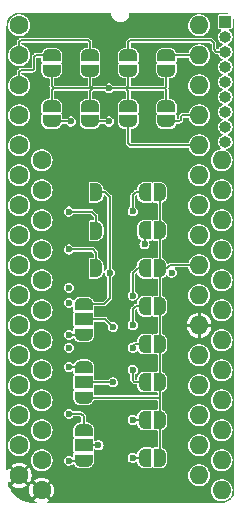
<source format=gbl>
%TF.GenerationSoftware,KiCad,Pcbnew,(6.0.2)*%
%TF.CreationDate,2022-03-14T15:32:47-04:00*%
%TF.ProjectId,23XX-Adapter,32335858-2d41-4646-9170-7465722e6b69,2*%
%TF.SameCoordinates,Original*%
%TF.FileFunction,Copper,L4,Bot*%
%TF.FilePolarity,Positive*%
%FSLAX46Y46*%
G04 Gerber Fmt 4.6, Leading zero omitted, Abs format (unit mm)*
G04 Created by KiCad (PCBNEW (6.0.2)) date 2022-03-14 15:32:47*
%MOMM*%
%LPD*%
G01*
G04 APERTURE LIST*
G04 Aperture macros list*
%AMFreePoly0*
4,1,22,0.500000,-0.750000,0.000000,-0.750000,0.000000,-0.745033,-0.079941,-0.743568,-0.215256,-0.701293,-0.333266,-0.622738,-0.424486,-0.514219,-0.481581,-0.384460,-0.499164,-0.250000,-0.500000,-0.250000,-0.500000,0.250000,-0.499164,0.250000,-0.499963,0.256109,-0.478152,0.396186,-0.417904,0.524511,-0.324060,0.630769,-0.204165,0.706417,-0.067858,0.745374,0.000000,0.744959,0.000000,0.750000,
0.500000,0.750000,0.500000,-0.750000,0.500000,-0.750000,$1*%
%AMFreePoly1*
4,1,20,0.000000,0.744959,0.073905,0.744508,0.209726,0.703889,0.328688,0.626782,0.421226,0.519385,0.479903,0.390333,0.500000,0.250000,0.500000,-0.250000,0.499851,-0.262216,0.476331,-0.402017,0.414519,-0.529596,0.319384,-0.634700,0.198574,-0.708877,0.061801,-0.746166,0.000000,-0.745033,0.000000,-0.750000,-0.500000,-0.750000,-0.500000,0.750000,0.000000,0.750000,0.000000,0.744959,
0.000000,0.744959,$1*%
%AMFreePoly2*
4,1,22,0.550000,-0.750000,0.000000,-0.750000,0.000000,-0.745033,-0.079941,-0.743568,-0.215256,-0.701293,-0.333266,-0.622738,-0.424486,-0.514219,-0.481581,-0.384460,-0.499164,-0.250000,-0.500000,-0.250000,-0.500000,0.250000,-0.499164,0.250000,-0.499963,0.256109,-0.478152,0.396186,-0.417904,0.524511,-0.324060,0.630769,-0.204165,0.706417,-0.067858,0.745374,0.000000,0.744959,0.000000,0.750000,
0.550000,0.750000,0.550000,-0.750000,0.550000,-0.750000,$1*%
%AMFreePoly3*
4,1,20,0.000000,0.744959,0.073905,0.744508,0.209726,0.703889,0.328688,0.626782,0.421226,0.519385,0.479903,0.390333,0.500000,0.250000,0.500000,-0.250000,0.499851,-0.262216,0.476331,-0.402017,0.414519,-0.529596,0.319384,-0.634700,0.198574,-0.708877,0.061801,-0.746166,0.000000,-0.745033,0.000000,-0.750000,-0.550000,-0.750000,-0.550000,0.750000,0.000000,0.750000,0.000000,0.744959,
0.000000,0.744959,$1*%
G04 Aperture macros list end*
%TA.AperFunction,ComponentPad*%
%ADD10C,1.600000*%
%TD*%
%TA.AperFunction,ComponentPad*%
%ADD11O,1.600000X1.600000*%
%TD*%
%TA.AperFunction,ComponentPad*%
%ADD12O,1.000000X1.000000*%
%TD*%
%TA.AperFunction,ComponentPad*%
%ADD13R,1.000000X1.000000*%
%TD*%
%TA.AperFunction,SMDPad,CuDef*%
%ADD14FreePoly0,180.000000*%
%TD*%
%TA.AperFunction,SMDPad,CuDef*%
%ADD15FreePoly1,180.000000*%
%TD*%
%TA.AperFunction,SMDPad,CuDef*%
%ADD16FreePoly2,90.000000*%
%TD*%
%TA.AperFunction,SMDPad,CuDef*%
%ADD17R,1.500000X1.000000*%
%TD*%
%TA.AperFunction,SMDPad,CuDef*%
%ADD18FreePoly3,90.000000*%
%TD*%
%TA.AperFunction,SMDPad,CuDef*%
%ADD19FreePoly0,270.000000*%
%TD*%
%TA.AperFunction,SMDPad,CuDef*%
%ADD20FreePoly1,270.000000*%
%TD*%
%TA.AperFunction,SMDPad,CuDef*%
%ADD21FreePoly0,90.000000*%
%TD*%
%TA.AperFunction,SMDPad,CuDef*%
%ADD22FreePoly1,90.000000*%
%TD*%
%TA.AperFunction,ViaPad*%
%ADD23C,0.600000*%
%TD*%
%TA.AperFunction,Conductor*%
%ADD24C,0.127000*%
%TD*%
G04 APERTURE END LIST*
D10*
X140030000Y-74390000D03*
X140030000Y-76930000D03*
X140030000Y-79470000D03*
X140030000Y-82010000D03*
X140030000Y-84550000D03*
X140030000Y-87090000D03*
X140030000Y-89630000D03*
X140030000Y-92170000D03*
X140030000Y-94710000D03*
X140030000Y-97250000D03*
X140030000Y-99790000D03*
X140030000Y-102330000D03*
X140030000Y-104870000D03*
X140030000Y-107410000D03*
X140030000Y-109950000D03*
X140030000Y-112490000D03*
D11*
X155270000Y-112490000D03*
X155270000Y-109950000D03*
X155270000Y-107410000D03*
X155270000Y-104870000D03*
X155270000Y-102330000D03*
X155270000Y-99790000D03*
X155270000Y-97250000D03*
X155270000Y-94710000D03*
X155270000Y-92170000D03*
X155270000Y-89630000D03*
X155270000Y-87090000D03*
X155270000Y-84550000D03*
X155270000Y-82010000D03*
X155270000Y-79470000D03*
X155270000Y-76930000D03*
X155270000Y-74390000D03*
D12*
X157475000Y-84250000D03*
X157475000Y-82980000D03*
X157475000Y-81710000D03*
X157475000Y-80440000D03*
X157475000Y-79170000D03*
X157475000Y-77900000D03*
X157475000Y-76630000D03*
X157475000Y-75360000D03*
D10*
X141935000Y-85820000D03*
X141935000Y-88360000D03*
X141935000Y-90900000D03*
X141935000Y-93440000D03*
X141935000Y-95980000D03*
X141935000Y-98520000D03*
X141935000Y-101060000D03*
X141935000Y-103600000D03*
X141935000Y-106140000D03*
X141935000Y-108680000D03*
X141935000Y-111220000D03*
X141935000Y-113760000D03*
D11*
X157175000Y-113760000D03*
X157175000Y-111220000D03*
X157175000Y-108680000D03*
X157175000Y-106140000D03*
X157175000Y-103600000D03*
X157175000Y-101060000D03*
X157175000Y-98520000D03*
X157175000Y-95980000D03*
X157175000Y-93440000D03*
X157175000Y-90900000D03*
X157175000Y-88360000D03*
X157175000Y-85820000D03*
D13*
X157475000Y-74090000D03*
D14*
X151950000Y-107800000D03*
D15*
X150650000Y-107800000D03*
D14*
X151950000Y-94960000D03*
D15*
X150650000Y-94960000D03*
D14*
X151950000Y-104590000D03*
D15*
X150650000Y-104590000D03*
D16*
X145500000Y-111242852D03*
D17*
X145500000Y-109942852D03*
D18*
X145500000Y-108642852D03*
D19*
X146031000Y-76930000D03*
D20*
X146031000Y-78230000D03*
D16*
X145500000Y-105913424D03*
D17*
X145500000Y-104613424D03*
D18*
X145500000Y-103313424D03*
D14*
X151950000Y-88540000D03*
D15*
X150650000Y-88540000D03*
D14*
X151950000Y-101380000D03*
D15*
X150650000Y-101380000D03*
D16*
X145500000Y-100583997D03*
D17*
X145500000Y-99283997D03*
D18*
X145500000Y-97983997D03*
D14*
X151950000Y-91750000D03*
D15*
X150650000Y-91750000D03*
D21*
X152507000Y-82533000D03*
D22*
X152507000Y-81233000D03*
D14*
X146550000Y-88540000D03*
D15*
X145250000Y-88540000D03*
D14*
X146550000Y-91775143D03*
D15*
X145250000Y-91775143D03*
D14*
X151950000Y-98170000D03*
D15*
X150650000Y-98170000D03*
D14*
X146550000Y-94960000D03*
D15*
X145250000Y-94960000D03*
D19*
X152507000Y-76930000D03*
D20*
X152507000Y-78230000D03*
D21*
X142793000Y-82533000D03*
D22*
X142793000Y-81233000D03*
D21*
X146031000Y-82533000D03*
D22*
X146031000Y-81233000D03*
D14*
X151950000Y-111010000D03*
D15*
X150650000Y-111010000D03*
D19*
X142793000Y-76930000D03*
D20*
X142793000Y-78230000D03*
D21*
X149269000Y-82533000D03*
D22*
X149269000Y-81233000D03*
D19*
X149269000Y-76930000D03*
D20*
X149269000Y-78230000D03*
D23*
X144250000Y-100583997D03*
X144411999Y-82533000D03*
X147649999Y-82533000D03*
X144250000Y-111242852D03*
X149650000Y-90144999D03*
X150650000Y-92932000D03*
X149650000Y-97274999D03*
X149650000Y-99774999D03*
X149650000Y-101680000D03*
X149650000Y-103584999D03*
X149650000Y-107800000D03*
X149650000Y-111010000D03*
X147968748Y-99921497D03*
X147700000Y-95330000D03*
X147968748Y-104613424D03*
X144250000Y-96600000D03*
X144250000Y-90157571D03*
X144250000Y-103313424D03*
X146750000Y-109942852D03*
X144250000Y-107278137D03*
X144250000Y-97870000D03*
X144250000Y-93367571D03*
X147649999Y-79731499D03*
X144250000Y-101680000D03*
X152951999Y-95330000D03*
D24*
X145500000Y-100583997D02*
X144131750Y-100583997D01*
X142793000Y-82533000D02*
X144411999Y-82533000D01*
X146031000Y-82533000D02*
X147649999Y-82533000D01*
X145500000Y-111242852D02*
X144250000Y-111242852D01*
X155270000Y-84550000D02*
X149428000Y-84550000D01*
X149269000Y-84391000D02*
X149269000Y-82533000D01*
X149428000Y-84550000D02*
X149269000Y-84391000D01*
X153583999Y-82533000D02*
X153725999Y-82391000D01*
X152507000Y-82533000D02*
X153583999Y-82533000D01*
X153725999Y-82391000D02*
X153725999Y-82137000D01*
X153852999Y-82010000D02*
X153725999Y-82137000D01*
X155270000Y-82010000D02*
X153852999Y-82010000D01*
X141300000Y-78073000D02*
X141300000Y-77057000D01*
X141173001Y-78199999D02*
X141300000Y-78073000D01*
X140030000Y-79470000D02*
X140030000Y-78326999D01*
X140157000Y-78199999D02*
X141173001Y-78199999D01*
X140030000Y-78326999D02*
X140157000Y-78199999D01*
X141300000Y-77057000D02*
X141427000Y-76930000D01*
X141427000Y-76930000D02*
X142793000Y-76930000D01*
X146031000Y-75818999D02*
X146031000Y-76930000D01*
X140030000Y-76930000D02*
X140030000Y-75787000D01*
X140157001Y-75659999D02*
X145872000Y-75659999D01*
X145872000Y-75659999D02*
X146031000Y-75818999D01*
X140030000Y-75787000D02*
X140157001Y-75659999D01*
X149428001Y-75659999D02*
X149269000Y-75819000D01*
X156730499Y-76630000D02*
X156522499Y-76422000D01*
X149269000Y-75819000D02*
X149269000Y-76930000D01*
X156522499Y-75896499D02*
X156285999Y-75659999D01*
X156285999Y-75659999D02*
X149428001Y-75659999D01*
X156522499Y-76422000D02*
X156522499Y-75896499D01*
X157475000Y-76630000D02*
X156730499Y-76630000D01*
X152507000Y-76930000D02*
X155270000Y-76930000D01*
X152550000Y-94960000D02*
X152815000Y-94695000D01*
X152815000Y-94695000D02*
X155285000Y-94695000D01*
X151950000Y-104590000D02*
X151950000Y-105950000D01*
X151950000Y-101380000D02*
X151950000Y-98170000D01*
X151950000Y-94960000D02*
X151950000Y-91750000D01*
X145500000Y-105913424D02*
X151913424Y-105913424D01*
X151950000Y-105950000D02*
X151950000Y-107800000D01*
X151950000Y-111010000D02*
X151950000Y-107800000D01*
X151950000Y-91750000D02*
X151950000Y-88540000D01*
X151950000Y-98170000D02*
X151950000Y-94960000D01*
X151950000Y-94960000D02*
X152550000Y-94960000D01*
X151950000Y-104590000D02*
X151950000Y-101380000D01*
X151913424Y-105913424D02*
X151950000Y-105950000D01*
X150650000Y-88540000D02*
X149883000Y-88540000D01*
X149650000Y-88773000D02*
X149650000Y-90144999D01*
X149883000Y-88540000D02*
X149650000Y-88773000D01*
X150650000Y-91750000D02*
X150650000Y-92932000D01*
X150650000Y-94960000D02*
X150067000Y-94960000D01*
X149650000Y-95377000D02*
X149650000Y-97274999D01*
X150067000Y-94960000D02*
X149650000Y-95377000D01*
X149650000Y-98425000D02*
X149650000Y-99774999D01*
X149905000Y-98170000D02*
X149650000Y-98425000D01*
X150650000Y-98170000D02*
X149905000Y-98170000D01*
X150650000Y-101380000D02*
X149800000Y-101380000D01*
X149650000Y-101530000D02*
X149800000Y-101380000D01*
X149650000Y-101680000D02*
X149650000Y-101530000D01*
X149650000Y-104457000D02*
X149650000Y-103584999D01*
X150650000Y-104590000D02*
X149783000Y-104590000D01*
X149783000Y-104590000D02*
X149650000Y-104457000D01*
X150650000Y-107800000D02*
X149650000Y-107800000D01*
X150650000Y-111010000D02*
X149650000Y-111010000D01*
X145500000Y-99283997D02*
X147331249Y-99283997D01*
X147331249Y-99283997D02*
X147968749Y-99921497D01*
X147700000Y-95330000D02*
X147700000Y-97500000D01*
X147700000Y-97500000D02*
X147216003Y-97983997D01*
X147216003Y-97983997D02*
X145500000Y-97983997D01*
X147700000Y-88900000D02*
X147700000Y-95330000D01*
X146550000Y-88540000D02*
X147340000Y-88540000D01*
X147340000Y-88540000D02*
X147700000Y-88900000D01*
X145500000Y-104613424D02*
X147968748Y-104613424D01*
X146157571Y-90157571D02*
X144250000Y-90157571D01*
X146550000Y-90550000D02*
X146550000Y-91775143D01*
X146157571Y-90157571D02*
X146550000Y-90550000D01*
X145500000Y-103313424D02*
X144250000Y-103313424D01*
X145500000Y-109942852D02*
X146750000Y-109942852D01*
X144250000Y-93367571D02*
X146267571Y-93367571D01*
X146267571Y-93367571D02*
X146550000Y-93650000D01*
X145500000Y-107500000D02*
X145278137Y-107278137D01*
X145278137Y-107278137D02*
X144250000Y-107278137D01*
X146550000Y-93650000D02*
X146550000Y-94960000D01*
X145500000Y-108642852D02*
X145500000Y-107500000D01*
X146245501Y-79731499D02*
X146031000Y-79946000D01*
X152356499Y-79731499D02*
X149054499Y-79731499D01*
X149269000Y-78230000D02*
X149269000Y-79516998D01*
X149269000Y-79946000D02*
X149054499Y-79731499D01*
X152507000Y-79882000D02*
X152356499Y-79731499D01*
X142793000Y-79896998D02*
X142958499Y-79731499D01*
X149054499Y-79731499D02*
X147649999Y-79731499D01*
X152507000Y-79580998D02*
X152356499Y-79731499D01*
X149269000Y-81233000D02*
X149269000Y-79946000D01*
X142958499Y-79731499D02*
X147649999Y-79731499D01*
X142793000Y-79566000D02*
X142958499Y-79731499D01*
X146031000Y-79946000D02*
X146031000Y-81233000D01*
X142793000Y-78230000D02*
X142793000Y-79566000D01*
X149269000Y-79516998D02*
X149054499Y-79731499D01*
X152507000Y-81233000D02*
X152507000Y-79882000D01*
X146260499Y-79731499D02*
X146031000Y-79502000D01*
X152507000Y-78230000D02*
X152507000Y-79580998D01*
X142793000Y-81233000D02*
X142793000Y-79896998D01*
X146031000Y-79502000D02*
X146031000Y-78230000D01*
%TA.AperFunction,Conductor*%
G36*
X147812829Y-73338306D02*
G01*
X147830793Y-73375967D01*
X147843702Y-73498787D01*
X147844715Y-73501904D01*
X147844715Y-73501905D01*
X147892804Y-73649910D01*
X147892806Y-73649915D01*
X147893817Y-73653026D01*
X147974905Y-73793474D01*
X148083422Y-73913995D01*
X148086069Y-73915918D01*
X148086071Y-73915920D01*
X148211976Y-74007395D01*
X148211980Y-74007397D01*
X148214625Y-74009319D01*
X148362780Y-74075282D01*
X148365984Y-74075963D01*
X148518211Y-74108320D01*
X148518215Y-74108320D01*
X148521412Y-74109000D01*
X148683588Y-74109000D01*
X148686785Y-74108320D01*
X148686789Y-74108320D01*
X148839016Y-74075963D01*
X148842220Y-74075282D01*
X148990375Y-74009319D01*
X148993020Y-74007397D01*
X148993024Y-74007395D01*
X149118929Y-73915920D01*
X149118931Y-73915918D01*
X149121578Y-73913995D01*
X149230095Y-73793474D01*
X149311183Y-73653026D01*
X149312194Y-73649915D01*
X149312196Y-73649910D01*
X149360285Y-73501905D01*
X149360285Y-73501904D01*
X149361298Y-73498787D01*
X149374207Y-73375967D01*
X149397033Y-73333928D01*
X149436365Y-73320000D01*
X157445184Y-73320000D01*
X157459190Y-73321590D01*
X157466973Y-73323379D01*
X157474642Y-73325143D01*
X157481508Y-73323589D01*
X157483507Y-73323593D01*
X157500648Y-73322526D01*
X157520701Y-73324501D01*
X157619097Y-73334192D01*
X157631111Y-73336582D01*
X157643010Y-73340192D01*
X157679986Y-73370540D01*
X157684673Y-73418145D01*
X157654325Y-73455121D01*
X157624865Y-73462500D01*
X156962442Y-73462500D01*
X156959431Y-73463099D01*
X156931287Y-73468697D01*
X156931285Y-73468698D01*
X156925252Y-73469898D01*
X156883078Y-73498078D01*
X156854898Y-73540252D01*
X156847500Y-73577442D01*
X156847500Y-74602558D01*
X156854898Y-74639748D01*
X156883078Y-74681922D01*
X156925252Y-74710102D01*
X156931285Y-74711302D01*
X156931287Y-74711303D01*
X156957384Y-74716494D01*
X156962442Y-74717500D01*
X157094244Y-74717500D01*
X157138438Y-74735806D01*
X157156744Y-74780000D01*
X157138438Y-74824194D01*
X157126081Y-74833222D01*
X157126167Y-74833348D01*
X157123047Y-74835469D01*
X157119702Y-74837195D01*
X157005251Y-74937037D01*
X157003085Y-74940119D01*
X157003084Y-74940120D01*
X156999594Y-74945086D01*
X156917920Y-75061296D01*
X156886394Y-75142156D01*
X156864235Y-75198993D01*
X156862750Y-75202801D01*
X156862258Y-75206538D01*
X156843418Y-75349640D01*
X156843418Y-75349644D01*
X156842926Y-75353381D01*
X156859592Y-75504343D01*
X156860886Y-75507879D01*
X156860887Y-75507883D01*
X156876158Y-75549611D01*
X156911787Y-75646971D01*
X156948861Y-75702143D01*
X156993843Y-75769083D01*
X156996497Y-75773033D01*
X157108831Y-75875250D01*
X157175933Y-75911683D01*
X157229394Y-75940710D01*
X157259498Y-75977885D01*
X157254498Y-76025458D01*
X157228238Y-76051174D01*
X157123053Y-76105465D01*
X157123050Y-76105467D01*
X157119702Y-76107195D01*
X157005251Y-76207037D01*
X157003085Y-76210119D01*
X157003084Y-76210120D01*
X156982529Y-76239367D01*
X156917920Y-76331296D01*
X156896550Y-76386107D01*
X156892086Y-76397557D01*
X156858977Y-76432083D01*
X156811152Y-76433085D01*
X156789663Y-76419050D01*
X156731803Y-76361190D01*
X156713499Y-76316997D01*
X156713499Y-75939733D01*
X156714752Y-75932392D01*
X156714023Y-75932309D01*
X156714820Y-75925318D01*
X156717152Y-75918677D01*
X156713882Y-75889293D01*
X156713499Y-75882381D01*
X156713499Y-75874966D01*
X156711919Y-75868037D01*
X156710744Y-75861094D01*
X156707514Y-75832071D01*
X156703779Y-75826105D01*
X156702407Y-75822166D01*
X156700596Y-75818403D01*
X156699031Y-75811540D01*
X156680850Y-75788725D01*
X156676755Y-75782940D01*
X156674779Y-75779784D01*
X156674778Y-75779782D01*
X156672903Y-75776788D01*
X156667690Y-75771575D01*
X156663005Y-75766331D01*
X156649111Y-75748895D01*
X156649110Y-75748895D01*
X156644724Y-75743390D01*
X156638385Y-75740332D01*
X156632884Y-75735941D01*
X156633310Y-75735407D01*
X156627146Y-75731031D01*
X156451627Y-75555512D01*
X156447322Y-75549438D01*
X156446749Y-75549894D01*
X156442368Y-75544386D01*
X156439321Y-75538041D01*
X156416238Y-75519581D01*
X156411079Y-75514964D01*
X156405830Y-75509715D01*
X156399827Y-75505942D01*
X156394051Y-75501837D01*
X156371266Y-75483616D01*
X156364406Y-75482039D01*
X156360646Y-75480221D01*
X156356710Y-75478843D01*
X156350751Y-75475097D01*
X156343757Y-75474306D01*
X156343756Y-75474306D01*
X156321763Y-75471820D01*
X156314786Y-75470628D01*
X156307702Y-75468999D01*
X156300328Y-75468999D01*
X156293307Y-75468603D01*
X156264161Y-75465308D01*
X156257516Y-75467629D01*
X156250522Y-75468413D01*
X156250446Y-75467735D01*
X156242994Y-75468999D01*
X149471232Y-75468999D01*
X149463893Y-75467749D01*
X149463810Y-75468476D01*
X149456819Y-75467679D01*
X149450178Y-75465347D01*
X149443186Y-75466125D01*
X149443184Y-75466125D01*
X149423678Y-75468296D01*
X149420921Y-75468603D01*
X149420804Y-75468616D01*
X149413891Y-75468999D01*
X149406468Y-75468999D01*
X149403044Y-75469780D01*
X149399554Y-75470576D01*
X149392568Y-75471758D01*
X149384884Y-75472613D01*
X149363572Y-75474985D01*
X149357609Y-75478718D01*
X149353663Y-75480092D01*
X149349903Y-75481902D01*
X149343042Y-75483467D01*
X149337540Y-75487852D01*
X149337539Y-75487852D01*
X149320222Y-75501652D01*
X149314444Y-75505743D01*
X149308290Y-75509596D01*
X149303082Y-75514804D01*
X149297838Y-75519489D01*
X149274892Y-75537774D01*
X149271834Y-75544113D01*
X149267445Y-75549611D01*
X149266912Y-75549185D01*
X149262535Y-75555350D01*
X149164513Y-75653372D01*
X149158438Y-75657678D01*
X149158894Y-75658251D01*
X149153389Y-75662630D01*
X149147042Y-75665678D01*
X149142645Y-75671176D01*
X149128582Y-75688761D01*
X149123965Y-75693920D01*
X149118716Y-75699169D01*
X149116847Y-75702143D01*
X149114943Y-75705172D01*
X149110838Y-75710948D01*
X149092617Y-75733733D01*
X149091040Y-75740593D01*
X149089222Y-75744353D01*
X149087844Y-75748289D01*
X149084098Y-75754248D01*
X149083307Y-75761242D01*
X149083307Y-75761243D01*
X149080821Y-75783236D01*
X149079629Y-75790213D01*
X149078000Y-75797297D01*
X149078000Y-75804671D01*
X149077604Y-75811692D01*
X149074309Y-75840838D01*
X149076630Y-75847483D01*
X149077414Y-75854477D01*
X149076736Y-75854553D01*
X149078000Y-75862005D01*
X149078000Y-76233579D01*
X149059694Y-76277773D01*
X149014732Y-76296074D01*
X149008316Y-76295995D01*
X148866302Y-76314565D01*
X148830800Y-76324478D01*
X148828767Y-76325373D01*
X148828763Y-76325374D01*
X148807321Y-76334809D01*
X148699707Y-76382161D01*
X148668416Y-76401637D01*
X148558781Y-76493794D01*
X148534214Y-76521272D01*
X148498377Y-76575109D01*
X148463190Y-76627970D01*
X148454851Y-76640497D01*
X148453895Y-76642501D01*
X148453894Y-76642503D01*
X148452578Y-76645263D01*
X148438983Y-76673765D01*
X148438319Y-76675891D01*
X148438318Y-76675893D01*
X148400452Y-76797096D01*
X148396273Y-76810471D01*
X148395919Y-76812657D01*
X148395918Y-76812661D01*
X148393803Y-76825721D01*
X148390380Y-76846854D01*
X148390339Y-76849070D01*
X148390339Y-76849074D01*
X148389426Y-76898907D01*
X148387755Y-76990053D01*
X148388029Y-76992252D01*
X148388523Y-76996220D01*
X148389002Y-77003944D01*
X148389002Y-77430000D01*
X148389601Y-77433011D01*
X148397697Y-77473713D01*
X148397698Y-77473715D01*
X148398898Y-77479748D01*
X148427078Y-77521922D01*
X148432195Y-77525341D01*
X148436224Y-77528033D01*
X148462800Y-77567806D01*
X148453468Y-77614723D01*
X148436225Y-77631966D01*
X148427078Y-77638078D01*
X148398898Y-77680252D01*
X148397698Y-77686285D01*
X148397697Y-77686287D01*
X148390255Y-77723701D01*
X148389002Y-77730000D01*
X148389002Y-78221427D01*
X148388992Y-78222572D01*
X148387755Y-78290053D01*
X148392311Y-78326630D01*
X148392896Y-78328775D01*
X148392897Y-78328781D01*
X148409215Y-78388632D01*
X148429984Y-78464810D01*
X148444622Y-78498636D01*
X148445777Y-78500517D01*
X148445779Y-78500521D01*
X148518401Y-78618798D01*
X148518405Y-78618803D01*
X148519562Y-78620688D01*
X148543105Y-78649047D01*
X148649289Y-78745161D01*
X148679847Y-78765772D01*
X148681839Y-78766737D01*
X148681844Y-78766740D01*
X148788576Y-78818450D01*
X148808739Y-78828219D01*
X148824278Y-78833178D01*
X148841736Y-78838750D01*
X148841740Y-78838751D01*
X148843852Y-78839425D01*
X148985090Y-78863187D01*
X148986273Y-78863293D01*
X148986280Y-78863294D01*
X149003873Y-78864872D01*
X149003878Y-78864872D01*
X149005068Y-78864979D01*
X149006264Y-78864994D01*
X149006271Y-78864994D01*
X149016265Y-78865116D01*
X149060232Y-78883961D01*
X149078000Y-78927611D01*
X149078000Y-79411995D01*
X149059694Y-79456189D01*
X148993690Y-79522193D01*
X148949496Y-79540499D01*
X148073048Y-79540499D01*
X148028854Y-79522193D01*
X148016155Y-79503872D01*
X148015696Y-79502864D01*
X148013851Y-79498806D01*
X147933917Y-79406038D01*
X147831159Y-79339434D01*
X147823342Y-79337096D01*
X147799183Y-79329871D01*
X147713837Y-79304347D01*
X147652611Y-79303973D01*
X147595837Y-79303626D01*
X147595836Y-79303626D01*
X147591384Y-79303599D01*
X147473643Y-79337250D01*
X147370079Y-79402594D01*
X147367136Y-79405926D01*
X147367134Y-79405928D01*
X147294814Y-79487814D01*
X147289017Y-79494378D01*
X147287125Y-79498408D01*
X147284236Y-79504561D01*
X147248883Y-79536786D01*
X147227661Y-79540499D01*
X146365502Y-79540499D01*
X146321308Y-79522193D01*
X146240306Y-79441191D01*
X146222000Y-79396997D01*
X146222000Y-78927431D01*
X146240306Y-78883237D01*
X146280440Y-78865063D01*
X146289346Y-78864483D01*
X146299429Y-78863827D01*
X146300614Y-78863657D01*
X146300617Y-78863657D01*
X146355108Y-78855853D01*
X146441206Y-78843523D01*
X146476583Y-78833178D01*
X146478604Y-78832259D01*
X146478607Y-78832258D01*
X146604939Y-78774818D01*
X146604941Y-78774817D01*
X146606962Y-78773898D01*
X146638013Y-78754040D01*
X146746514Y-78660550D01*
X146770744Y-78632775D01*
X146848644Y-78512590D01*
X146864105Y-78479130D01*
X146905141Y-78341912D01*
X146910589Y-78305459D01*
X146910634Y-78298224D01*
X146911106Y-78220825D01*
X146911464Y-78162238D01*
X146911163Y-78160037D01*
X146911130Y-78159537D01*
X146910998Y-78155477D01*
X146910998Y-77730000D01*
X146909745Y-77723701D01*
X146902303Y-77686287D01*
X146902302Y-77686285D01*
X146901102Y-77680252D01*
X146872922Y-77638078D01*
X146863776Y-77631967D01*
X146837200Y-77592194D01*
X146846532Y-77545277D01*
X146863776Y-77528033D01*
X146867805Y-77525341D01*
X146872922Y-77521922D01*
X146901102Y-77479748D01*
X146902302Y-77473715D01*
X146902303Y-77473713D01*
X146910399Y-77433011D01*
X146910998Y-77430000D01*
X146910998Y-76938732D01*
X146910999Y-76938350D01*
X146911110Y-76920100D01*
X146911464Y-76862238D01*
X146906461Y-76825721D01*
X146867104Y-76688012D01*
X146852054Y-76654366D01*
X146775628Y-76533238D01*
X146751739Y-76505169D01*
X146644388Y-76410361D01*
X146638992Y-76406816D01*
X146615441Y-76391346D01*
X146615439Y-76391345D01*
X146613582Y-76390125D01*
X146589393Y-76378768D01*
X146485949Y-76330200D01*
X146485941Y-76330197D01*
X146483937Y-76329256D01*
X146481808Y-76328605D01*
X146450819Y-76319131D01*
X146450813Y-76319130D01*
X146448688Y-76318480D01*
X146307170Y-76296446D01*
X146294615Y-76296292D01*
X146283735Y-76296159D01*
X146239768Y-76277314D01*
X146222000Y-76233664D01*
X146222000Y-75862231D01*
X146223250Y-75854892D01*
X146222523Y-75854809D01*
X146223320Y-75847818D01*
X146225652Y-75841177D01*
X146222383Y-75811799D01*
X146222000Y-75804887D01*
X146222000Y-75797466D01*
X146220423Y-75790551D01*
X146219242Y-75783568D01*
X146216793Y-75761561D01*
X146216015Y-75754570D01*
X146212282Y-75748607D01*
X146210912Y-75744674D01*
X146209098Y-75740904D01*
X146207532Y-75734040D01*
X146189354Y-75711228D01*
X146185260Y-75705445D01*
X146183284Y-75702289D01*
X146183279Y-75702283D01*
X146181404Y-75699288D01*
X146176191Y-75694075D01*
X146171506Y-75688831D01*
X146157612Y-75671395D01*
X146157611Y-75671395D01*
X146153225Y-75665890D01*
X146146886Y-75662832D01*
X146141385Y-75658441D01*
X146141811Y-75657907D01*
X146135647Y-75653531D01*
X146037628Y-75555512D01*
X146033323Y-75549438D01*
X146032750Y-75549894D01*
X146028369Y-75544386D01*
X146025322Y-75538041D01*
X146002239Y-75519581D01*
X145997080Y-75514964D01*
X145991831Y-75509715D01*
X145985828Y-75505942D01*
X145980052Y-75501837D01*
X145957267Y-75483616D01*
X145950407Y-75482039D01*
X145946647Y-75480221D01*
X145942711Y-75478843D01*
X145936752Y-75475097D01*
X145929758Y-75474306D01*
X145929757Y-75474306D01*
X145907764Y-75471820D01*
X145900787Y-75470628D01*
X145893703Y-75468999D01*
X145886329Y-75468999D01*
X145879308Y-75468603D01*
X145850162Y-75465308D01*
X145843517Y-75467629D01*
X145836523Y-75468413D01*
X145836447Y-75467735D01*
X145828995Y-75468999D01*
X140200235Y-75468999D01*
X140192894Y-75467746D01*
X140192811Y-75468475D01*
X140185820Y-75467678D01*
X140179179Y-75465346D01*
X140172187Y-75466124D01*
X140172185Y-75466124D01*
X140152665Y-75468297D01*
X140149913Y-75468603D01*
X140149796Y-75468616D01*
X140142883Y-75468999D01*
X140135468Y-75468999D01*
X140128539Y-75470579D01*
X140121596Y-75471754D01*
X140092573Y-75474984D01*
X140086607Y-75478719D01*
X140082668Y-75480091D01*
X140078905Y-75481902D01*
X140072042Y-75483467D01*
X140066538Y-75487853D01*
X140049228Y-75501647D01*
X140043442Y-75505743D01*
X140040286Y-75507719D01*
X140037290Y-75509595D01*
X140032077Y-75514808D01*
X140026833Y-75519493D01*
X140021677Y-75523602D01*
X140003892Y-75537774D01*
X140000834Y-75544113D01*
X139996443Y-75549614D01*
X139995909Y-75549188D01*
X139991533Y-75555352D01*
X139925513Y-75621372D01*
X139919439Y-75625677D01*
X139919895Y-75626250D01*
X139914387Y-75630631D01*
X139908042Y-75633678D01*
X139903646Y-75639175D01*
X139889582Y-75656761D01*
X139884965Y-75661920D01*
X139879716Y-75667169D01*
X139877847Y-75670143D01*
X139875943Y-75673172D01*
X139871838Y-75678948D01*
X139853617Y-75701733D01*
X139852040Y-75708593D01*
X139850222Y-75712353D01*
X139848844Y-75716289D01*
X139845098Y-75722248D01*
X139844307Y-75729242D01*
X139844307Y-75729243D01*
X139841821Y-75751236D01*
X139840629Y-75758213D01*
X139839000Y-75765297D01*
X139839000Y-75772671D01*
X139838604Y-75779692D01*
X139835309Y-75808838D01*
X139837630Y-75815483D01*
X139838414Y-75822477D01*
X139837736Y-75822553D01*
X139839000Y-75830005D01*
X139839000Y-75971766D01*
X139820694Y-76015960D01*
X139789494Y-76032900D01*
X139741808Y-76043036D01*
X139563696Y-76122337D01*
X139561051Y-76124259D01*
X139561047Y-76124261D01*
X139408612Y-76235011D01*
X139408610Y-76235013D01*
X139405963Y-76236936D01*
X139275503Y-76381826D01*
X139273868Y-76384658D01*
X139273865Y-76384662D01*
X139209901Y-76495453D01*
X139178019Y-76550674D01*
X139177008Y-76553785D01*
X139177006Y-76553790D01*
X139130861Y-76695813D01*
X139117771Y-76736100D01*
X139097391Y-76930000D01*
X139097733Y-76933254D01*
X139098188Y-76937583D01*
X139117771Y-77123900D01*
X139118784Y-77127017D01*
X139118784Y-77127018D01*
X139177006Y-77306210D01*
X139177008Y-77306215D01*
X139178019Y-77309326D01*
X139203647Y-77353715D01*
X139273865Y-77475338D01*
X139273868Y-77475342D01*
X139275503Y-77478174D01*
X139277694Y-77480608D01*
X139277696Y-77480610D01*
X139389526Y-77604809D01*
X139405963Y-77623064D01*
X139563695Y-77737663D01*
X139741808Y-77816964D01*
X139745012Y-77817645D01*
X139929315Y-77856820D01*
X139929319Y-77856820D01*
X139932516Y-77857500D01*
X140127484Y-77857500D01*
X140130681Y-77856820D01*
X140130685Y-77856820D01*
X140314988Y-77817645D01*
X140318192Y-77816964D01*
X140496305Y-77737663D01*
X140654037Y-77623064D01*
X140670474Y-77604809D01*
X140782304Y-77480610D01*
X140782306Y-77480608D01*
X140784497Y-77478174D01*
X140786132Y-77475342D01*
X140786135Y-77475338D01*
X140856353Y-77353715D01*
X140881981Y-77309326D01*
X140882992Y-77306215D01*
X140882994Y-77306210D01*
X140941216Y-77127018D01*
X140941216Y-77127017D01*
X140942229Y-77123900D01*
X140961812Y-76937583D01*
X140962267Y-76933254D01*
X140962609Y-76930000D01*
X140942229Y-76736100D01*
X140929139Y-76695813D01*
X140882994Y-76553790D01*
X140882992Y-76553785D01*
X140881981Y-76550674D01*
X140850099Y-76495453D01*
X140786135Y-76384662D01*
X140786132Y-76384658D01*
X140784497Y-76381826D01*
X140749435Y-76342885D01*
X140656226Y-76239367D01*
X140656225Y-76239366D01*
X140654037Y-76236936D01*
X140649534Y-76233664D01*
X140616236Y-76209472D01*
X140496305Y-76122337D01*
X140318192Y-76043036D01*
X140270506Y-76032900D01*
X140231083Y-76005806D01*
X140221000Y-75971766D01*
X140221000Y-75913499D01*
X140239306Y-75869305D01*
X140283500Y-75850999D01*
X145766997Y-75850999D01*
X145811191Y-75869305D01*
X145821694Y-75879808D01*
X145840000Y-75924002D01*
X145840000Y-76233579D01*
X145821694Y-76277773D01*
X145776732Y-76296074D01*
X145770316Y-76295995D01*
X145628302Y-76314565D01*
X145592800Y-76324478D01*
X145590767Y-76325373D01*
X145590763Y-76325374D01*
X145569321Y-76334809D01*
X145461707Y-76382161D01*
X145430416Y-76401637D01*
X145320781Y-76493794D01*
X145296214Y-76521272D01*
X145260377Y-76575109D01*
X145225190Y-76627970D01*
X145216851Y-76640497D01*
X145215895Y-76642501D01*
X145215894Y-76642503D01*
X145214578Y-76645263D01*
X145200983Y-76673765D01*
X145200319Y-76675891D01*
X145200318Y-76675893D01*
X145162452Y-76797096D01*
X145158273Y-76810471D01*
X145157919Y-76812657D01*
X145157918Y-76812661D01*
X145155803Y-76825721D01*
X145152380Y-76846854D01*
X145152339Y-76849070D01*
X145152339Y-76849074D01*
X145151426Y-76898907D01*
X145149755Y-76990053D01*
X145150029Y-76992252D01*
X145150523Y-76996220D01*
X145151002Y-77003944D01*
X145151002Y-77430000D01*
X145151601Y-77433011D01*
X145159697Y-77473713D01*
X145159698Y-77473715D01*
X145160898Y-77479748D01*
X145189078Y-77521922D01*
X145194195Y-77525341D01*
X145198224Y-77528033D01*
X145224800Y-77567806D01*
X145215468Y-77614723D01*
X145198225Y-77631966D01*
X145189078Y-77638078D01*
X145160898Y-77680252D01*
X145159698Y-77686285D01*
X145159697Y-77686287D01*
X145152255Y-77723701D01*
X145151002Y-77730000D01*
X145151002Y-78221427D01*
X145150992Y-78222572D01*
X145149755Y-78290053D01*
X145154311Y-78326630D01*
X145154896Y-78328775D01*
X145154897Y-78328781D01*
X145171215Y-78388632D01*
X145191984Y-78464810D01*
X145206622Y-78498636D01*
X145207777Y-78500517D01*
X145207779Y-78500521D01*
X145280401Y-78618798D01*
X145280405Y-78618803D01*
X145281562Y-78620688D01*
X145305105Y-78649047D01*
X145411289Y-78745161D01*
X145441847Y-78765772D01*
X145443839Y-78766737D01*
X145443844Y-78766740D01*
X145550576Y-78818450D01*
X145570739Y-78828219D01*
X145586278Y-78833178D01*
X145603736Y-78838750D01*
X145603740Y-78838751D01*
X145605852Y-78839425D01*
X145747090Y-78863187D01*
X145748273Y-78863293D01*
X145748280Y-78863294D01*
X145765873Y-78864872D01*
X145765878Y-78864872D01*
X145767068Y-78864979D01*
X145768264Y-78864994D01*
X145768271Y-78864994D01*
X145778265Y-78865116D01*
X145822232Y-78883961D01*
X145840000Y-78927611D01*
X145840000Y-79458768D01*
X145838751Y-79466106D01*
X145839477Y-79466189D01*
X145838680Y-79473181D01*
X145836348Y-79479822D01*
X145836998Y-79485665D01*
X145814134Y-79526912D01*
X145775227Y-79540499D01*
X143063502Y-79540499D01*
X143019308Y-79522193D01*
X143002306Y-79505191D01*
X142984000Y-79460997D01*
X142984000Y-78927431D01*
X143002306Y-78883237D01*
X143042440Y-78865063D01*
X143051346Y-78864483D01*
X143061429Y-78863827D01*
X143062614Y-78863657D01*
X143062617Y-78863657D01*
X143117108Y-78855853D01*
X143203206Y-78843523D01*
X143238583Y-78833178D01*
X143240604Y-78832259D01*
X143240607Y-78832258D01*
X143366939Y-78774818D01*
X143366941Y-78774817D01*
X143368962Y-78773898D01*
X143400013Y-78754040D01*
X143508514Y-78660550D01*
X143532744Y-78632775D01*
X143610644Y-78512590D01*
X143626105Y-78479130D01*
X143667141Y-78341912D01*
X143672589Y-78305459D01*
X143672634Y-78298224D01*
X143673106Y-78220825D01*
X143673464Y-78162238D01*
X143673163Y-78160037D01*
X143673130Y-78159537D01*
X143672998Y-78155477D01*
X143672998Y-77730000D01*
X143671745Y-77723701D01*
X143664303Y-77686287D01*
X143664302Y-77686285D01*
X143663102Y-77680252D01*
X143634922Y-77638078D01*
X143625776Y-77631967D01*
X143599200Y-77592194D01*
X143608532Y-77545277D01*
X143625776Y-77528033D01*
X143629805Y-77525341D01*
X143634922Y-77521922D01*
X143663102Y-77479748D01*
X143664302Y-77473715D01*
X143664303Y-77473713D01*
X143672399Y-77433011D01*
X143672998Y-77430000D01*
X143672998Y-76938732D01*
X143672999Y-76938350D01*
X143673110Y-76920100D01*
X143673464Y-76862238D01*
X143668461Y-76825721D01*
X143629104Y-76688012D01*
X143614054Y-76654366D01*
X143537628Y-76533238D01*
X143513739Y-76505169D01*
X143406388Y-76410361D01*
X143400992Y-76406816D01*
X143377441Y-76391346D01*
X143377439Y-76391345D01*
X143375582Y-76390125D01*
X143351393Y-76378768D01*
X143247949Y-76330200D01*
X143247941Y-76330197D01*
X143245937Y-76329256D01*
X143243808Y-76328605D01*
X143212819Y-76319131D01*
X143212813Y-76319130D01*
X143210688Y-76318480D01*
X143069170Y-76296446D01*
X143055037Y-76296273D01*
X143034551Y-76296022D01*
X143034546Y-76296022D01*
X143032316Y-76295995D01*
X143005709Y-76299474D01*
X142997607Y-76300002D01*
X142596846Y-76300002D01*
X142587231Y-76299258D01*
X142584792Y-76298878D01*
X142569170Y-76296446D01*
X142554768Y-76296270D01*
X142534550Y-76296022D01*
X142534545Y-76296022D01*
X142532316Y-76295995D01*
X142390302Y-76314565D01*
X142354800Y-76324478D01*
X142352767Y-76325373D01*
X142352763Y-76325374D01*
X142331321Y-76334809D01*
X142223707Y-76382161D01*
X142192416Y-76401637D01*
X142082781Y-76493794D01*
X142058214Y-76521272D01*
X142022377Y-76575109D01*
X141987190Y-76627970D01*
X141978851Y-76640497D01*
X141977895Y-76642501D01*
X141977894Y-76642503D01*
X141976578Y-76645263D01*
X141962983Y-76673765D01*
X141956305Y-76695139D01*
X141925655Y-76731862D01*
X141896650Y-76739000D01*
X141470232Y-76739000D01*
X141462893Y-76737750D01*
X141462810Y-76738477D01*
X141455819Y-76737680D01*
X141449178Y-76735348D01*
X141442185Y-76736126D01*
X141442184Y-76736126D01*
X141419803Y-76738617D01*
X141412890Y-76739000D01*
X141405467Y-76739000D01*
X141398535Y-76740581D01*
X141391582Y-76741757D01*
X141362571Y-76744986D01*
X141356607Y-76748719D01*
X141352659Y-76750094D01*
X141348900Y-76751903D01*
X141342041Y-76753468D01*
X141336539Y-76757853D01*
X141336538Y-76757853D01*
X141319227Y-76771648D01*
X141313441Y-76775744D01*
X141310285Y-76777720D01*
X141307289Y-76779596D01*
X141302076Y-76784809D01*
X141296832Y-76789494D01*
X141273891Y-76807775D01*
X141270833Y-76814114D01*
X141266442Y-76819615D01*
X141265908Y-76819189D01*
X141261532Y-76825353D01*
X141195513Y-76891372D01*
X141189439Y-76895677D01*
X141189895Y-76896250D01*
X141184387Y-76900631D01*
X141178042Y-76903678D01*
X141173646Y-76909175D01*
X141159582Y-76926761D01*
X141154965Y-76931920D01*
X141149716Y-76937169D01*
X141147847Y-76940143D01*
X141145943Y-76943172D01*
X141141838Y-76948948D01*
X141123617Y-76971733D01*
X141122040Y-76978593D01*
X141120222Y-76982353D01*
X141118844Y-76986289D01*
X141115098Y-76992248D01*
X141114307Y-76999242D01*
X141114307Y-76999243D01*
X141111821Y-77021236D01*
X141110629Y-77028213D01*
X141109000Y-77035297D01*
X141109000Y-77042671D01*
X141108604Y-77049692D01*
X141105309Y-77078838D01*
X141107630Y-77085483D01*
X141108414Y-77092477D01*
X141107736Y-77092553D01*
X141109000Y-77100005D01*
X141109000Y-77946499D01*
X141090694Y-77990693D01*
X141046500Y-78008999D01*
X140200232Y-78008999D01*
X140192893Y-78007749D01*
X140192810Y-78008476D01*
X140185819Y-78007679D01*
X140179178Y-78005347D01*
X140172185Y-78006125D01*
X140172184Y-78006125D01*
X140149803Y-78008616D01*
X140142890Y-78008999D01*
X140135467Y-78008999D01*
X140128535Y-78010580D01*
X140121582Y-78011756D01*
X140092571Y-78014985D01*
X140086607Y-78018718D01*
X140082659Y-78020093D01*
X140078900Y-78021902D01*
X140072041Y-78023467D01*
X140066539Y-78027852D01*
X140066538Y-78027852D01*
X140049227Y-78041647D01*
X140043441Y-78045743D01*
X140040285Y-78047719D01*
X140037289Y-78049595D01*
X140032076Y-78054808D01*
X140026832Y-78059493D01*
X140021676Y-78063602D01*
X140003891Y-78077774D01*
X140000833Y-78084113D01*
X139996442Y-78089614D01*
X139995908Y-78089188D01*
X139991532Y-78095352D01*
X139925513Y-78161371D01*
X139919439Y-78165676D01*
X139919895Y-78166249D01*
X139914387Y-78170630D01*
X139908042Y-78173677D01*
X139903646Y-78179174D01*
X139889582Y-78196760D01*
X139884965Y-78201919D01*
X139879716Y-78207168D01*
X139877847Y-78210142D01*
X139875943Y-78213171D01*
X139871838Y-78218947D01*
X139853617Y-78241732D01*
X139852040Y-78248592D01*
X139850222Y-78252352D01*
X139848844Y-78256288D01*
X139845098Y-78262247D01*
X139844307Y-78269241D01*
X139844307Y-78269242D01*
X139841821Y-78291235D01*
X139840629Y-78298212D01*
X139839000Y-78305296D01*
X139839000Y-78312670D01*
X139838604Y-78319691D01*
X139835309Y-78348837D01*
X139837630Y-78355482D01*
X139838414Y-78362476D01*
X139837736Y-78362552D01*
X139839000Y-78370004D01*
X139839000Y-78511766D01*
X139820694Y-78555960D01*
X139789494Y-78572900D01*
X139741808Y-78583036D01*
X139563696Y-78662337D01*
X139561051Y-78664259D01*
X139561047Y-78664261D01*
X139408612Y-78775011D01*
X139408610Y-78775013D01*
X139405963Y-78776936D01*
X139275503Y-78921826D01*
X139273868Y-78924658D01*
X139273865Y-78924662D01*
X139220821Y-79016538D01*
X139178019Y-79090674D01*
X139177008Y-79093785D01*
X139177006Y-79093790D01*
X139147943Y-79183238D01*
X139117771Y-79276100D01*
X139097391Y-79470000D01*
X139117771Y-79663900D01*
X139118784Y-79667017D01*
X139118784Y-79667018D01*
X139177006Y-79846210D01*
X139177008Y-79846215D01*
X139178019Y-79849326D01*
X139197270Y-79882669D01*
X139273865Y-80015338D01*
X139273868Y-80015342D01*
X139275503Y-80018174D01*
X139277694Y-80020608D01*
X139277696Y-80020610D01*
X139403205Y-80160001D01*
X139405963Y-80163064D01*
X139563695Y-80277663D01*
X139741808Y-80356964D01*
X139745012Y-80357645D01*
X139929315Y-80396820D01*
X139929319Y-80396820D01*
X139932516Y-80397500D01*
X140127484Y-80397500D01*
X140130681Y-80396820D01*
X140130685Y-80396820D01*
X140314988Y-80357645D01*
X140318192Y-80356964D01*
X140496305Y-80277663D01*
X140654037Y-80163064D01*
X140656795Y-80160001D01*
X140782304Y-80020610D01*
X140782306Y-80020608D01*
X140784497Y-80018174D01*
X140786132Y-80015342D01*
X140786135Y-80015338D01*
X140862730Y-79882669D01*
X140881981Y-79849326D01*
X140882992Y-79846215D01*
X140882994Y-79846210D01*
X140941216Y-79667018D01*
X140941216Y-79667017D01*
X140942229Y-79663900D01*
X140962609Y-79470000D01*
X140942229Y-79276100D01*
X140912057Y-79183238D01*
X140882994Y-79093790D01*
X140882992Y-79093785D01*
X140881981Y-79090674D01*
X140839179Y-79016538D01*
X140786135Y-78924662D01*
X140786132Y-78924658D01*
X140784497Y-78921826D01*
X140749752Y-78883237D01*
X140656226Y-78779367D01*
X140656225Y-78779366D01*
X140654037Y-78776936D01*
X140496305Y-78662337D01*
X140318192Y-78583036D01*
X140270506Y-78572900D01*
X140231083Y-78545806D01*
X140221000Y-78511766D01*
X140221000Y-78453499D01*
X140239306Y-78409305D01*
X140283500Y-78390999D01*
X141129769Y-78390999D01*
X141137108Y-78392249D01*
X141137191Y-78391522D01*
X141144182Y-78392319D01*
X141150823Y-78394651D01*
X141157816Y-78393873D01*
X141157817Y-78393873D01*
X141180198Y-78391382D01*
X141187111Y-78390999D01*
X141194534Y-78390999D01*
X141201466Y-78389418D01*
X141208419Y-78388242D01*
X141237430Y-78385013D01*
X141243394Y-78381280D01*
X141247342Y-78379905D01*
X141251101Y-78378096D01*
X141257960Y-78376531D01*
X141280775Y-78358350D01*
X141286560Y-78354255D01*
X141289716Y-78352279D01*
X141289718Y-78352278D01*
X141292712Y-78350403D01*
X141297925Y-78345190D01*
X141303169Y-78340505D01*
X141320605Y-78326611D01*
X141320605Y-78326610D01*
X141326110Y-78322224D01*
X141329168Y-78315885D01*
X141333559Y-78310384D01*
X141334093Y-78310810D01*
X141338469Y-78304646D01*
X141404487Y-78238628D01*
X141410561Y-78234323D01*
X141410105Y-78233750D01*
X141415613Y-78229369D01*
X141421958Y-78226322D01*
X141440418Y-78203239D01*
X141445035Y-78198080D01*
X141450284Y-78192831D01*
X141454057Y-78186828D01*
X141458165Y-78181047D01*
X141471987Y-78163764D01*
X141476383Y-78158267D01*
X141477960Y-78151407D01*
X141479778Y-78147647D01*
X141481156Y-78143711D01*
X141484902Y-78137752D01*
X141488179Y-78108763D01*
X141489371Y-78101787D01*
X141491000Y-78094703D01*
X141491000Y-78087329D01*
X141491396Y-78080308D01*
X141492178Y-78073387D01*
X141494691Y-78051162D01*
X141492370Y-78044517D01*
X141491586Y-78037523D01*
X141492264Y-78037447D01*
X141491000Y-78029995D01*
X141491000Y-77183500D01*
X141509306Y-77139306D01*
X141553500Y-77121000D01*
X141850502Y-77121000D01*
X141894696Y-77139306D01*
X141913002Y-77183500D01*
X141913002Y-77430000D01*
X141913601Y-77433011D01*
X141921697Y-77473713D01*
X141921698Y-77473715D01*
X141922898Y-77479748D01*
X141951078Y-77521922D01*
X141956195Y-77525341D01*
X141960224Y-77528033D01*
X141986800Y-77567806D01*
X141977468Y-77614723D01*
X141960225Y-77631966D01*
X141951078Y-77638078D01*
X141922898Y-77680252D01*
X141921698Y-77686285D01*
X141921697Y-77686287D01*
X141914255Y-77723701D01*
X141913002Y-77730000D01*
X141913002Y-78221427D01*
X141912992Y-78222572D01*
X141911755Y-78290053D01*
X141916311Y-78326630D01*
X141916896Y-78328775D01*
X141916897Y-78328781D01*
X141933215Y-78388632D01*
X141953984Y-78464810D01*
X141968622Y-78498636D01*
X141969777Y-78500517D01*
X141969779Y-78500521D01*
X142042401Y-78618798D01*
X142042405Y-78618803D01*
X142043562Y-78620688D01*
X142067105Y-78649047D01*
X142173289Y-78745161D01*
X142203847Y-78765772D01*
X142205839Y-78766737D01*
X142205844Y-78766740D01*
X142312576Y-78818450D01*
X142332739Y-78828219D01*
X142348278Y-78833178D01*
X142365736Y-78838750D01*
X142365740Y-78838751D01*
X142367852Y-78839425D01*
X142509090Y-78863187D01*
X142510273Y-78863293D01*
X142510280Y-78863294D01*
X142527873Y-78864872D01*
X142527878Y-78864872D01*
X142529068Y-78864979D01*
X142530264Y-78864994D01*
X142530271Y-78864994D01*
X142540265Y-78865116D01*
X142584232Y-78883961D01*
X142602000Y-78927611D01*
X142602000Y-79522768D01*
X142600750Y-79530107D01*
X142601477Y-79530190D01*
X142600680Y-79537181D01*
X142598348Y-79543822D01*
X142599126Y-79550815D01*
X142599126Y-79550816D01*
X142601617Y-79573197D01*
X142602000Y-79580110D01*
X142602000Y-79587533D01*
X142603581Y-79594465D01*
X142604757Y-79601418D01*
X142607986Y-79630429D01*
X142611719Y-79636393D01*
X142613094Y-79640341D01*
X142614903Y-79644100D01*
X142616468Y-79650959D01*
X142620853Y-79656461D01*
X142620853Y-79656462D01*
X142634648Y-79673773D01*
X142638744Y-79679559D01*
X142640720Y-79682715D01*
X142642596Y-79685711D01*
X142645094Y-79688209D01*
X142647297Y-79690976D01*
X142646104Y-79691926D01*
X142662496Y-79731499D01*
X142646150Y-79770962D01*
X142647383Y-79771946D01*
X142645200Y-79774683D01*
X142642716Y-79777167D01*
X142640847Y-79780141D01*
X142638943Y-79783170D01*
X142634838Y-79788946D01*
X142616617Y-79811731D01*
X142615040Y-79818591D01*
X142613222Y-79822351D01*
X142611844Y-79826287D01*
X142608098Y-79832246D01*
X142607307Y-79839240D01*
X142607307Y-79839241D01*
X142604821Y-79861234D01*
X142603629Y-79868211D01*
X142602000Y-79875295D01*
X142602000Y-79882669D01*
X142601604Y-79889690D01*
X142598309Y-79918836D01*
X142600630Y-79925481D01*
X142601414Y-79932475D01*
X142600736Y-79932551D01*
X142602000Y-79940003D01*
X142602000Y-80535569D01*
X142583694Y-80579763D01*
X142543560Y-80597937D01*
X142542270Y-80598021D01*
X142524571Y-80599173D01*
X142523386Y-80599343D01*
X142523383Y-80599343D01*
X142469247Y-80607096D01*
X142382794Y-80619477D01*
X142347417Y-80629822D01*
X142345396Y-80630741D01*
X142345393Y-80630742D01*
X142219061Y-80688182D01*
X142217038Y-80689102D01*
X142185987Y-80708960D01*
X142077486Y-80802450D01*
X142053256Y-80830225D01*
X141975356Y-80950410D01*
X141959895Y-80983870D01*
X141918859Y-81121088D01*
X141913411Y-81157541D01*
X141913397Y-81159754D01*
X141913397Y-81159760D01*
X141912968Y-81230121D01*
X141912536Y-81300762D01*
X141912837Y-81302963D01*
X141912870Y-81303463D01*
X141913002Y-81307523D01*
X141913002Y-81733000D01*
X141913601Y-81736011D01*
X141921697Y-81776713D01*
X141921698Y-81776715D01*
X141922898Y-81782748D01*
X141951078Y-81824922D01*
X141960118Y-81830962D01*
X141960224Y-81831033D01*
X141986800Y-81870806D01*
X141977468Y-81917723D01*
X141960225Y-81934966D01*
X141951078Y-81941078D01*
X141922898Y-81983252D01*
X141921698Y-81989285D01*
X141921697Y-81989287D01*
X141914957Y-82023172D01*
X141913002Y-82033000D01*
X141913002Y-82524268D01*
X141913001Y-82524649D01*
X141912536Y-82600762D01*
X141917539Y-82637279D01*
X141956896Y-82774988D01*
X141971946Y-82808634D01*
X142048372Y-82929762D01*
X142072261Y-82957831D01*
X142179612Y-83052639D01*
X142210418Y-83072875D01*
X142212431Y-83073820D01*
X142338051Y-83132800D01*
X142338059Y-83132803D01*
X142340063Y-83133744D01*
X142342190Y-83134394D01*
X142342192Y-83134395D01*
X142373181Y-83143869D01*
X142373187Y-83143870D01*
X142375312Y-83144520D01*
X142516830Y-83166554D01*
X142530963Y-83166727D01*
X142551449Y-83166978D01*
X142551454Y-83166978D01*
X142553684Y-83167005D01*
X142580291Y-83163526D01*
X142588393Y-83162998D01*
X142989154Y-83162998D01*
X142998770Y-83163742D01*
X143016830Y-83166554D01*
X143031232Y-83166730D01*
X143051450Y-83166978D01*
X143051455Y-83166978D01*
X143053684Y-83167005D01*
X143195698Y-83148435D01*
X143231200Y-83138522D01*
X143233233Y-83137627D01*
X143233237Y-83137626D01*
X143360254Y-83081736D01*
X143362293Y-83080839D01*
X143393584Y-83061363D01*
X143503219Y-82969206D01*
X143527786Y-82941728D01*
X143583896Y-82857436D01*
X143605914Y-82824359D01*
X143605917Y-82824354D01*
X143607149Y-82822503D01*
X143623017Y-82789235D01*
X143629695Y-82767861D01*
X143660345Y-82731138D01*
X143689350Y-82724000D01*
X143988186Y-82724000D01*
X144032380Y-82742306D01*
X144041247Y-82753473D01*
X144043539Y-82757155D01*
X144045332Y-82761230D01*
X144124126Y-82854968D01*
X144127831Y-82857434D01*
X144127833Y-82857436D01*
X144188239Y-82897645D01*
X144226063Y-82922823D01*
X144342947Y-82959340D01*
X144347397Y-82959422D01*
X144347400Y-82959422D01*
X144397073Y-82960332D01*
X144465382Y-82961584D01*
X144545012Y-82939875D01*
X144579225Y-82930548D01*
X144579228Y-82930547D01*
X144583526Y-82929375D01*
X144587322Y-82927044D01*
X144587325Y-82927043D01*
X144684082Y-82867633D01*
X144687880Y-82865301D01*
X144770057Y-82774513D01*
X144823450Y-82664311D01*
X144825076Y-82654649D01*
X144840896Y-82560610D01*
X144843766Y-82543552D01*
X144843895Y-82533000D01*
X144826535Y-82411781D01*
X144793283Y-82338646D01*
X144777695Y-82304362D01*
X144777694Y-82304360D01*
X144775851Y-82300307D01*
X144695917Y-82207539D01*
X144593159Y-82140935D01*
X144475837Y-82105848D01*
X144414611Y-82105474D01*
X144357837Y-82105127D01*
X144357836Y-82105127D01*
X144353384Y-82105100D01*
X144235643Y-82138751D01*
X144132079Y-82204095D01*
X144129136Y-82207427D01*
X144129134Y-82207429D01*
X144057442Y-82288604D01*
X144051017Y-82295879D01*
X144049125Y-82299909D01*
X144046236Y-82306062D01*
X144010883Y-82338287D01*
X143989661Y-82342000D01*
X143735498Y-82342000D01*
X143691304Y-82323694D01*
X143672998Y-82279500D01*
X143672998Y-82033000D01*
X143671043Y-82023172D01*
X143664303Y-81989287D01*
X143664302Y-81989285D01*
X143663102Y-81983252D01*
X143634922Y-81941078D01*
X143625776Y-81934967D01*
X143599200Y-81895194D01*
X143608532Y-81848277D01*
X143625776Y-81831033D01*
X143625883Y-81830962D01*
X143634922Y-81824922D01*
X143663102Y-81782748D01*
X143664302Y-81776715D01*
X143664303Y-81776713D01*
X143672399Y-81736011D01*
X143672998Y-81733000D01*
X143672998Y-81241573D01*
X143673008Y-81240427D01*
X143673706Y-81202337D01*
X143674245Y-81172947D01*
X143669689Y-81136370D01*
X143668273Y-81131174D01*
X143632602Y-81000340D01*
X143632016Y-80998190D01*
X143617378Y-80964364D01*
X143610225Y-80952714D01*
X143543599Y-80844202D01*
X143543595Y-80844197D01*
X143542438Y-80842312D01*
X143518895Y-80813953D01*
X143412711Y-80717839D01*
X143382153Y-80697228D01*
X143380161Y-80696263D01*
X143380156Y-80696260D01*
X143255265Y-80635752D01*
X143255266Y-80635752D01*
X143253261Y-80634781D01*
X143231396Y-80627803D01*
X143220264Y-80624250D01*
X143220260Y-80624249D01*
X143218148Y-80623575D01*
X143076910Y-80599813D01*
X143075727Y-80599707D01*
X143075720Y-80599706D01*
X143058127Y-80598128D01*
X143058122Y-80598128D01*
X143056932Y-80598021D01*
X143055736Y-80598006D01*
X143055729Y-80598006D01*
X143045735Y-80597884D01*
X143001768Y-80579039D01*
X142984000Y-80535389D01*
X142984000Y-80002001D01*
X143002306Y-79957807D01*
X143019308Y-79940805D01*
X143063502Y-79922499D01*
X145776918Y-79922499D01*
X145821112Y-79940805D01*
X145834431Y-79968485D01*
X145836307Y-79967830D01*
X145836309Y-79967836D01*
X145836309Y-79967838D01*
X145836504Y-79968396D01*
X145837656Y-79975186D01*
X145839029Y-79978040D01*
X145839415Y-79981485D01*
X145838737Y-79981561D01*
X145840000Y-79989005D01*
X145840000Y-80535569D01*
X145821694Y-80579763D01*
X145781560Y-80597937D01*
X145780270Y-80598021D01*
X145762571Y-80599173D01*
X145761386Y-80599343D01*
X145761383Y-80599343D01*
X145707247Y-80607096D01*
X145620794Y-80619477D01*
X145585417Y-80629822D01*
X145583396Y-80630741D01*
X145583393Y-80630742D01*
X145457061Y-80688182D01*
X145455038Y-80689102D01*
X145423987Y-80708960D01*
X145315486Y-80802450D01*
X145291256Y-80830225D01*
X145213356Y-80950410D01*
X145197895Y-80983870D01*
X145156859Y-81121088D01*
X145151411Y-81157541D01*
X145151397Y-81159754D01*
X145151397Y-81159760D01*
X145150968Y-81230121D01*
X145150536Y-81300762D01*
X145150837Y-81302963D01*
X145150870Y-81303463D01*
X145151002Y-81307523D01*
X145151002Y-81733000D01*
X145151601Y-81736011D01*
X145159697Y-81776713D01*
X145159698Y-81776715D01*
X145160898Y-81782748D01*
X145189078Y-81824922D01*
X145198118Y-81830962D01*
X145198224Y-81831033D01*
X145224800Y-81870806D01*
X145215468Y-81917723D01*
X145198225Y-81934966D01*
X145189078Y-81941078D01*
X145160898Y-81983252D01*
X145159698Y-81989285D01*
X145159697Y-81989287D01*
X145152957Y-82023172D01*
X145151002Y-82033000D01*
X145151002Y-82524268D01*
X145151001Y-82524649D01*
X145150536Y-82600762D01*
X145155539Y-82637279D01*
X145194896Y-82774988D01*
X145209946Y-82808634D01*
X145286372Y-82929762D01*
X145310261Y-82957831D01*
X145417612Y-83052639D01*
X145448418Y-83072875D01*
X145450431Y-83073820D01*
X145576051Y-83132800D01*
X145576059Y-83132803D01*
X145578063Y-83133744D01*
X145580190Y-83134394D01*
X145580192Y-83134395D01*
X145611181Y-83143869D01*
X145611187Y-83143870D01*
X145613312Y-83144520D01*
X145754830Y-83166554D01*
X145768963Y-83166727D01*
X145789449Y-83166978D01*
X145789454Y-83166978D01*
X145791684Y-83167005D01*
X145818291Y-83163526D01*
X145826393Y-83162998D01*
X146227154Y-83162998D01*
X146236770Y-83163742D01*
X146254830Y-83166554D01*
X146269232Y-83166730D01*
X146289450Y-83166978D01*
X146289455Y-83166978D01*
X146291684Y-83167005D01*
X146433698Y-83148435D01*
X146469200Y-83138522D01*
X146471233Y-83137627D01*
X146471237Y-83137626D01*
X146598254Y-83081736D01*
X146600293Y-83080839D01*
X146631584Y-83061363D01*
X146741219Y-82969206D01*
X146765786Y-82941728D01*
X146821896Y-82857436D01*
X146843914Y-82824359D01*
X146843917Y-82824354D01*
X146845149Y-82822503D01*
X146861017Y-82789235D01*
X146867695Y-82767861D01*
X146898345Y-82731138D01*
X146927350Y-82724000D01*
X147226186Y-82724000D01*
X147270380Y-82742306D01*
X147279247Y-82753473D01*
X147281539Y-82757155D01*
X147283332Y-82761230D01*
X147362126Y-82854968D01*
X147365831Y-82857434D01*
X147365833Y-82857436D01*
X147426239Y-82897645D01*
X147464063Y-82922823D01*
X147580947Y-82959340D01*
X147585397Y-82959422D01*
X147585400Y-82959422D01*
X147635073Y-82960332D01*
X147703382Y-82961584D01*
X147783012Y-82939875D01*
X147817225Y-82930548D01*
X147817228Y-82930547D01*
X147821526Y-82929375D01*
X147825322Y-82927044D01*
X147825325Y-82927043D01*
X147922082Y-82867633D01*
X147925880Y-82865301D01*
X148008057Y-82774513D01*
X148061450Y-82664311D01*
X148063076Y-82654649D01*
X148078896Y-82560610D01*
X148081766Y-82543552D01*
X148081895Y-82533000D01*
X148064535Y-82411781D01*
X148031283Y-82338646D01*
X148015695Y-82304362D01*
X148015694Y-82304360D01*
X148013851Y-82300307D01*
X147933917Y-82207539D01*
X147831159Y-82140935D01*
X147713837Y-82105848D01*
X147652611Y-82105474D01*
X147595837Y-82105127D01*
X147595836Y-82105127D01*
X147591384Y-82105100D01*
X147473643Y-82138751D01*
X147370079Y-82204095D01*
X147367136Y-82207427D01*
X147367134Y-82207429D01*
X147295442Y-82288604D01*
X147289017Y-82295879D01*
X147287125Y-82299909D01*
X147284236Y-82306062D01*
X147248883Y-82338287D01*
X147227661Y-82342000D01*
X146973498Y-82342000D01*
X146929304Y-82323694D01*
X146910998Y-82279500D01*
X146910998Y-82033000D01*
X146909043Y-82023172D01*
X146902303Y-81989287D01*
X146902302Y-81989285D01*
X146901102Y-81983252D01*
X146872922Y-81941078D01*
X146863776Y-81934967D01*
X146837200Y-81895194D01*
X146846532Y-81848277D01*
X146863776Y-81831033D01*
X146863883Y-81830962D01*
X146872922Y-81824922D01*
X146901102Y-81782748D01*
X146902302Y-81776715D01*
X146902303Y-81776713D01*
X146910399Y-81736011D01*
X146910998Y-81733000D01*
X146910998Y-81241573D01*
X146911008Y-81240427D01*
X146911706Y-81202337D01*
X146912245Y-81172947D01*
X146907689Y-81136370D01*
X146906273Y-81131174D01*
X146870602Y-81000340D01*
X146870016Y-80998190D01*
X146855378Y-80964364D01*
X146848225Y-80952714D01*
X146781599Y-80844202D01*
X146781595Y-80844197D01*
X146780438Y-80842312D01*
X146756895Y-80813953D01*
X146650711Y-80717839D01*
X146620153Y-80697228D01*
X146618161Y-80696263D01*
X146618156Y-80696260D01*
X146493265Y-80635752D01*
X146493266Y-80635752D01*
X146491261Y-80634781D01*
X146469396Y-80627803D01*
X146458264Y-80624250D01*
X146458260Y-80624249D01*
X146456148Y-80623575D01*
X146314910Y-80599813D01*
X146313727Y-80599707D01*
X146313720Y-80599706D01*
X146296127Y-80598128D01*
X146296122Y-80598128D01*
X146294932Y-80598021D01*
X146293736Y-80598006D01*
X146293729Y-80598006D01*
X146283735Y-80597884D01*
X146239768Y-80579039D01*
X146222000Y-80535389D01*
X146222000Y-80051003D01*
X146240304Y-80006810D01*
X146306310Y-79940804D01*
X146350503Y-79922499D01*
X147226186Y-79922499D01*
X147270380Y-79940805D01*
X147279247Y-79951972D01*
X147281539Y-79955654D01*
X147283332Y-79959729D01*
X147301964Y-79981895D01*
X147332460Y-80018174D01*
X147362126Y-80053467D01*
X147365831Y-80055933D01*
X147365833Y-80055935D01*
X147377649Y-80063800D01*
X147464063Y-80121322D01*
X147580947Y-80157839D01*
X147585397Y-80157921D01*
X147585400Y-80157921D01*
X147635073Y-80158831D01*
X147703382Y-80160083D01*
X147772294Y-80141296D01*
X147817225Y-80129047D01*
X147817228Y-80129046D01*
X147821526Y-80127874D01*
X147825322Y-80125543D01*
X147825325Y-80125542D01*
X147922082Y-80066132D01*
X147925880Y-80063800D01*
X148008057Y-79973012D01*
X148010388Y-79968202D01*
X148015453Y-79957747D01*
X148051197Y-79925957D01*
X148071699Y-79922499D01*
X148949496Y-79922499D01*
X148993689Y-79940803D01*
X149059695Y-80006809D01*
X149078000Y-80051002D01*
X149078000Y-80535569D01*
X149059694Y-80579763D01*
X149019560Y-80597937D01*
X149018270Y-80598021D01*
X149000571Y-80599173D01*
X148999386Y-80599343D01*
X148999383Y-80599343D01*
X148945247Y-80607096D01*
X148858794Y-80619477D01*
X148823417Y-80629822D01*
X148821396Y-80630741D01*
X148821393Y-80630742D01*
X148695061Y-80688182D01*
X148693038Y-80689102D01*
X148661987Y-80708960D01*
X148553486Y-80802450D01*
X148529256Y-80830225D01*
X148451356Y-80950410D01*
X148435895Y-80983870D01*
X148394859Y-81121088D01*
X148389411Y-81157541D01*
X148389397Y-81159754D01*
X148389397Y-81159760D01*
X148388968Y-81230121D01*
X148388536Y-81300762D01*
X148388837Y-81302963D01*
X148388870Y-81303463D01*
X148389002Y-81307523D01*
X148389002Y-81733000D01*
X148389601Y-81736011D01*
X148397697Y-81776713D01*
X148397698Y-81776715D01*
X148398898Y-81782748D01*
X148427078Y-81824922D01*
X148436118Y-81830962D01*
X148436224Y-81831033D01*
X148462800Y-81870806D01*
X148453468Y-81917723D01*
X148436225Y-81934966D01*
X148427078Y-81941078D01*
X148398898Y-81983252D01*
X148397698Y-81989285D01*
X148397697Y-81989287D01*
X148390957Y-82023172D01*
X148389002Y-82033000D01*
X148389002Y-82524268D01*
X148389001Y-82524649D01*
X148388536Y-82600762D01*
X148393539Y-82637279D01*
X148432896Y-82774988D01*
X148447946Y-82808634D01*
X148524372Y-82929762D01*
X148548261Y-82957831D01*
X148655612Y-83052639D01*
X148686418Y-83072875D01*
X148688431Y-83073820D01*
X148814051Y-83132800D01*
X148814059Y-83132803D01*
X148816063Y-83133744D01*
X148818190Y-83134394D01*
X148818192Y-83134395D01*
X148849181Y-83143869D01*
X148849187Y-83143870D01*
X148851312Y-83144520D01*
X148992830Y-83166554D01*
X149005385Y-83166708D01*
X149016265Y-83166841D01*
X149060232Y-83185686D01*
X149078000Y-83229336D01*
X149078000Y-84347768D01*
X149076750Y-84355107D01*
X149077477Y-84355190D01*
X149076680Y-84362181D01*
X149074348Y-84368822D01*
X149075126Y-84375815D01*
X149075126Y-84375816D01*
X149077617Y-84398197D01*
X149078000Y-84405110D01*
X149078000Y-84412533D01*
X149079581Y-84419465D01*
X149080757Y-84426418D01*
X149083986Y-84455429D01*
X149087719Y-84461393D01*
X149089094Y-84465341D01*
X149090903Y-84469100D01*
X149092468Y-84475959D01*
X149096853Y-84481461D01*
X149096853Y-84481462D01*
X149110648Y-84498773D01*
X149114744Y-84504559D01*
X149118596Y-84510711D01*
X149123809Y-84515924D01*
X149128494Y-84521168D01*
X149146775Y-84544109D01*
X149153114Y-84547167D01*
X149158615Y-84551558D01*
X149158189Y-84552092D01*
X149164353Y-84556468D01*
X149262372Y-84654487D01*
X149266677Y-84660561D01*
X149267250Y-84660105D01*
X149271631Y-84665613D01*
X149274678Y-84671958D01*
X149280175Y-84676354D01*
X149297761Y-84690418D01*
X149302920Y-84695035D01*
X149308169Y-84700284D01*
X149311143Y-84702153D01*
X149314172Y-84704057D01*
X149319948Y-84708162D01*
X149342733Y-84726383D01*
X149349593Y-84727960D01*
X149353353Y-84729778D01*
X149357289Y-84731156D01*
X149363248Y-84734902D01*
X149370242Y-84735693D01*
X149370243Y-84735693D01*
X149392236Y-84738179D01*
X149399213Y-84739371D01*
X149406297Y-84741000D01*
X149413671Y-84741000D01*
X149420692Y-84741396D01*
X149449838Y-84744691D01*
X149456483Y-84742370D01*
X149463477Y-84741586D01*
X149463553Y-84742264D01*
X149471005Y-84741000D01*
X154311420Y-84741000D01*
X154355614Y-84759306D01*
X154370861Y-84784187D01*
X154417006Y-84926210D01*
X154417008Y-84926215D01*
X154418019Y-84929326D01*
X154430184Y-84950397D01*
X154513865Y-85095338D01*
X154513868Y-85095342D01*
X154515503Y-85098174D01*
X154517694Y-85100608D01*
X154517696Y-85100610D01*
X154543589Y-85129367D01*
X154645963Y-85243064D01*
X154803695Y-85357663D01*
X154981808Y-85436964D01*
X154985012Y-85437645D01*
X155169315Y-85476820D01*
X155169319Y-85476820D01*
X155172516Y-85477500D01*
X155367484Y-85477500D01*
X155370681Y-85476820D01*
X155370685Y-85476820D01*
X155554988Y-85437645D01*
X155558192Y-85436964D01*
X155736305Y-85357663D01*
X155894037Y-85243064D01*
X155996411Y-85129367D01*
X156022304Y-85100610D01*
X156022306Y-85100608D01*
X156024497Y-85098174D01*
X156026132Y-85095342D01*
X156026135Y-85095338D01*
X156109816Y-84950397D01*
X156121981Y-84929326D01*
X156122992Y-84926215D01*
X156122994Y-84926210D01*
X156181216Y-84747018D01*
X156181216Y-84747017D01*
X156182229Y-84743900D01*
X156202609Y-84550000D01*
X156182229Y-84356100D01*
X156167863Y-84311885D01*
X156122994Y-84173790D01*
X156122992Y-84173785D01*
X156121981Y-84170674D01*
X156079179Y-84096538D01*
X156026135Y-84004662D01*
X156026132Y-84004658D01*
X156024497Y-84001826D01*
X155979000Y-83951296D01*
X155896226Y-83859367D01*
X155896225Y-83859366D01*
X155894037Y-83856936D01*
X155736305Y-83742337D01*
X155558192Y-83663036D01*
X155475494Y-83645458D01*
X155370685Y-83623180D01*
X155370681Y-83623180D01*
X155367484Y-83622500D01*
X155172516Y-83622500D01*
X155169319Y-83623180D01*
X155169315Y-83623180D01*
X155064506Y-83645458D01*
X154981808Y-83663036D01*
X154803696Y-83742337D01*
X154801051Y-83744259D01*
X154801047Y-83744261D01*
X154648612Y-83855011D01*
X154648610Y-83855013D01*
X154645963Y-83856936D01*
X154515503Y-84001826D01*
X154513868Y-84004658D01*
X154513865Y-84004662D01*
X154460821Y-84096538D01*
X154418019Y-84170674D01*
X154417008Y-84173785D01*
X154417006Y-84173790D01*
X154370861Y-84315813D01*
X154339795Y-84352188D01*
X154311420Y-84359000D01*
X149533003Y-84359000D01*
X149488809Y-84340694D01*
X149478306Y-84330191D01*
X149460000Y-84285997D01*
X149460000Y-83229421D01*
X149478306Y-83185227D01*
X149523268Y-83166926D01*
X149529684Y-83167005D01*
X149671698Y-83148435D01*
X149707200Y-83138522D01*
X149709233Y-83137627D01*
X149709237Y-83137626D01*
X149836254Y-83081736D01*
X149838293Y-83080839D01*
X149869584Y-83061363D01*
X149979219Y-82969206D01*
X150003786Y-82941728D01*
X150059896Y-82857436D01*
X150081914Y-82824359D01*
X150081917Y-82824354D01*
X150083149Y-82822503D01*
X150099017Y-82789235D01*
X150099682Y-82787107D01*
X150141065Y-82654649D01*
X150141066Y-82654645D01*
X150141727Y-82652529D01*
X150142924Y-82645143D01*
X150147264Y-82618342D01*
X150147620Y-82616146D01*
X150150245Y-82472947D01*
X150149477Y-82466780D01*
X150148998Y-82459056D01*
X150148998Y-82033000D01*
X150147043Y-82023172D01*
X150140303Y-81989287D01*
X150140302Y-81989285D01*
X150139102Y-81983252D01*
X150110922Y-81941078D01*
X150101776Y-81934967D01*
X150075200Y-81895194D01*
X150084532Y-81848277D01*
X150101776Y-81831033D01*
X150101883Y-81830962D01*
X150110922Y-81824922D01*
X150139102Y-81782748D01*
X150140302Y-81776715D01*
X150140303Y-81776713D01*
X150148399Y-81736011D01*
X150148998Y-81733000D01*
X150148998Y-81241573D01*
X150149008Y-81240427D01*
X150149706Y-81202337D01*
X150150245Y-81172947D01*
X150145689Y-81136370D01*
X150144273Y-81131174D01*
X150108602Y-81000340D01*
X150108016Y-80998190D01*
X150093378Y-80964364D01*
X150086225Y-80952714D01*
X150019599Y-80844202D01*
X150019595Y-80844197D01*
X150018438Y-80842312D01*
X149994895Y-80813953D01*
X149888711Y-80717839D01*
X149858153Y-80697228D01*
X149856161Y-80696263D01*
X149856156Y-80696260D01*
X149731265Y-80635752D01*
X149731266Y-80635752D01*
X149729261Y-80634781D01*
X149707396Y-80627803D01*
X149696264Y-80624250D01*
X149696260Y-80624249D01*
X149694148Y-80623575D01*
X149552910Y-80599813D01*
X149551727Y-80599707D01*
X149551720Y-80599706D01*
X149534127Y-80598128D01*
X149534122Y-80598128D01*
X149532932Y-80598021D01*
X149531736Y-80598006D01*
X149531729Y-80598006D01*
X149521735Y-80597884D01*
X149477768Y-80579039D01*
X149460000Y-80535389D01*
X149460000Y-79989232D01*
X149461249Y-79981895D01*
X149460523Y-79981812D01*
X149460966Y-79977924D01*
X149462351Y-79975426D01*
X149463522Y-79968547D01*
X149463577Y-79968391D01*
X149463644Y-79968202D01*
X149465914Y-79968998D01*
X149484157Y-79936086D01*
X149523064Y-79922499D01*
X152251496Y-79922499D01*
X152295690Y-79940805D01*
X152297694Y-79942809D01*
X152316000Y-79987003D01*
X152316000Y-80535569D01*
X152297694Y-80579763D01*
X152257560Y-80597937D01*
X152256270Y-80598021D01*
X152238571Y-80599173D01*
X152237386Y-80599343D01*
X152237383Y-80599343D01*
X152183247Y-80607096D01*
X152096794Y-80619477D01*
X152061417Y-80629822D01*
X152059396Y-80630741D01*
X152059393Y-80630742D01*
X151933061Y-80688182D01*
X151931038Y-80689102D01*
X151899987Y-80708960D01*
X151791486Y-80802450D01*
X151767256Y-80830225D01*
X151689356Y-80950410D01*
X151673895Y-80983870D01*
X151632859Y-81121088D01*
X151627411Y-81157541D01*
X151627397Y-81159754D01*
X151627397Y-81159760D01*
X151626968Y-81230121D01*
X151626536Y-81300762D01*
X151626837Y-81302963D01*
X151626870Y-81303463D01*
X151627002Y-81307523D01*
X151627002Y-81733000D01*
X151627601Y-81736011D01*
X151635697Y-81776713D01*
X151635698Y-81776715D01*
X151636898Y-81782748D01*
X151665078Y-81824922D01*
X151674118Y-81830962D01*
X151674224Y-81831033D01*
X151700800Y-81870806D01*
X151691468Y-81917723D01*
X151674225Y-81934966D01*
X151665078Y-81941078D01*
X151636898Y-81983252D01*
X151635698Y-81989285D01*
X151635697Y-81989287D01*
X151628957Y-82023172D01*
X151627002Y-82033000D01*
X151627002Y-82524268D01*
X151627001Y-82524649D01*
X151626536Y-82600762D01*
X151631539Y-82637279D01*
X151670896Y-82774988D01*
X151685946Y-82808634D01*
X151762372Y-82929762D01*
X151786261Y-82957831D01*
X151893612Y-83052639D01*
X151924418Y-83072875D01*
X151926431Y-83073820D01*
X152052051Y-83132800D01*
X152052059Y-83132803D01*
X152054063Y-83133744D01*
X152056190Y-83134394D01*
X152056192Y-83134395D01*
X152087181Y-83143869D01*
X152087187Y-83143870D01*
X152089312Y-83144520D01*
X152230830Y-83166554D01*
X152244963Y-83166727D01*
X152265449Y-83166978D01*
X152265454Y-83166978D01*
X152267684Y-83167005D01*
X152294291Y-83163526D01*
X152302393Y-83162998D01*
X152703154Y-83162998D01*
X152712770Y-83163742D01*
X152730830Y-83166554D01*
X152745232Y-83166730D01*
X152765450Y-83166978D01*
X152765455Y-83166978D01*
X152767684Y-83167005D01*
X152909698Y-83148435D01*
X152945200Y-83138522D01*
X152947233Y-83137627D01*
X152947237Y-83137626D01*
X153074254Y-83081736D01*
X153076293Y-83080839D01*
X153107584Y-83061363D01*
X153217219Y-82969206D01*
X153241786Y-82941728D01*
X153297896Y-82857436D01*
X153319914Y-82824359D01*
X153319917Y-82824354D01*
X153321149Y-82822503D01*
X153337017Y-82789235D01*
X153343695Y-82767861D01*
X153374345Y-82731138D01*
X153403350Y-82724000D01*
X153540767Y-82724000D01*
X153548106Y-82725250D01*
X153548189Y-82724523D01*
X153555180Y-82725320D01*
X153561821Y-82727652D01*
X153568814Y-82726874D01*
X153568815Y-82726874D01*
X153591196Y-82724383D01*
X153598109Y-82724000D01*
X153605532Y-82724000D01*
X153612464Y-82722419D01*
X153619417Y-82721243D01*
X153648428Y-82718014D01*
X153654392Y-82714281D01*
X153658340Y-82712906D01*
X153662099Y-82711097D01*
X153668958Y-82709532D01*
X153680126Y-82700633D01*
X153691772Y-82691352D01*
X153697558Y-82687256D01*
X153700714Y-82685280D01*
X153700716Y-82685279D01*
X153703710Y-82683404D01*
X153708922Y-82678192D01*
X153714166Y-82673507D01*
X153731603Y-82659612D01*
X153731603Y-82659611D01*
X153737108Y-82655225D01*
X153740166Y-82648886D01*
X153744557Y-82643385D01*
X153745091Y-82643811D01*
X153749467Y-82637647D01*
X153830484Y-82556629D01*
X153836559Y-82552322D01*
X153836104Y-82551750D01*
X153841612Y-82547369D01*
X153847957Y-82544322D01*
X153866421Y-82521234D01*
X153871038Y-82516075D01*
X153876282Y-82510831D01*
X153878144Y-82507868D01*
X153878150Y-82507861D01*
X153880057Y-82504826D01*
X153884162Y-82499050D01*
X153897986Y-82481764D01*
X153902382Y-82476267D01*
X153903959Y-82469409D01*
X153905779Y-82465644D01*
X153907157Y-82461708D01*
X153910901Y-82455752D01*
X153911691Y-82448761D01*
X153911693Y-82448756D01*
X153914179Y-82426763D01*
X153915372Y-82419778D01*
X153916207Y-82416146D01*
X153916999Y-82412703D01*
X153916999Y-82405323D01*
X153917395Y-82398303D01*
X153919898Y-82376158D01*
X153920689Y-82369162D01*
X153918368Y-82362516D01*
X153917584Y-82355522D01*
X153918263Y-82355446D01*
X153916999Y-82347996D01*
X153916999Y-82263500D01*
X153935305Y-82219306D01*
X153979499Y-82201000D01*
X154311420Y-82201000D01*
X154355614Y-82219306D01*
X154370861Y-82244187D01*
X154417006Y-82386210D01*
X154417008Y-82386215D01*
X154418019Y-82389326D01*
X154433529Y-82416190D01*
X154513865Y-82555338D01*
X154513868Y-82555342D01*
X154515503Y-82558174D01*
X154517694Y-82560608D01*
X154517696Y-82560610D01*
X154629526Y-82684809D01*
X154645963Y-82703064D01*
X154803695Y-82817663D01*
X154981808Y-82896964D01*
X154985012Y-82897645D01*
X155169315Y-82936820D01*
X155169319Y-82936820D01*
X155172516Y-82937500D01*
X155367484Y-82937500D01*
X155370681Y-82936820D01*
X155370685Y-82936820D01*
X155554988Y-82897645D01*
X155558192Y-82896964D01*
X155736305Y-82817663D01*
X155894037Y-82703064D01*
X155910474Y-82684809D01*
X156022304Y-82560610D01*
X156022306Y-82560608D01*
X156024497Y-82558174D01*
X156026132Y-82555342D01*
X156026135Y-82555338D01*
X156106471Y-82416190D01*
X156121981Y-82389326D01*
X156122992Y-82386215D01*
X156122994Y-82386210D01*
X156181216Y-82207018D01*
X156181216Y-82207017D01*
X156182229Y-82203900D01*
X156201812Y-82017583D01*
X156202267Y-82013254D01*
X156202609Y-82010000D01*
X156182229Y-81816100D01*
X156173055Y-81787864D01*
X156122994Y-81633790D01*
X156122992Y-81633785D01*
X156121981Y-81630674D01*
X156079179Y-81556538D01*
X156026135Y-81464662D01*
X156026132Y-81464658D01*
X156024497Y-81461826D01*
X155979000Y-81411296D01*
X155896226Y-81319367D01*
X155896225Y-81319366D01*
X155894037Y-81316936D01*
X155736305Y-81202337D01*
X155558192Y-81123036D01*
X155475494Y-81105458D01*
X155370685Y-81083180D01*
X155370681Y-81083180D01*
X155367484Y-81082500D01*
X155172516Y-81082500D01*
X155169319Y-81083180D01*
X155169315Y-81083180D01*
X155064506Y-81105458D01*
X154981808Y-81123036D01*
X154803696Y-81202337D01*
X154801051Y-81204259D01*
X154801047Y-81204261D01*
X154648612Y-81315011D01*
X154648610Y-81315013D01*
X154645963Y-81316936D01*
X154515503Y-81461826D01*
X154513868Y-81464658D01*
X154513865Y-81464662D01*
X154460821Y-81556538D01*
X154418019Y-81630674D01*
X154417008Y-81633785D01*
X154417006Y-81633790D01*
X154370861Y-81775813D01*
X154339795Y-81812188D01*
X154311420Y-81819000D01*
X153896231Y-81819000D01*
X153888892Y-81817750D01*
X153888809Y-81818477D01*
X153881818Y-81817680D01*
X153875177Y-81815348D01*
X153868184Y-81816126D01*
X153868183Y-81816126D01*
X153845802Y-81818617D01*
X153838889Y-81819000D01*
X153831466Y-81819000D01*
X153824534Y-81820581D01*
X153817581Y-81821757D01*
X153788570Y-81824986D01*
X153782606Y-81828719D01*
X153778658Y-81830094D01*
X153774899Y-81831903D01*
X153768040Y-81833468D01*
X153762538Y-81837853D01*
X153762537Y-81837853D01*
X153745226Y-81851648D01*
X153739440Y-81855744D01*
X153736284Y-81857720D01*
X153733288Y-81859596D01*
X153728075Y-81864809D01*
X153722831Y-81869494D01*
X153699890Y-81887775D01*
X153696832Y-81894114D01*
X153692441Y-81899615D01*
X153691907Y-81899189D01*
X153687531Y-81905353D01*
X153621512Y-81971372D01*
X153615438Y-81975677D01*
X153615894Y-81976250D01*
X153610386Y-81980631D01*
X153604041Y-81983678D01*
X153599645Y-81989175D01*
X153585581Y-82006761D01*
X153580964Y-82011920D01*
X153575715Y-82017169D01*
X153573846Y-82020143D01*
X153571942Y-82023172D01*
X153567837Y-82028948D01*
X153549616Y-82051733D01*
X153548039Y-82058593D01*
X153546221Y-82062353D01*
X153544843Y-82066289D01*
X153541097Y-82072248D01*
X153540306Y-82079242D01*
X153540306Y-82079243D01*
X153537820Y-82101236D01*
X153536628Y-82108213D01*
X153534999Y-82115297D01*
X153534999Y-82122671D01*
X153534603Y-82129692D01*
X153531308Y-82158838D01*
X153533629Y-82165483D01*
X153534413Y-82172477D01*
X153533735Y-82172553D01*
X153534999Y-82180005D01*
X153534999Y-82279500D01*
X153516693Y-82323694D01*
X153472499Y-82342000D01*
X153449498Y-82342000D01*
X153405304Y-82323694D01*
X153386998Y-82279500D01*
X153386998Y-82033000D01*
X153385043Y-82023172D01*
X153378303Y-81989287D01*
X153378302Y-81989285D01*
X153377102Y-81983252D01*
X153348922Y-81941078D01*
X153339776Y-81934967D01*
X153313200Y-81895194D01*
X153322532Y-81848277D01*
X153339776Y-81831033D01*
X153339883Y-81830962D01*
X153348922Y-81824922D01*
X153377102Y-81782748D01*
X153378302Y-81776715D01*
X153378303Y-81776713D01*
X153386399Y-81736011D01*
X153386998Y-81733000D01*
X153386998Y-81241573D01*
X153387008Y-81240427D01*
X153387706Y-81202337D01*
X153388245Y-81172947D01*
X153383689Y-81136370D01*
X153382273Y-81131174D01*
X153346602Y-81000340D01*
X153346016Y-80998190D01*
X153331378Y-80964364D01*
X153324225Y-80952714D01*
X153257599Y-80844202D01*
X153257595Y-80844197D01*
X153256438Y-80842312D01*
X153232895Y-80813953D01*
X153126711Y-80717839D01*
X153096153Y-80697228D01*
X153094161Y-80696263D01*
X153094156Y-80696260D01*
X152969265Y-80635752D01*
X152969266Y-80635752D01*
X152967261Y-80634781D01*
X152945396Y-80627803D01*
X152934264Y-80624250D01*
X152934260Y-80624249D01*
X152932148Y-80623575D01*
X152790910Y-80599813D01*
X152789727Y-80599707D01*
X152789720Y-80599706D01*
X152772127Y-80598128D01*
X152772122Y-80598128D01*
X152770932Y-80598021D01*
X152769736Y-80598006D01*
X152769729Y-80598006D01*
X152759735Y-80597884D01*
X152715768Y-80579039D01*
X152698000Y-80535389D01*
X152698000Y-79925234D01*
X152699253Y-79917893D01*
X152698524Y-79917810D01*
X152699321Y-79910819D01*
X152701653Y-79904178D01*
X152698383Y-79874794D01*
X152698000Y-79867882D01*
X152698000Y-79860467D01*
X152696420Y-79853538D01*
X152695245Y-79846595D01*
X152692015Y-79817572D01*
X152688280Y-79811606D01*
X152686908Y-79807667D01*
X152685097Y-79803904D01*
X152683532Y-79797041D01*
X152665351Y-79774226D01*
X152661252Y-79768436D01*
X152658868Y-79764627D01*
X152650939Y-79717453D01*
X152658925Y-79698218D01*
X152658942Y-79698191D01*
X152661061Y-79694820D01*
X152665165Y-79689045D01*
X152667832Y-79685711D01*
X152683383Y-79666265D01*
X152684960Y-79659405D01*
X152686778Y-79655645D01*
X152688156Y-79651709D01*
X152691902Y-79645750D01*
X152695180Y-79616756D01*
X152696370Y-79609790D01*
X152698000Y-79602701D01*
X152698000Y-79595327D01*
X152698396Y-79588306D01*
X152698705Y-79585569D01*
X152701691Y-79559159D01*
X152699370Y-79552514D01*
X152698586Y-79545520D01*
X152699264Y-79545444D01*
X152698000Y-79537992D01*
X152698000Y-79470000D01*
X154337391Y-79470000D01*
X154357771Y-79663900D01*
X154358784Y-79667017D01*
X154358784Y-79667018D01*
X154417006Y-79846210D01*
X154417008Y-79846215D01*
X154418019Y-79849326D01*
X154437270Y-79882669D01*
X154513865Y-80015338D01*
X154513868Y-80015342D01*
X154515503Y-80018174D01*
X154517694Y-80020608D01*
X154517696Y-80020610D01*
X154643205Y-80160001D01*
X154645963Y-80163064D01*
X154803695Y-80277663D01*
X154981808Y-80356964D01*
X154985012Y-80357645D01*
X155169315Y-80396820D01*
X155169319Y-80396820D01*
X155172516Y-80397500D01*
X155367484Y-80397500D01*
X155370681Y-80396820D01*
X155370685Y-80396820D01*
X155554988Y-80357645D01*
X155558192Y-80356964D01*
X155736305Y-80277663D01*
X155894037Y-80163064D01*
X155896795Y-80160001D01*
X156022304Y-80020610D01*
X156022306Y-80020608D01*
X156024497Y-80018174D01*
X156026132Y-80015342D01*
X156026135Y-80015338D01*
X156102730Y-79882669D01*
X156121981Y-79849326D01*
X156122992Y-79846215D01*
X156122994Y-79846210D01*
X156181216Y-79667018D01*
X156181216Y-79667017D01*
X156182229Y-79663900D01*
X156202609Y-79470000D01*
X156182229Y-79276100D01*
X156152057Y-79183238D01*
X156122994Y-79093790D01*
X156122992Y-79093785D01*
X156121981Y-79090674D01*
X156079179Y-79016538D01*
X156026135Y-78924662D01*
X156026132Y-78924658D01*
X156024497Y-78921826D01*
X155989752Y-78883237D01*
X155896226Y-78779367D01*
X155896225Y-78779366D01*
X155894037Y-78776936D01*
X155736305Y-78662337D01*
X155558192Y-78583036D01*
X155475494Y-78565458D01*
X155370685Y-78543180D01*
X155370681Y-78543180D01*
X155367484Y-78542500D01*
X155172516Y-78542500D01*
X155169319Y-78543180D01*
X155169315Y-78543180D01*
X155064506Y-78565458D01*
X154981808Y-78583036D01*
X154803696Y-78662337D01*
X154801051Y-78664259D01*
X154801047Y-78664261D01*
X154648612Y-78775011D01*
X154648610Y-78775013D01*
X154645963Y-78776936D01*
X154515503Y-78921826D01*
X154513868Y-78924658D01*
X154513865Y-78924662D01*
X154460821Y-79016538D01*
X154418019Y-79090674D01*
X154417008Y-79093785D01*
X154417006Y-79093790D01*
X154387943Y-79183238D01*
X154357771Y-79276100D01*
X154337391Y-79470000D01*
X152698000Y-79470000D01*
X152698000Y-78927431D01*
X152716306Y-78883237D01*
X152756440Y-78865063D01*
X152765346Y-78864483D01*
X152775429Y-78863827D01*
X152776614Y-78863657D01*
X152776617Y-78863657D01*
X152831108Y-78855853D01*
X152917206Y-78843523D01*
X152952583Y-78833178D01*
X152954604Y-78832259D01*
X152954607Y-78832258D01*
X153080939Y-78774818D01*
X153080941Y-78774817D01*
X153082962Y-78773898D01*
X153114013Y-78754040D01*
X153222514Y-78660550D01*
X153246744Y-78632775D01*
X153324644Y-78512590D01*
X153340105Y-78479130D01*
X153381141Y-78341912D01*
X153386589Y-78305459D01*
X153386634Y-78298224D01*
X153387106Y-78220825D01*
X153387464Y-78162238D01*
X153387163Y-78160037D01*
X153387130Y-78159537D01*
X153386998Y-78155477D01*
X153386998Y-77730000D01*
X153385745Y-77723701D01*
X153378303Y-77686287D01*
X153378302Y-77686285D01*
X153377102Y-77680252D01*
X153348922Y-77638078D01*
X153339776Y-77631967D01*
X153313200Y-77592194D01*
X153322532Y-77545277D01*
X153339776Y-77528033D01*
X153343805Y-77525341D01*
X153348922Y-77521922D01*
X153377102Y-77479748D01*
X153378302Y-77473715D01*
X153378303Y-77473713D01*
X153386399Y-77433011D01*
X153386998Y-77430000D01*
X153386998Y-77183500D01*
X153405304Y-77139306D01*
X153449498Y-77121000D01*
X154311420Y-77121000D01*
X154355614Y-77139306D01*
X154370861Y-77164187D01*
X154417006Y-77306210D01*
X154417008Y-77306215D01*
X154418019Y-77309326D01*
X154443647Y-77353715D01*
X154513865Y-77475338D01*
X154513868Y-77475342D01*
X154515503Y-77478174D01*
X154517694Y-77480608D01*
X154517696Y-77480610D01*
X154629526Y-77604809D01*
X154645963Y-77623064D01*
X154803695Y-77737663D01*
X154981808Y-77816964D01*
X154985012Y-77817645D01*
X155169315Y-77856820D01*
X155169319Y-77856820D01*
X155172516Y-77857500D01*
X155367484Y-77857500D01*
X155370681Y-77856820D01*
X155370685Y-77856820D01*
X155554988Y-77817645D01*
X155558192Y-77816964D01*
X155736305Y-77737663D01*
X155894037Y-77623064D01*
X155910474Y-77604809D01*
X156022304Y-77480610D01*
X156022306Y-77480608D01*
X156024497Y-77478174D01*
X156026132Y-77475342D01*
X156026135Y-77475338D01*
X156096353Y-77353715D01*
X156121981Y-77309326D01*
X156122992Y-77306215D01*
X156122994Y-77306210D01*
X156181216Y-77127018D01*
X156181216Y-77127017D01*
X156182229Y-77123900D01*
X156201812Y-76937583D01*
X156202267Y-76933254D01*
X156202609Y-76930000D01*
X156182229Y-76736100D01*
X156169139Y-76695813D01*
X156122994Y-76553790D01*
X156122992Y-76553785D01*
X156121981Y-76550674D01*
X156090099Y-76495453D01*
X156026135Y-76384662D01*
X156026132Y-76384658D01*
X156024497Y-76381826D01*
X155989435Y-76342885D01*
X155896226Y-76239367D01*
X155896225Y-76239366D01*
X155894037Y-76236936D01*
X155889534Y-76233664D01*
X155856236Y-76209472D01*
X155736305Y-76122337D01*
X155558192Y-76043036D01*
X155475494Y-76025458D01*
X155370685Y-76003180D01*
X155370681Y-76003180D01*
X155367484Y-76002500D01*
X155172516Y-76002500D01*
X155169319Y-76003180D01*
X155169315Y-76003180D01*
X155064506Y-76025458D01*
X154981808Y-76043036D01*
X154803696Y-76122337D01*
X154801051Y-76124259D01*
X154801047Y-76124261D01*
X154648612Y-76235011D01*
X154648610Y-76235013D01*
X154645963Y-76236936D01*
X154515503Y-76381826D01*
X154513868Y-76384658D01*
X154513865Y-76384662D01*
X154449901Y-76495453D01*
X154418019Y-76550674D01*
X154417008Y-76553785D01*
X154417006Y-76553790D01*
X154370861Y-76695813D01*
X154339795Y-76732188D01*
X154311420Y-76739000D01*
X153404816Y-76739000D01*
X153360622Y-76720694D01*
X153344722Y-76693673D01*
X153343715Y-76690149D01*
X153343712Y-76690140D01*
X153343104Y-76688012D01*
X153328054Y-76654366D01*
X153251628Y-76533238D01*
X153227739Y-76505169D01*
X153120388Y-76410361D01*
X153114992Y-76406816D01*
X153091441Y-76391346D01*
X153091439Y-76391345D01*
X153089582Y-76390125D01*
X153065393Y-76378768D01*
X152961949Y-76330200D01*
X152961941Y-76330197D01*
X152959937Y-76329256D01*
X152957808Y-76328605D01*
X152926819Y-76319131D01*
X152926813Y-76319130D01*
X152924688Y-76318480D01*
X152783170Y-76296446D01*
X152769037Y-76296273D01*
X152748551Y-76296022D01*
X152748546Y-76296022D01*
X152746316Y-76295995D01*
X152719709Y-76299474D01*
X152711607Y-76300002D01*
X152310846Y-76300002D01*
X152301231Y-76299258D01*
X152298792Y-76298878D01*
X152283170Y-76296446D01*
X152268768Y-76296270D01*
X152248550Y-76296022D01*
X152248545Y-76296022D01*
X152246316Y-76295995D01*
X152104302Y-76314565D01*
X152068800Y-76324478D01*
X152066767Y-76325373D01*
X152066763Y-76325374D01*
X152045321Y-76334809D01*
X151937707Y-76382161D01*
X151906416Y-76401637D01*
X151796781Y-76493794D01*
X151772214Y-76521272D01*
X151736377Y-76575109D01*
X151701190Y-76627970D01*
X151692851Y-76640497D01*
X151691895Y-76642501D01*
X151691894Y-76642503D01*
X151690578Y-76645263D01*
X151676983Y-76673765D01*
X151676319Y-76675891D01*
X151676318Y-76675893D01*
X151638452Y-76797096D01*
X151634273Y-76810471D01*
X151633919Y-76812657D01*
X151633918Y-76812661D01*
X151631803Y-76825721D01*
X151628380Y-76846854D01*
X151628339Y-76849070D01*
X151628339Y-76849074D01*
X151627426Y-76898907D01*
X151625755Y-76990053D01*
X151626029Y-76992252D01*
X151626523Y-76996220D01*
X151627002Y-77003944D01*
X151627002Y-77430000D01*
X151627601Y-77433011D01*
X151635697Y-77473713D01*
X151635698Y-77473715D01*
X151636898Y-77479748D01*
X151665078Y-77521922D01*
X151670195Y-77525341D01*
X151674224Y-77528033D01*
X151700800Y-77567806D01*
X151691468Y-77614723D01*
X151674225Y-77631966D01*
X151665078Y-77638078D01*
X151636898Y-77680252D01*
X151635698Y-77686285D01*
X151635697Y-77686287D01*
X151628255Y-77723701D01*
X151627002Y-77730000D01*
X151627002Y-78221427D01*
X151626992Y-78222572D01*
X151625755Y-78290053D01*
X151630311Y-78326630D01*
X151630896Y-78328775D01*
X151630897Y-78328781D01*
X151647215Y-78388632D01*
X151667984Y-78464810D01*
X151682622Y-78498636D01*
X151683777Y-78500517D01*
X151683779Y-78500521D01*
X151756401Y-78618798D01*
X151756405Y-78618803D01*
X151757562Y-78620688D01*
X151781105Y-78649047D01*
X151887289Y-78745161D01*
X151917847Y-78765772D01*
X151919839Y-78766737D01*
X151919844Y-78766740D01*
X152026576Y-78818450D01*
X152046739Y-78828219D01*
X152062278Y-78833178D01*
X152079736Y-78838750D01*
X152079740Y-78838751D01*
X152081852Y-78839425D01*
X152223090Y-78863187D01*
X152224273Y-78863293D01*
X152224280Y-78863294D01*
X152241873Y-78864872D01*
X152241878Y-78864872D01*
X152243068Y-78864979D01*
X152244264Y-78864994D01*
X152244271Y-78864994D01*
X152254265Y-78865116D01*
X152298232Y-78883961D01*
X152316000Y-78927611D01*
X152316000Y-79475995D01*
X152297694Y-79520189D01*
X152295690Y-79522193D01*
X152251496Y-79540499D01*
X149523082Y-79540499D01*
X149478888Y-79522193D01*
X149465568Y-79494514D01*
X149463693Y-79495169D01*
X149463497Y-79494608D01*
X149462344Y-79487814D01*
X149460971Y-79484960D01*
X149460585Y-79481516D01*
X149461263Y-79481440D01*
X149460000Y-79473994D01*
X149460000Y-78927431D01*
X149478306Y-78883237D01*
X149518440Y-78865063D01*
X149527346Y-78864483D01*
X149537429Y-78863827D01*
X149538614Y-78863657D01*
X149538617Y-78863657D01*
X149593108Y-78855853D01*
X149679206Y-78843523D01*
X149714583Y-78833178D01*
X149716604Y-78832259D01*
X149716607Y-78832258D01*
X149842939Y-78774818D01*
X149842941Y-78774817D01*
X149844962Y-78773898D01*
X149876013Y-78754040D01*
X149984514Y-78660550D01*
X150008744Y-78632775D01*
X150086644Y-78512590D01*
X150102105Y-78479130D01*
X150143141Y-78341912D01*
X150148589Y-78305459D01*
X150148634Y-78298224D01*
X150149106Y-78220825D01*
X150149464Y-78162238D01*
X150149163Y-78160037D01*
X150149130Y-78159537D01*
X150148998Y-78155477D01*
X150148998Y-77730000D01*
X150147745Y-77723701D01*
X150140303Y-77686287D01*
X150140302Y-77686285D01*
X150139102Y-77680252D01*
X150110922Y-77638078D01*
X150101776Y-77631967D01*
X150075200Y-77592194D01*
X150084532Y-77545277D01*
X150101776Y-77528033D01*
X150105805Y-77525341D01*
X150110922Y-77521922D01*
X150139102Y-77479748D01*
X150140302Y-77473715D01*
X150140303Y-77473713D01*
X150148399Y-77433011D01*
X150148998Y-77430000D01*
X150148998Y-76938732D01*
X150148999Y-76938350D01*
X150149110Y-76920100D01*
X150149464Y-76862238D01*
X150144461Y-76825721D01*
X150105104Y-76688012D01*
X150090054Y-76654366D01*
X150013628Y-76533238D01*
X149989739Y-76505169D01*
X149882388Y-76410361D01*
X149876992Y-76406816D01*
X149853441Y-76391346D01*
X149853439Y-76391345D01*
X149851582Y-76390125D01*
X149827393Y-76378768D01*
X149723949Y-76330200D01*
X149723941Y-76330197D01*
X149721937Y-76329256D01*
X149719808Y-76328605D01*
X149688819Y-76319131D01*
X149688813Y-76319130D01*
X149686688Y-76318480D01*
X149545170Y-76296446D01*
X149532615Y-76296292D01*
X149521735Y-76296159D01*
X149477768Y-76277314D01*
X149460000Y-76233664D01*
X149460000Y-75924003D01*
X149478306Y-75879809D01*
X149488810Y-75869305D01*
X149533004Y-75850999D01*
X156180996Y-75850999D01*
X156225190Y-75869305D01*
X156313193Y-75957308D01*
X156331499Y-76001502D01*
X156331499Y-76378768D01*
X156330249Y-76386107D01*
X156330976Y-76386190D01*
X156330179Y-76393181D01*
X156327847Y-76399822D01*
X156328625Y-76406815D01*
X156328625Y-76406816D01*
X156331116Y-76429197D01*
X156331499Y-76436110D01*
X156331499Y-76443533D01*
X156333080Y-76450465D01*
X156334256Y-76457418D01*
X156337485Y-76486429D01*
X156341218Y-76492393D01*
X156342593Y-76496341D01*
X156344402Y-76500100D01*
X156345967Y-76506959D01*
X156350352Y-76512461D01*
X156350352Y-76512462D01*
X156364147Y-76529773D01*
X156368243Y-76535559D01*
X156372095Y-76541711D01*
X156377308Y-76546924D01*
X156381993Y-76552168D01*
X156400274Y-76575109D01*
X156406613Y-76578167D01*
X156412114Y-76582558D01*
X156411688Y-76583092D01*
X156417852Y-76587468D01*
X156564871Y-76734487D01*
X156569176Y-76740561D01*
X156569749Y-76740105D01*
X156574130Y-76745613D01*
X156577177Y-76751958D01*
X156582674Y-76756354D01*
X156600260Y-76770418D01*
X156605419Y-76775035D01*
X156610667Y-76780283D01*
X156613638Y-76782150D01*
X156613639Y-76782151D01*
X156616668Y-76784055D01*
X156622443Y-76788159D01*
X156639735Y-76801988D01*
X156639739Y-76801990D01*
X156645232Y-76806383D01*
X156652089Y-76807960D01*
X156655851Y-76809778D01*
X156659789Y-76811157D01*
X156665747Y-76814902D01*
X156672738Y-76815692D01*
X156672743Y-76815694D01*
X156694736Y-76818180D01*
X156701722Y-76819373D01*
X156708796Y-76821000D01*
X156716176Y-76821000D01*
X156723197Y-76821396D01*
X156752337Y-76824690D01*
X156758981Y-76822370D01*
X156765977Y-76821585D01*
X156766053Y-76822264D01*
X156773502Y-76821000D01*
X156832985Y-76821000D01*
X156877179Y-76839306D01*
X156891678Y-76862020D01*
X156911787Y-76916971D01*
X156953364Y-76978844D01*
X156991299Y-77035297D01*
X156996497Y-77043033D01*
X157108831Y-77145250D01*
X157112143Y-77147048D01*
X157229394Y-77210710D01*
X157259498Y-77247885D01*
X157254498Y-77295458D01*
X157228238Y-77321174D01*
X157123053Y-77375465D01*
X157123050Y-77375467D01*
X157119702Y-77377195D01*
X157112533Y-77383449D01*
X157059171Y-77430000D01*
X157005251Y-77477037D01*
X157003085Y-77480119D01*
X157003084Y-77480120D01*
X156999750Y-77484864D01*
X156917920Y-77601296D01*
X156889131Y-77675136D01*
X156864235Y-77738993D01*
X156862750Y-77742801D01*
X156862258Y-77746538D01*
X156843418Y-77889640D01*
X156843418Y-77889644D01*
X156842926Y-77893381D01*
X156859592Y-78044343D01*
X156860886Y-78047879D01*
X156860887Y-78047883D01*
X156883167Y-78108764D01*
X156911787Y-78186971D01*
X156935344Y-78222027D01*
X156993673Y-78308830D01*
X156996497Y-78313033D01*
X157108831Y-78415250D01*
X157112143Y-78417048D01*
X157229394Y-78480710D01*
X157259498Y-78517885D01*
X157254498Y-78565458D01*
X157228238Y-78591174D01*
X157123053Y-78645465D01*
X157123050Y-78645467D01*
X157119702Y-78647195D01*
X157112533Y-78653449D01*
X157009111Y-78743670D01*
X157005251Y-78747037D01*
X157003085Y-78750119D01*
X157003084Y-78750120D01*
X156982529Y-78779367D01*
X156917920Y-78871296D01*
X156862750Y-79012801D01*
X156862258Y-79016538D01*
X156843418Y-79159640D01*
X156843418Y-79159644D01*
X156842926Y-79163381D01*
X156859592Y-79314343D01*
X156860886Y-79317879D01*
X156860887Y-79317883D01*
X156868774Y-79339434D01*
X156911787Y-79456971D01*
X156949194Y-79512639D01*
X156963161Y-79533423D01*
X156996497Y-79583033D01*
X157108831Y-79685250D01*
X157194012Y-79731499D01*
X157229394Y-79750710D01*
X157259498Y-79787885D01*
X157254498Y-79835458D01*
X157228238Y-79861174D01*
X157123053Y-79915465D01*
X157123050Y-79915467D01*
X157119702Y-79917195D01*
X157102186Y-79932475D01*
X157016976Y-80006809D01*
X157005251Y-80017037D01*
X157003085Y-80020119D01*
X157003084Y-80020120D01*
X156982042Y-80050060D01*
X156917920Y-80141296D01*
X156886394Y-80222156D01*
X156864235Y-80278993D01*
X156862750Y-80282801D01*
X156862258Y-80286538D01*
X156843418Y-80429640D01*
X156843418Y-80429644D01*
X156842926Y-80433381D01*
X156859592Y-80584343D01*
X156860886Y-80587879D01*
X156860887Y-80587883D01*
X156873814Y-80623207D01*
X156911787Y-80726971D01*
X156913890Y-80730100D01*
X156990563Y-80844202D01*
X156996497Y-80853033D01*
X157108831Y-80955250D01*
X157184156Y-80996148D01*
X157229394Y-81020710D01*
X157259498Y-81057885D01*
X157254498Y-81105458D01*
X157228238Y-81131174D01*
X157123053Y-81185465D01*
X157123050Y-81185467D01*
X157119702Y-81187195D01*
X157005251Y-81287037D01*
X157003085Y-81290119D01*
X157003084Y-81290120D01*
X156982529Y-81319367D01*
X156917920Y-81411296D01*
X156862750Y-81552801D01*
X156862258Y-81556538D01*
X156843418Y-81699640D01*
X156843418Y-81699644D01*
X156842926Y-81703381D01*
X156859592Y-81854343D01*
X156860886Y-81857879D01*
X156860887Y-81857883D01*
X156890082Y-81937659D01*
X156911787Y-81996971D01*
X156953364Y-82058844D01*
X156991299Y-82115297D01*
X156996497Y-82123033D01*
X157108831Y-82225250D01*
X157112143Y-82227048D01*
X157229394Y-82290710D01*
X157259498Y-82327885D01*
X157254498Y-82375458D01*
X157228238Y-82401174D01*
X157123053Y-82455465D01*
X157123050Y-82455467D01*
X157119702Y-82457195D01*
X157113123Y-82462934D01*
X157011312Y-82551750D01*
X157005251Y-82557037D01*
X157003085Y-82560119D01*
X157003084Y-82560120D01*
X156999594Y-82565086D01*
X156917920Y-82681296D01*
X156889780Y-82753473D01*
X156864235Y-82818993D01*
X156862750Y-82822801D01*
X156862258Y-82826538D01*
X156843418Y-82969640D01*
X156843418Y-82969644D01*
X156842926Y-82973381D01*
X156859592Y-83124343D01*
X156860886Y-83127879D01*
X156860887Y-83127883D01*
X156895584Y-83222695D01*
X156911787Y-83266971D01*
X156996497Y-83393033D01*
X157108831Y-83495250D01*
X157112143Y-83497048D01*
X157229394Y-83560710D01*
X157259498Y-83597885D01*
X157254498Y-83645458D01*
X157228238Y-83671174D01*
X157123053Y-83725465D01*
X157123050Y-83725467D01*
X157119702Y-83727195D01*
X157005251Y-83827037D01*
X157003085Y-83830119D01*
X157003084Y-83830120D01*
X156982529Y-83859367D01*
X156917920Y-83951296D01*
X156862750Y-84092801D01*
X156862258Y-84096538D01*
X156843418Y-84239640D01*
X156843418Y-84239644D01*
X156842926Y-84243381D01*
X156859592Y-84394343D01*
X156860886Y-84397879D01*
X156860887Y-84397883D01*
X156891473Y-84481462D01*
X156911787Y-84536971D01*
X156996497Y-84663033D01*
X157108831Y-84765250D01*
X157112140Y-84767047D01*
X157112142Y-84767048D01*
X157126925Y-84775074D01*
X157157029Y-84812248D01*
X157152029Y-84859822D01*
X157114855Y-84889926D01*
X157097103Y-84892500D01*
X157077516Y-84892500D01*
X157074319Y-84893180D01*
X157074315Y-84893180D01*
X156918922Y-84926210D01*
X156886808Y-84933036D01*
X156708696Y-85012337D01*
X156706051Y-85014259D01*
X156706047Y-85014261D01*
X156553612Y-85125011D01*
X156553610Y-85125013D01*
X156550963Y-85126936D01*
X156472962Y-85213565D01*
X156446401Y-85243064D01*
X156420503Y-85271826D01*
X156418868Y-85274658D01*
X156418865Y-85274662D01*
X156372055Y-85355741D01*
X156323019Y-85440674D01*
X156322008Y-85443785D01*
X156322006Y-85443790D01*
X156263784Y-85622982D01*
X156262771Y-85626100D01*
X156242391Y-85820000D01*
X156262771Y-86013900D01*
X156263784Y-86017017D01*
X156263784Y-86017018D01*
X156322006Y-86196210D01*
X156322008Y-86196215D01*
X156323019Y-86199326D01*
X156348647Y-86243715D01*
X156418865Y-86365338D01*
X156418868Y-86365342D01*
X156420503Y-86368174D01*
X156422694Y-86370608D01*
X156422696Y-86370610D01*
X156448589Y-86399367D01*
X156550963Y-86513064D01*
X156708695Y-86627663D01*
X156886808Y-86706964D01*
X156890012Y-86707645D01*
X157074315Y-86746820D01*
X157074319Y-86746820D01*
X157077516Y-86747500D01*
X157272484Y-86747500D01*
X157275681Y-86746820D01*
X157275685Y-86746820D01*
X157459988Y-86707645D01*
X157463192Y-86706964D01*
X157641305Y-86627663D01*
X157799037Y-86513064D01*
X157901411Y-86399367D01*
X157927304Y-86370610D01*
X157927306Y-86370608D01*
X157929497Y-86368174D01*
X157931132Y-86365342D01*
X157931135Y-86365338D01*
X158001353Y-86243715D01*
X158026981Y-86199326D01*
X158027992Y-86196215D01*
X158027994Y-86196210D01*
X158086216Y-86017018D01*
X158086216Y-86017017D01*
X158087229Y-86013900D01*
X158107609Y-85820000D01*
X158087229Y-85626100D01*
X158086216Y-85622982D01*
X158027994Y-85443790D01*
X158027992Y-85443785D01*
X158026981Y-85440674D01*
X157977945Y-85355741D01*
X157931135Y-85274662D01*
X157931132Y-85274658D01*
X157929497Y-85271826D01*
X157905330Y-85244985D01*
X157801226Y-85129367D01*
X157801225Y-85129366D01*
X157799037Y-85126936D01*
X157641305Y-85012337D01*
X157580121Y-84985096D01*
X157547193Y-84950397D01*
X157548445Y-84902578D01*
X157583144Y-84869650D01*
X157591585Y-84867077D01*
X157689119Y-84844739D01*
X157692483Y-84843047D01*
X157692486Y-84843046D01*
X157756505Y-84810848D01*
X157824804Y-84776497D01*
X157827669Y-84774050D01*
X157827672Y-84774048D01*
X157916946Y-84697800D01*
X157940294Y-84677859D01*
X157942489Y-84674804D01*
X157942492Y-84674801D01*
X158026721Y-84557583D01*
X158026722Y-84557581D01*
X158028921Y-84554521D01*
X158051740Y-84497757D01*
X158084166Y-84417096D01*
X158084167Y-84417092D01*
X158085570Y-84413602D01*
X158097441Y-84330191D01*
X158106682Y-84265263D01*
X158106682Y-84265260D01*
X158106970Y-84263238D01*
X158107109Y-84250000D01*
X158088863Y-84099221D01*
X158035177Y-83957146D01*
X157949152Y-83831979D01*
X157835753Y-83730944D01*
X157720035Y-83669674D01*
X157689545Y-83632818D01*
X157694047Y-83585194D01*
X157721200Y-83558604D01*
X157824804Y-83506497D01*
X157827669Y-83504050D01*
X157827672Y-83504048D01*
X157937432Y-83410303D01*
X157940294Y-83407859D01*
X157942489Y-83404804D01*
X157942492Y-83404801D01*
X158026721Y-83287583D01*
X158026722Y-83287581D01*
X158028921Y-83284521D01*
X158051740Y-83227757D01*
X158084166Y-83147096D01*
X158084167Y-83147092D01*
X158085570Y-83143602D01*
X158086881Y-83134395D01*
X158106682Y-82995263D01*
X158106682Y-82995260D01*
X158106970Y-82993238D01*
X158107109Y-82980000D01*
X158088863Y-82829221D01*
X158035177Y-82687146D01*
X157949152Y-82561979D01*
X157835753Y-82460944D01*
X157720035Y-82399674D01*
X157689545Y-82362818D01*
X157694047Y-82315194D01*
X157721200Y-82288604D01*
X157771114Y-82263500D01*
X157824804Y-82236497D01*
X157827669Y-82234050D01*
X157827672Y-82234048D01*
X157915731Y-82158838D01*
X157940294Y-82137859D01*
X157942489Y-82134804D01*
X157942492Y-82134801D01*
X158026721Y-82017583D01*
X158026722Y-82017581D01*
X158028921Y-82014521D01*
X158059819Y-81937659D01*
X158084166Y-81877096D01*
X158084167Y-81877092D01*
X158085570Y-81873602D01*
X158091282Y-81833468D01*
X158106682Y-81725263D01*
X158106682Y-81725260D01*
X158106970Y-81723238D01*
X158107109Y-81710000D01*
X158088863Y-81559221D01*
X158035177Y-81417146D01*
X157949152Y-81291979D01*
X157835753Y-81190944D01*
X157720035Y-81129674D01*
X157689545Y-81092818D01*
X157694047Y-81045194D01*
X157721200Y-81018604D01*
X157790261Y-80983870D01*
X157824804Y-80966497D01*
X157827669Y-80964050D01*
X157827672Y-80964048D01*
X157937432Y-80870303D01*
X157940294Y-80867859D01*
X157942489Y-80864804D01*
X157942492Y-80864801D01*
X158026721Y-80747583D01*
X158026722Y-80747581D01*
X158028921Y-80744521D01*
X158072646Y-80635752D01*
X158084166Y-80607096D01*
X158084167Y-80607092D01*
X158085570Y-80603602D01*
X158106970Y-80453238D01*
X158107109Y-80440000D01*
X158088863Y-80289221D01*
X158035177Y-80147146D01*
X157949152Y-80021979D01*
X157835753Y-79920944D01*
X157720035Y-79859674D01*
X157689545Y-79822818D01*
X157694047Y-79775194D01*
X157721200Y-79748604D01*
X157730998Y-79743676D01*
X157824804Y-79696497D01*
X157827669Y-79694050D01*
X157827672Y-79694048D01*
X157892411Y-79638755D01*
X157940294Y-79597859D01*
X157942489Y-79594804D01*
X157942492Y-79594801D01*
X158026721Y-79477583D01*
X158026722Y-79477581D01*
X158028921Y-79474521D01*
X158057425Y-79403616D01*
X158084166Y-79337096D01*
X158084167Y-79337092D01*
X158085570Y-79333602D01*
X158106970Y-79183238D01*
X158107109Y-79170000D01*
X158088863Y-79019221D01*
X158035177Y-78877146D01*
X157949152Y-78751979D01*
X157835753Y-78650944D01*
X157720035Y-78589674D01*
X157689545Y-78552818D01*
X157694047Y-78505194D01*
X157721200Y-78478604D01*
X157744566Y-78466852D01*
X157824804Y-78426497D01*
X157827669Y-78424050D01*
X157827672Y-78424048D01*
X157903357Y-78359406D01*
X157940294Y-78327859D01*
X157942489Y-78324804D01*
X157942492Y-78324801D01*
X158026721Y-78207583D01*
X158026722Y-78207581D01*
X158028921Y-78204521D01*
X158072807Y-78095352D01*
X158084166Y-78067096D01*
X158084167Y-78067092D01*
X158085570Y-78063602D01*
X158087340Y-78051162D01*
X158106682Y-77915263D01*
X158106682Y-77915260D01*
X158106970Y-77913238D01*
X158107109Y-77900000D01*
X158088863Y-77749221D01*
X158035177Y-77607146D01*
X157949152Y-77481979D01*
X157835753Y-77380944D01*
X157720035Y-77319674D01*
X157689545Y-77282818D01*
X157694047Y-77235194D01*
X157721200Y-77208604D01*
X157771114Y-77183500D01*
X157824804Y-77156497D01*
X157827669Y-77154050D01*
X157827672Y-77154048D01*
X157915731Y-77078838D01*
X157940294Y-77057859D01*
X157942489Y-77054804D01*
X157942492Y-77054801D01*
X158026721Y-76937583D01*
X158026722Y-76937581D01*
X158028921Y-76934521D01*
X158058862Y-76860041D01*
X158084166Y-76797096D01*
X158084167Y-76797092D01*
X158085570Y-76793602D01*
X158093396Y-76738617D01*
X158106682Y-76645263D01*
X158106682Y-76645260D01*
X158106970Y-76643238D01*
X158107109Y-76630000D01*
X158088863Y-76479221D01*
X158035177Y-76337146D01*
X157949152Y-76211979D01*
X157835753Y-76110944D01*
X157720035Y-76049674D01*
X157689545Y-76012818D01*
X157694047Y-75965194D01*
X157721200Y-75938604D01*
X157733716Y-75932309D01*
X157824804Y-75886497D01*
X157827669Y-75884050D01*
X157827672Y-75884048D01*
X157916294Y-75808357D01*
X157940294Y-75787859D01*
X157942489Y-75784804D01*
X157942492Y-75784801D01*
X158026721Y-75667583D01*
X158026722Y-75667581D01*
X158028921Y-75664521D01*
X158051740Y-75607757D01*
X158084166Y-75527096D01*
X158084167Y-75527092D01*
X158085570Y-75523602D01*
X158087563Y-75509596D01*
X158106682Y-75375263D01*
X158106682Y-75375260D01*
X158106970Y-75373238D01*
X158107109Y-75360000D01*
X158088863Y-75209221D01*
X158035177Y-75067146D01*
X157949152Y-74941979D01*
X157835753Y-74840944D01*
X157824969Y-74835234D01*
X157794480Y-74798377D01*
X157798982Y-74750753D01*
X157835840Y-74720263D01*
X157854217Y-74717500D01*
X157987558Y-74717500D01*
X157992616Y-74716494D01*
X158018713Y-74711303D01*
X158018715Y-74711302D01*
X158024748Y-74710102D01*
X158066922Y-74681922D01*
X158095102Y-74639748D01*
X158102500Y-74602558D01*
X158102500Y-73940135D01*
X158120806Y-73895941D01*
X158165000Y-73877635D01*
X158209194Y-73895941D01*
X158224808Y-73921990D01*
X158228418Y-73933889D01*
X158230809Y-73945909D01*
X158242431Y-74063921D01*
X158241441Y-74079400D01*
X158241435Y-74082780D01*
X158239857Y-74089642D01*
X158241410Y-74096505D01*
X158241410Y-74096507D01*
X158243459Y-74105561D01*
X158245000Y-74119354D01*
X158245000Y-113731344D01*
X158243530Y-113744818D01*
X158239862Y-113761432D01*
X158241480Y-113768305D01*
X158242948Y-113787591D01*
X158240424Y-113819271D01*
X158230621Y-113942301D01*
X158228781Y-113953162D01*
X158184323Y-114123028D01*
X158180606Y-114133397D01*
X158107013Y-114292829D01*
X158101533Y-114302384D01*
X158001097Y-114446415D01*
X157994025Y-114454860D01*
X157869860Y-114579025D01*
X157861415Y-114586097D01*
X157717384Y-114686533D01*
X157707829Y-114692013D01*
X157548397Y-114765606D01*
X157538028Y-114769323D01*
X157461679Y-114789305D01*
X157368159Y-114813781D01*
X157357303Y-114815621D01*
X157203034Y-114827913D01*
X157185097Y-114826517D01*
X157183995Y-114826505D01*
X157177148Y-114824868D01*
X157160903Y-114828395D01*
X157160065Y-114828577D01*
X157146804Y-114830000D01*
X142416873Y-114830000D01*
X142372679Y-114811694D01*
X142354373Y-114767500D01*
X142372679Y-114723306D01*
X142388693Y-114711713D01*
X142499774Y-114655602D01*
X142504896Y-114652352D01*
X142575296Y-114597349D01*
X142579980Y-114589069D01*
X142578260Y-114582865D01*
X141943790Y-113948395D01*
X141935000Y-113944754D01*
X141926210Y-113948395D01*
X141293087Y-114581518D01*
X141289446Y-114590308D01*
X141292250Y-114597077D01*
X141328228Y-114627697D01*
X141333227Y-114631171D01*
X141479538Y-114712942D01*
X141509186Y-114750483D01*
X141503605Y-114797991D01*
X141466064Y-114827639D01*
X141449047Y-114830000D01*
X141329816Y-114830000D01*
X141315810Y-114828410D01*
X141307220Y-114826435D01*
X141300358Y-114824857D01*
X141293494Y-114826410D01*
X141293491Y-114826410D01*
X141291032Y-114826967D01*
X141273466Y-114828395D01*
X141062284Y-114815621D01*
X141021715Y-114813167D01*
X141014223Y-114812257D01*
X140936375Y-114797991D01*
X140743717Y-114762685D01*
X140736398Y-114760881D01*
X140473830Y-114679061D01*
X140466787Y-114676391D01*
X140225204Y-114567663D01*
X140215992Y-114563517D01*
X140209309Y-114560009D01*
X139973965Y-114417738D01*
X139967754Y-114413451D01*
X139751267Y-114243845D01*
X139745618Y-114238840D01*
X139551160Y-114044382D01*
X139546155Y-114038733D01*
X139376549Y-113822246D01*
X139372262Y-113816035D01*
X139331290Y-113748260D01*
X140876259Y-113748260D01*
X140893044Y-113948147D01*
X140894140Y-113954121D01*
X140949434Y-114146950D01*
X140951667Y-114152592D01*
X141043364Y-114331014D01*
X141046649Y-114336112D01*
X141097571Y-114400359D01*
X141105885Y-114404987D01*
X141112210Y-114403185D01*
X141746605Y-113768790D01*
X141750246Y-113760000D01*
X142119754Y-113760000D01*
X142123395Y-113768790D01*
X142756747Y-114402142D01*
X142764288Y-114405265D01*
X142774441Y-114400617D01*
X142798439Y-114372814D01*
X142801950Y-114367837D01*
X142901024Y-114193437D01*
X142903501Y-114187873D01*
X142966818Y-113997537D01*
X142968164Y-113991613D01*
X142993467Y-113791314D01*
X142993711Y-113787819D01*
X142994076Y-113761738D01*
X142994003Y-113760000D01*
X156242391Y-113760000D01*
X156262771Y-113953900D01*
X156263784Y-113957017D01*
X156263784Y-113957018D01*
X156322006Y-114136210D01*
X156322008Y-114136215D01*
X156323019Y-114139326D01*
X156324656Y-114142161D01*
X156418865Y-114305338D01*
X156418868Y-114305342D01*
X156420503Y-114308174D01*
X156422694Y-114310608D01*
X156422696Y-114310610D01*
X156507674Y-114404987D01*
X156550963Y-114453064D01*
X156708695Y-114567663D01*
X156886808Y-114646964D01*
X156890012Y-114647645D01*
X157074315Y-114686820D01*
X157074319Y-114686820D01*
X157077516Y-114687500D01*
X157272484Y-114687500D01*
X157275681Y-114686820D01*
X157275685Y-114686820D01*
X157459988Y-114647645D01*
X157463192Y-114646964D01*
X157641305Y-114567663D01*
X157799037Y-114453064D01*
X157842326Y-114404987D01*
X157927304Y-114310610D01*
X157927306Y-114310608D01*
X157929497Y-114308174D01*
X157931132Y-114305342D01*
X157931135Y-114305338D01*
X158025344Y-114142161D01*
X158026981Y-114139326D01*
X158027992Y-114136215D01*
X158027994Y-114136210D01*
X158086216Y-113957018D01*
X158086216Y-113957017D01*
X158087229Y-113953900D01*
X158107609Y-113760000D01*
X158087229Y-113566100D01*
X158081554Y-113548634D01*
X158027994Y-113383790D01*
X158027992Y-113383785D01*
X158026981Y-113380674D01*
X157991821Y-113319775D01*
X157931135Y-113214662D01*
X157931132Y-113214658D01*
X157929497Y-113211826D01*
X157905330Y-113184985D01*
X157801226Y-113069367D01*
X157801225Y-113069366D01*
X157799037Y-113066936D01*
X157641305Y-112952337D01*
X157463192Y-112873036D01*
X157431078Y-112866210D01*
X157275685Y-112833180D01*
X157275681Y-112833180D01*
X157272484Y-112832500D01*
X157077516Y-112832500D01*
X157074319Y-112833180D01*
X157074315Y-112833180D01*
X156918922Y-112866210D01*
X156886808Y-112873036D01*
X156708696Y-112952337D01*
X156706051Y-112954259D01*
X156706047Y-112954261D01*
X156553612Y-113065011D01*
X156553610Y-113065013D01*
X156550963Y-113066936D01*
X156489439Y-113135265D01*
X156446401Y-113183064D01*
X156420503Y-113211826D01*
X156418868Y-113214658D01*
X156418865Y-113214662D01*
X156358179Y-113319775D01*
X156323019Y-113380674D01*
X156322008Y-113383785D01*
X156322006Y-113383790D01*
X156268446Y-113548634D01*
X156262771Y-113566100D01*
X156242391Y-113760000D01*
X142994003Y-113760000D01*
X142993931Y-113758272D01*
X142974228Y-113557326D01*
X142973046Y-113551358D01*
X142915071Y-113359336D01*
X142912751Y-113353708D01*
X142818582Y-113176601D01*
X142815216Y-113171536D01*
X142772696Y-113119401D01*
X142764317Y-113114890D01*
X142757742Y-113116863D01*
X142123395Y-113751210D01*
X142119754Y-113760000D01*
X141750246Y-113760000D01*
X141746605Y-113751210D01*
X141113674Y-113118279D01*
X141104884Y-113114638D01*
X141098262Y-113117381D01*
X141063086Y-113159302D01*
X141059649Y-113164323D01*
X140963018Y-113340095D01*
X140960619Y-113345693D01*
X140899969Y-113536886D01*
X140898703Y-113542840D01*
X140876344Y-113742171D01*
X140876259Y-113748260D01*
X139331290Y-113748260D01*
X139229991Y-113580691D01*
X139226483Y-113574008D01*
X139203728Y-113523448D01*
X139113609Y-113323213D01*
X139112508Y-113320308D01*
X139384446Y-113320308D01*
X139387250Y-113327077D01*
X139423228Y-113357697D01*
X139428227Y-113361171D01*
X139603324Y-113459030D01*
X139608895Y-113461464D01*
X139799661Y-113523448D01*
X139805618Y-113524757D01*
X140004785Y-113548506D01*
X140010865Y-113548634D01*
X140210863Y-113533245D01*
X140216855Y-113532188D01*
X140410058Y-113478245D01*
X140415721Y-113476048D01*
X140594774Y-113385602D01*
X140599896Y-113382352D01*
X140670296Y-113327349D01*
X140674980Y-113319069D01*
X140673260Y-113312865D01*
X140038790Y-112678395D01*
X140030000Y-112674754D01*
X140021210Y-112678395D01*
X139388087Y-113311518D01*
X139384446Y-113320308D01*
X139112508Y-113320308D01*
X139110936Y-113316163D01*
X139109909Y-113312865D01*
X139062512Y-113160764D01*
X139066841Y-113113126D01*
X139103588Y-113082501D01*
X139151227Y-113086830D01*
X139171163Y-113103349D01*
X139192571Y-113130359D01*
X139200885Y-113134987D01*
X139207210Y-113133185D01*
X139841605Y-112498790D01*
X139845246Y-112490000D01*
X140214754Y-112490000D01*
X140218395Y-112498790D01*
X140851747Y-113132142D01*
X140859288Y-113135265D01*
X140869441Y-113130617D01*
X140893439Y-113102814D01*
X140896950Y-113097837D01*
X140991840Y-112930802D01*
X141289971Y-112930802D01*
X141291857Y-112937252D01*
X141926210Y-113571605D01*
X141935000Y-113575246D01*
X141943790Y-113571605D01*
X142576564Y-112938831D01*
X142580205Y-112930041D01*
X142577520Y-112923560D01*
X142529598Y-112883916D01*
X142524549Y-112880511D01*
X142348112Y-112785112D01*
X142342494Y-112782750D01*
X142150877Y-112723434D01*
X142144928Y-112722213D01*
X141945426Y-112701245D01*
X141939357Y-112701202D01*
X141739582Y-112719384D01*
X141733615Y-112720522D01*
X141541190Y-112777156D01*
X141535544Y-112779437D01*
X141357782Y-112872368D01*
X141352694Y-112875698D01*
X141294541Y-112922455D01*
X141289971Y-112930802D01*
X140991840Y-112930802D01*
X140996024Y-112923437D01*
X140998501Y-112917873D01*
X141061818Y-112727537D01*
X141063164Y-112721613D01*
X141088467Y-112521314D01*
X141088711Y-112517819D01*
X141089076Y-112491738D01*
X141089003Y-112490000D01*
X154337391Y-112490000D01*
X154357771Y-112683900D01*
X154358784Y-112687017D01*
X154358784Y-112687018D01*
X154417006Y-112866210D01*
X154417008Y-112866215D01*
X154418019Y-112869326D01*
X154421698Y-112875698D01*
X154513865Y-113035338D01*
X154513868Y-113035342D01*
X154515503Y-113038174D01*
X154517694Y-113040608D01*
X154517696Y-113040610D01*
X154625885Y-113160765D01*
X154645963Y-113183064D01*
X154803695Y-113297663D01*
X154981808Y-113376964D01*
X154985012Y-113377645D01*
X155169315Y-113416820D01*
X155169319Y-113416820D01*
X155172516Y-113417500D01*
X155367484Y-113417500D01*
X155370681Y-113416820D01*
X155370685Y-113416820D01*
X155554988Y-113377645D01*
X155558192Y-113376964D01*
X155736305Y-113297663D01*
X155894037Y-113183064D01*
X155914115Y-113160765D01*
X156022304Y-113040610D01*
X156022306Y-113040608D01*
X156024497Y-113038174D01*
X156026132Y-113035342D01*
X156026135Y-113035338D01*
X156118302Y-112875698D01*
X156121981Y-112869326D01*
X156122992Y-112866215D01*
X156122994Y-112866210D01*
X156181216Y-112687018D01*
X156181216Y-112687017D01*
X156182229Y-112683900D01*
X156202609Y-112490000D01*
X156182229Y-112296100D01*
X156177439Y-112281358D01*
X156122994Y-112113790D01*
X156122992Y-112113785D01*
X156121981Y-112110674D01*
X156060952Y-112004968D01*
X156026135Y-111944662D01*
X156026132Y-111944658D01*
X156024497Y-111941826D01*
X156000330Y-111914985D01*
X155896226Y-111799367D01*
X155896225Y-111799366D01*
X155894037Y-111796936D01*
X155885442Y-111790691D01*
X155856664Y-111769783D01*
X155736305Y-111682337D01*
X155558192Y-111603036D01*
X155526078Y-111596210D01*
X155370685Y-111563180D01*
X155370681Y-111563180D01*
X155367484Y-111562500D01*
X155172516Y-111562500D01*
X155169319Y-111563180D01*
X155169315Y-111563180D01*
X155013922Y-111596210D01*
X154981808Y-111603036D01*
X154803696Y-111682337D01*
X154801051Y-111684259D01*
X154801047Y-111684261D01*
X154648612Y-111795011D01*
X154648610Y-111795013D01*
X154645963Y-111796936D01*
X154577134Y-111873378D01*
X154541401Y-111913064D01*
X154515503Y-111941826D01*
X154513868Y-111944658D01*
X154513865Y-111944662D01*
X154479048Y-112004968D01*
X154418019Y-112110674D01*
X154417008Y-112113785D01*
X154417006Y-112113790D01*
X154362561Y-112281358D01*
X154357771Y-112296100D01*
X154337391Y-112490000D01*
X141089003Y-112490000D01*
X141088931Y-112488272D01*
X141069228Y-112287326D01*
X141068046Y-112281358D01*
X141010071Y-112089336D01*
X141007751Y-112083708D01*
X140913582Y-111906601D01*
X140910216Y-111901536D01*
X140867696Y-111849401D01*
X140859317Y-111844890D01*
X140852742Y-111846863D01*
X140218395Y-112481210D01*
X140214754Y-112490000D01*
X139845246Y-112490000D01*
X139841605Y-112481210D01*
X139208674Y-111848279D01*
X139199884Y-111844638D01*
X139193262Y-111847381D01*
X139158086Y-111889302D01*
X139154649Y-111894323D01*
X139077269Y-112035077D01*
X139039937Y-112064986D01*
X138992391Y-112059737D01*
X138962482Y-112022405D01*
X138960000Y-112004968D01*
X138960000Y-111660802D01*
X139384971Y-111660802D01*
X139386857Y-111667252D01*
X140021210Y-112301605D01*
X140030000Y-112305246D01*
X140038790Y-112301605D01*
X140671564Y-111668831D01*
X140675205Y-111660041D01*
X140672520Y-111653560D01*
X140624598Y-111613916D01*
X140619549Y-111610511D01*
X140443112Y-111515112D01*
X140437494Y-111512750D01*
X140245877Y-111453434D01*
X140239928Y-111452213D01*
X140040426Y-111431245D01*
X140034357Y-111431202D01*
X139834582Y-111449384D01*
X139828615Y-111450522D01*
X139636190Y-111507156D01*
X139630544Y-111509437D01*
X139452782Y-111602368D01*
X139447694Y-111605698D01*
X139389541Y-111652455D01*
X139384971Y-111660802D01*
X138960000Y-111660802D01*
X138960000Y-111220000D01*
X141002391Y-111220000D01*
X141022771Y-111413900D01*
X141023784Y-111417017D01*
X141023784Y-111417018D01*
X141082006Y-111596210D01*
X141082008Y-111596215D01*
X141083019Y-111599326D01*
X141102273Y-111632675D01*
X141178865Y-111765338D01*
X141178868Y-111765342D01*
X141180503Y-111768174D01*
X141182694Y-111770608D01*
X141182696Y-111770610D01*
X141290194Y-111889998D01*
X141310963Y-111913064D01*
X141468695Y-112027663D01*
X141646808Y-112106964D01*
X141650012Y-112107645D01*
X141834315Y-112146820D01*
X141834319Y-112146820D01*
X141837516Y-112147500D01*
X142032484Y-112147500D01*
X142035681Y-112146820D01*
X142035685Y-112146820D01*
X142219988Y-112107645D01*
X142223192Y-112106964D01*
X142401305Y-112027663D01*
X142559037Y-111913064D01*
X142579806Y-111889998D01*
X142687304Y-111770610D01*
X142687306Y-111770608D01*
X142689497Y-111768174D01*
X142691132Y-111765342D01*
X142691135Y-111765338D01*
X142767727Y-111632675D01*
X142786981Y-111599326D01*
X142787992Y-111596215D01*
X142787994Y-111596210D01*
X142846216Y-111417018D01*
X142846216Y-111417017D01*
X142847229Y-111413900D01*
X142865762Y-111237576D01*
X143818136Y-111237576D01*
X143818713Y-111241989D01*
X143818713Y-111241990D01*
X143819963Y-111251551D01*
X143834014Y-111358997D01*
X143835807Y-111363072D01*
X143877404Y-111457607D01*
X143883333Y-111471082D01*
X143962127Y-111564820D01*
X143965832Y-111567286D01*
X143965834Y-111567288D01*
X144035883Y-111613916D01*
X144064064Y-111632675D01*
X144180948Y-111669192D01*
X144185398Y-111669274D01*
X144185401Y-111669274D01*
X144235074Y-111670184D01*
X144303383Y-111671436D01*
X144370134Y-111653238D01*
X144417226Y-111640400D01*
X144417229Y-111640399D01*
X144421527Y-111639227D01*
X144425323Y-111636896D01*
X144425326Y-111636895D01*
X144522083Y-111577485D01*
X144525881Y-111575153D01*
X144581887Y-111513279D01*
X144625115Y-111492798D01*
X144670165Y-111508884D01*
X144681081Y-111521870D01*
X144755372Y-111639614D01*
X144779261Y-111667683D01*
X144886612Y-111762491D01*
X144917418Y-111782727D01*
X144919431Y-111783672D01*
X145045051Y-111842652D01*
X145045059Y-111842655D01*
X145047063Y-111843596D01*
X145049190Y-111844246D01*
X145049192Y-111844247D01*
X145080181Y-111853721D01*
X145080187Y-111853722D01*
X145082312Y-111854372D01*
X145223830Y-111876406D01*
X145237963Y-111876579D01*
X145258449Y-111876830D01*
X145258454Y-111876830D01*
X145260684Y-111876857D01*
X145287291Y-111873378D01*
X145295393Y-111872850D01*
X145696154Y-111872850D01*
X145705770Y-111873594D01*
X145723830Y-111876406D01*
X145738232Y-111876582D01*
X145758450Y-111876830D01*
X145758455Y-111876830D01*
X145760684Y-111876857D01*
X145902698Y-111858287D01*
X145938200Y-111848374D01*
X145940233Y-111847479D01*
X145940237Y-111847478D01*
X146025983Y-111809748D01*
X146069293Y-111790691D01*
X146100584Y-111771215D01*
X146210219Y-111679058D01*
X146234786Y-111651580D01*
X146290896Y-111567288D01*
X146312914Y-111534211D01*
X146312917Y-111534206D01*
X146314149Y-111532355D01*
X146330017Y-111499087D01*
X146334468Y-111484840D01*
X146372065Y-111364501D01*
X146372066Y-111364497D01*
X146372727Y-111362381D01*
X146373991Y-111354581D01*
X146378264Y-111328194D01*
X146378620Y-111325998D01*
X146378932Y-111309009D01*
X146380286Y-111235113D01*
X146381245Y-111182799D01*
X146380477Y-111176632D01*
X146379998Y-111168908D01*
X146379998Y-110692852D01*
X146378344Y-110684539D01*
X146371303Y-110649139D01*
X146371302Y-110649137D01*
X146370102Y-110643104D01*
X146343021Y-110602575D01*
X146333689Y-110555659D01*
X146343021Y-110533129D01*
X146348445Y-110525011D01*
X146370102Y-110492600D01*
X146377500Y-110455410D01*
X146377500Y-110325171D01*
X146395806Y-110280977D01*
X146440000Y-110262671D01*
X146474632Y-110273144D01*
X146564064Y-110332675D01*
X146680948Y-110369192D01*
X146685398Y-110369274D01*
X146685401Y-110369274D01*
X146735074Y-110370184D01*
X146803383Y-110371436D01*
X146856088Y-110357067D01*
X146917226Y-110340400D01*
X146917229Y-110340399D01*
X146921527Y-110339227D01*
X146925323Y-110336896D01*
X146925326Y-110336895D01*
X147022083Y-110277485D01*
X147025881Y-110275153D01*
X147108058Y-110184365D01*
X147161451Y-110074163D01*
X147181767Y-109953404D01*
X147181896Y-109942852D01*
X147164536Y-109821633D01*
X147113852Y-109710159D01*
X147033918Y-109617391D01*
X146931160Y-109550787D01*
X146813838Y-109515700D01*
X146752612Y-109515326D01*
X146695838Y-109514979D01*
X146695837Y-109514979D01*
X146691385Y-109514952D01*
X146573644Y-109548603D01*
X146543157Y-109567839D01*
X146473351Y-109611883D01*
X146426206Y-109619984D01*
X146387142Y-109592376D01*
X146377500Y-109559025D01*
X146377500Y-109430294D01*
X146376494Y-109425236D01*
X146371303Y-109399139D01*
X146371302Y-109399137D01*
X146370102Y-109393104D01*
X146343021Y-109352575D01*
X146333689Y-109305659D01*
X146343021Y-109283129D01*
X146370102Y-109242600D01*
X146371302Y-109236567D01*
X146371303Y-109236565D01*
X146379399Y-109195863D01*
X146379998Y-109192852D01*
X146379998Y-108651425D01*
X146380008Y-108650279D01*
X146381245Y-108582799D01*
X146376689Y-108546222D01*
X146374525Y-108538282D01*
X146340928Y-108415055D01*
X146339016Y-108408042D01*
X146324378Y-108374216D01*
X146323221Y-108372331D01*
X146250599Y-108254054D01*
X146250595Y-108254049D01*
X146249438Y-108252164D01*
X146225895Y-108223805D01*
X146119711Y-108127691D01*
X146089153Y-108107080D01*
X146087161Y-108106115D01*
X146087156Y-108106112D01*
X145962265Y-108045604D01*
X145962266Y-108045604D01*
X145960261Y-108044633D01*
X145936660Y-108037101D01*
X145927264Y-108034102D01*
X145927260Y-108034101D01*
X145925148Y-108033427D01*
X145783910Y-108009665D01*
X145782727Y-108009559D01*
X145782720Y-108009558D01*
X145765127Y-108007980D01*
X145765122Y-108007980D01*
X145763932Y-108007873D01*
X145762736Y-108007858D01*
X145762729Y-108007858D01*
X145752735Y-108007736D01*
X145708768Y-107988891D01*
X145691000Y-107945241D01*
X145691000Y-107543234D01*
X145692253Y-107535893D01*
X145691524Y-107535810D01*
X145692321Y-107528819D01*
X145694653Y-107522178D01*
X145692894Y-107506367D01*
X145691383Y-107492794D01*
X145691000Y-107485881D01*
X145691000Y-107478467D01*
X145689421Y-107471544D01*
X145688245Y-107464591D01*
X145685015Y-107435571D01*
X145681281Y-107429607D01*
X145679910Y-107425670D01*
X145678097Y-107421904D01*
X145676532Y-107415041D01*
X145658354Y-107392229D01*
X145654260Y-107386446D01*
X145652284Y-107383290D01*
X145652279Y-107383284D01*
X145650404Y-107380289D01*
X145645191Y-107375076D01*
X145640506Y-107369832D01*
X145626612Y-107352396D01*
X145626611Y-107352396D01*
X145622225Y-107346891D01*
X145615886Y-107343833D01*
X145610385Y-107339442D01*
X145610811Y-107338908D01*
X145604647Y-107334532D01*
X145443765Y-107173650D01*
X145439460Y-107167576D01*
X145438887Y-107168032D01*
X145434506Y-107162524D01*
X145431459Y-107156179D01*
X145408376Y-107137719D01*
X145403217Y-107133102D01*
X145397968Y-107127853D01*
X145391965Y-107124080D01*
X145386189Y-107119975D01*
X145363404Y-107101754D01*
X145356544Y-107100177D01*
X145352784Y-107098359D01*
X145348848Y-107096981D01*
X145342889Y-107093235D01*
X145335895Y-107092444D01*
X145335894Y-107092444D01*
X145313901Y-107089958D01*
X145306924Y-107088766D01*
X145299840Y-107087137D01*
X145292466Y-107087137D01*
X145285445Y-107086741D01*
X145283764Y-107086551D01*
X145256299Y-107083446D01*
X145249654Y-107085767D01*
X145242660Y-107086551D01*
X145242584Y-107085873D01*
X145235132Y-107087137D01*
X144673049Y-107087137D01*
X144628855Y-107068831D01*
X144616156Y-107050510D01*
X144615697Y-107049502D01*
X144613852Y-107045444D01*
X144533918Y-106952676D01*
X144431160Y-106886072D01*
X144313838Y-106850985D01*
X144252611Y-106850611D01*
X144195838Y-106850264D01*
X144195837Y-106850264D01*
X144191385Y-106850237D01*
X144073644Y-106883888D01*
X143970080Y-106949232D01*
X143967137Y-106952564D01*
X143967135Y-106952566D01*
X143898152Y-107030674D01*
X143889018Y-107041016D01*
X143887126Y-107045046D01*
X143838868Y-107147832D01*
X143838867Y-107147835D01*
X143836976Y-107151863D01*
X143818136Y-107272861D01*
X143834014Y-107394282D01*
X143835807Y-107398357D01*
X143879271Y-107497135D01*
X143883333Y-107506367D01*
X143962127Y-107600105D01*
X143965832Y-107602571D01*
X143965834Y-107602573D01*
X143977650Y-107610438D01*
X144064064Y-107667960D01*
X144180948Y-107704477D01*
X144185398Y-107704559D01*
X144185401Y-107704559D01*
X144235074Y-107705469D01*
X144303383Y-107706721D01*
X144356088Y-107692352D01*
X144417226Y-107675685D01*
X144417229Y-107675684D01*
X144421527Y-107674512D01*
X144425323Y-107672181D01*
X144425326Y-107672180D01*
X144522083Y-107612770D01*
X144525881Y-107610438D01*
X144608058Y-107519650D01*
X144615454Y-107504385D01*
X144651198Y-107472595D01*
X144671700Y-107469137D01*
X145173134Y-107469137D01*
X145217328Y-107487443D01*
X145290694Y-107560809D01*
X145309000Y-107605003D01*
X145309000Y-107945421D01*
X145290694Y-107989615D01*
X145250560Y-108007789D01*
X145249270Y-108007873D01*
X145231571Y-108009025D01*
X145230386Y-108009195D01*
X145230383Y-108009195D01*
X145204834Y-108012854D01*
X145089794Y-108029329D01*
X145054417Y-108039674D01*
X145052396Y-108040593D01*
X145052393Y-108040594D01*
X144969323Y-108078364D01*
X144924038Y-108098954D01*
X144892987Y-108118812D01*
X144784486Y-108212302D01*
X144783023Y-108213979D01*
X144783020Y-108213982D01*
X144781486Y-108215741D01*
X144760256Y-108240077D01*
X144682356Y-108360262D01*
X144666895Y-108393722D01*
X144625859Y-108530940D01*
X144620411Y-108567393D01*
X144620397Y-108569606D01*
X144620397Y-108569612D01*
X144620006Y-108633741D01*
X144619536Y-108710614D01*
X144619837Y-108712815D01*
X144619870Y-108713315D01*
X144620002Y-108717375D01*
X144620002Y-109192852D01*
X144620601Y-109195863D01*
X144628697Y-109236565D01*
X144628698Y-109236567D01*
X144629898Y-109242600D01*
X144656979Y-109283129D01*
X144666311Y-109330045D01*
X144656979Y-109352574D01*
X144629898Y-109393104D01*
X144628698Y-109399137D01*
X144628697Y-109399139D01*
X144623506Y-109425236D01*
X144622500Y-109430294D01*
X144622500Y-110455410D01*
X144629898Y-110492600D01*
X144651555Y-110525011D01*
X144656979Y-110533129D01*
X144666311Y-110580045D01*
X144656979Y-110602574D01*
X144629898Y-110643104D01*
X144628698Y-110649137D01*
X144628697Y-110649139D01*
X144621656Y-110684539D01*
X144620002Y-110692852D01*
X144620002Y-110858197D01*
X144601696Y-110902391D01*
X144557502Y-110920697D01*
X144523509Y-110910644D01*
X144431160Y-110850787D01*
X144313838Y-110815700D01*
X144252611Y-110815326D01*
X144195838Y-110814979D01*
X144195837Y-110814979D01*
X144191385Y-110814952D01*
X144073644Y-110848603D01*
X143970080Y-110913947D01*
X143967137Y-110917279D01*
X143967135Y-110917281D01*
X143893791Y-111000327D01*
X143889018Y-111005731D01*
X143887126Y-111009761D01*
X143838868Y-111112547D01*
X143838867Y-111112550D01*
X143836976Y-111116578D01*
X143818136Y-111237576D01*
X142865762Y-111237576D01*
X142867609Y-111220000D01*
X142847229Y-111026100D01*
X142810789Y-110913947D01*
X142787994Y-110843790D01*
X142787992Y-110843785D01*
X142786981Y-110840674D01*
X142750396Y-110777307D01*
X142691135Y-110674662D01*
X142691132Y-110674658D01*
X142689497Y-110671826D01*
X142669070Y-110649139D01*
X142561226Y-110529367D01*
X142561225Y-110529366D01*
X142559037Y-110526936D01*
X142401305Y-110412337D01*
X142223192Y-110333036D01*
X142186190Y-110325171D01*
X142035685Y-110293180D01*
X142035681Y-110293180D01*
X142032484Y-110292500D01*
X141837516Y-110292500D01*
X141834319Y-110293180D01*
X141834315Y-110293180D01*
X141683810Y-110325171D01*
X141646808Y-110333036D01*
X141468696Y-110412337D01*
X141466051Y-110414259D01*
X141466047Y-110414261D01*
X141313612Y-110525011D01*
X141313610Y-110525013D01*
X141310963Y-110526936D01*
X141260191Y-110583324D01*
X141200931Y-110649139D01*
X141180503Y-110671826D01*
X141178868Y-110674658D01*
X141178865Y-110674662D01*
X141119604Y-110777307D01*
X141083019Y-110840674D01*
X141082008Y-110843785D01*
X141082006Y-110843790D01*
X141059211Y-110913947D01*
X141022771Y-111026100D01*
X141002391Y-111220000D01*
X138960000Y-111220000D01*
X138960000Y-109950000D01*
X139097391Y-109950000D01*
X139117771Y-110143900D01*
X139118784Y-110147017D01*
X139118784Y-110147018D01*
X139177006Y-110326210D01*
X139177008Y-110326215D01*
X139178019Y-110329326D01*
X139184413Y-110340400D01*
X139273865Y-110495338D01*
X139273868Y-110495342D01*
X139275503Y-110498174D01*
X139277694Y-110500608D01*
X139277696Y-110500610D01*
X139403774Y-110640633D01*
X139405963Y-110643064D01*
X139563695Y-110757663D01*
X139741808Y-110836964D01*
X139745012Y-110837645D01*
X139929315Y-110876820D01*
X139929319Y-110876820D01*
X139932516Y-110877500D01*
X140127484Y-110877500D01*
X140130681Y-110876820D01*
X140130685Y-110876820D01*
X140314988Y-110837645D01*
X140318192Y-110836964D01*
X140496305Y-110757663D01*
X140654037Y-110643064D01*
X140656226Y-110640633D01*
X140782304Y-110500610D01*
X140782306Y-110500608D01*
X140784497Y-110498174D01*
X140786132Y-110495342D01*
X140786135Y-110495338D01*
X140875587Y-110340400D01*
X140881981Y-110329326D01*
X140882992Y-110326215D01*
X140882994Y-110326210D01*
X140941216Y-110147018D01*
X140941216Y-110147017D01*
X140942229Y-110143900D01*
X140962609Y-109950000D01*
X140942229Y-109756100D01*
X140941216Y-109752982D01*
X140882994Y-109573790D01*
X140882992Y-109573785D01*
X140881981Y-109570674D01*
X140832945Y-109485741D01*
X140786135Y-109404662D01*
X140786132Y-109404658D01*
X140784497Y-109401826D01*
X140772038Y-109387988D01*
X140656226Y-109259367D01*
X140656225Y-109259366D01*
X140654037Y-109256936D01*
X140496305Y-109142337D01*
X140318192Y-109063036D01*
X140286078Y-109056210D01*
X140130685Y-109023180D01*
X140130681Y-109023180D01*
X140127484Y-109022500D01*
X139932516Y-109022500D01*
X139929319Y-109023180D01*
X139929315Y-109023180D01*
X139773922Y-109056210D01*
X139741808Y-109063036D01*
X139563696Y-109142337D01*
X139561051Y-109144259D01*
X139561047Y-109144261D01*
X139408612Y-109255011D01*
X139408610Y-109255013D01*
X139405963Y-109256936D01*
X139355524Y-109312954D01*
X139301401Y-109373064D01*
X139275503Y-109401826D01*
X139273868Y-109404658D01*
X139273865Y-109404662D01*
X139227055Y-109485741D01*
X139178019Y-109570674D01*
X139177008Y-109573785D01*
X139177006Y-109573790D01*
X139118784Y-109752982D01*
X139117771Y-109756100D01*
X139097391Y-109950000D01*
X138960000Y-109950000D01*
X138960000Y-108680000D01*
X141002391Y-108680000D01*
X141022771Y-108873900D01*
X141023784Y-108877017D01*
X141023784Y-108877018D01*
X141082006Y-109056210D01*
X141082008Y-109056215D01*
X141083019Y-109059326D01*
X141108647Y-109103715D01*
X141178865Y-109225338D01*
X141178868Y-109225342D01*
X141180503Y-109228174D01*
X141182694Y-109230608D01*
X141182696Y-109230610D01*
X141308774Y-109370633D01*
X141310963Y-109373064D01*
X141468695Y-109487663D01*
X141646808Y-109566964D01*
X141650012Y-109567645D01*
X141834315Y-109606820D01*
X141834319Y-109606820D01*
X141837516Y-109607500D01*
X142032484Y-109607500D01*
X142035681Y-109606820D01*
X142035685Y-109606820D01*
X142219988Y-109567645D01*
X142223192Y-109566964D01*
X142401305Y-109487663D01*
X142559037Y-109373064D01*
X142561226Y-109370633D01*
X142687304Y-109230610D01*
X142687306Y-109230608D01*
X142689497Y-109228174D01*
X142691132Y-109225342D01*
X142691135Y-109225338D01*
X142761353Y-109103715D01*
X142786981Y-109059326D01*
X142787992Y-109056215D01*
X142787994Y-109056210D01*
X142846216Y-108877018D01*
X142846216Y-108877017D01*
X142847229Y-108873900D01*
X142867609Y-108680000D01*
X142847229Y-108486100D01*
X142846216Y-108482982D01*
X142787994Y-108303790D01*
X142787992Y-108303785D01*
X142786981Y-108300674D01*
X142755174Y-108245583D01*
X142691135Y-108134662D01*
X142691132Y-108134658D01*
X142689497Y-108131826D01*
X142687117Y-108129182D01*
X142561226Y-107989367D01*
X142561225Y-107989366D01*
X142559037Y-107986936D01*
X142401305Y-107872337D01*
X142223192Y-107793036D01*
X142191078Y-107786210D01*
X142035685Y-107753180D01*
X142035681Y-107753180D01*
X142032484Y-107752500D01*
X141837516Y-107752500D01*
X141834319Y-107753180D01*
X141834315Y-107753180D01*
X141678922Y-107786210D01*
X141646808Y-107793036D01*
X141468696Y-107872337D01*
X141466051Y-107874259D01*
X141466047Y-107874261D01*
X141313612Y-107985011D01*
X141313610Y-107985013D01*
X141310963Y-107986936D01*
X141237586Y-108068429D01*
X141182884Y-108129182D01*
X141180503Y-108131826D01*
X141178868Y-108134658D01*
X141178865Y-108134662D01*
X141114826Y-108245583D01*
X141083019Y-108300674D01*
X141082008Y-108303785D01*
X141082006Y-108303790D01*
X141023784Y-108482982D01*
X141022771Y-108486100D01*
X141002391Y-108680000D01*
X138960000Y-108680000D01*
X138960000Y-107410000D01*
X139097391Y-107410000D01*
X139117771Y-107603900D01*
X139118784Y-107607017D01*
X139118784Y-107607018D01*
X139177006Y-107786210D01*
X139177008Y-107786215D01*
X139178019Y-107789326D01*
X139181136Y-107794724D01*
X139273865Y-107955338D01*
X139273868Y-107955342D01*
X139275503Y-107958174D01*
X139277694Y-107960608D01*
X139277696Y-107960610D01*
X139401434Y-108098034D01*
X139405963Y-108103064D01*
X139563695Y-108217663D01*
X139741808Y-108296964D01*
X139745012Y-108297645D01*
X139929315Y-108336820D01*
X139929319Y-108336820D01*
X139932516Y-108337500D01*
X140127484Y-108337500D01*
X140130681Y-108336820D01*
X140130685Y-108336820D01*
X140314988Y-108297645D01*
X140318192Y-108296964D01*
X140496305Y-108217663D01*
X140654037Y-108103064D01*
X140658566Y-108098034D01*
X140782304Y-107960610D01*
X140782306Y-107960608D01*
X140784497Y-107958174D01*
X140786132Y-107955342D01*
X140786135Y-107955338D01*
X140878864Y-107794724D01*
X140881981Y-107789326D01*
X140882992Y-107786215D01*
X140882994Y-107786210D01*
X140941216Y-107607018D01*
X140941216Y-107607017D01*
X140942229Y-107603900D01*
X140962609Y-107410000D01*
X140942229Y-107216100D01*
X140931192Y-107182132D01*
X140882994Y-107033790D01*
X140882992Y-107033785D01*
X140881981Y-107030674D01*
X140825390Y-106932655D01*
X140786135Y-106864662D01*
X140786132Y-106864658D01*
X140784497Y-106861826D01*
X140775165Y-106851461D01*
X140656226Y-106719367D01*
X140656225Y-106719366D01*
X140654037Y-106716936D01*
X140496305Y-106602337D01*
X140318192Y-106523036D01*
X140272030Y-106513224D01*
X140130685Y-106483180D01*
X140130681Y-106483180D01*
X140127484Y-106482500D01*
X139932516Y-106482500D01*
X139929319Y-106483180D01*
X139929315Y-106483180D01*
X139787970Y-106513224D01*
X139741808Y-106523036D01*
X139563696Y-106602337D01*
X139561051Y-106604259D01*
X139561047Y-106604261D01*
X139408612Y-106715011D01*
X139408610Y-106715013D01*
X139405963Y-106716936D01*
X139327962Y-106803565D01*
X139284836Y-106851461D01*
X139275503Y-106861826D01*
X139273868Y-106864658D01*
X139273865Y-106864662D01*
X139234610Y-106932655D01*
X139178019Y-107030674D01*
X139177008Y-107033785D01*
X139177006Y-107033790D01*
X139128808Y-107182132D01*
X139117771Y-107216100D01*
X139097391Y-107410000D01*
X138960000Y-107410000D01*
X138960000Y-106140000D01*
X141002391Y-106140000D01*
X141022771Y-106333900D01*
X141023784Y-106337017D01*
X141023784Y-106337018D01*
X141082006Y-106516210D01*
X141082008Y-106516215D01*
X141083019Y-106519326D01*
X141088523Y-106528859D01*
X141178865Y-106685338D01*
X141178868Y-106685342D01*
X141180503Y-106688174D01*
X141182694Y-106690608D01*
X141182696Y-106690610D01*
X141208589Y-106719367D01*
X141310963Y-106833064D01*
X141468695Y-106947663D01*
X141646808Y-107026964D01*
X141650012Y-107027645D01*
X141834315Y-107066820D01*
X141834319Y-107066820D01*
X141837516Y-107067500D01*
X142032484Y-107067500D01*
X142035681Y-107066820D01*
X142035685Y-107066820D01*
X142219988Y-107027645D01*
X142223192Y-107026964D01*
X142401305Y-106947663D01*
X142559037Y-106833064D01*
X142661411Y-106719367D01*
X142687304Y-106690610D01*
X142687306Y-106690608D01*
X142689497Y-106688174D01*
X142691132Y-106685342D01*
X142691135Y-106685338D01*
X142781477Y-106528859D01*
X142786981Y-106519326D01*
X142787992Y-106516215D01*
X142787994Y-106516210D01*
X142846216Y-106337018D01*
X142846216Y-106337017D01*
X142847229Y-106333900D01*
X142867609Y-106140000D01*
X142847229Y-105946100D01*
X142833775Y-105904692D01*
X142787994Y-105763790D01*
X142787992Y-105763785D01*
X142786981Y-105760674D01*
X142737945Y-105675741D01*
X142691135Y-105594662D01*
X142691132Y-105594658D01*
X142689497Y-105591826D01*
X142665330Y-105564985D01*
X142561226Y-105449367D01*
X142561225Y-105449366D01*
X142559037Y-105446936D01*
X142401305Y-105332337D01*
X142223192Y-105253036D01*
X142154448Y-105238424D01*
X142035685Y-105213180D01*
X142035681Y-105213180D01*
X142032484Y-105212500D01*
X141837516Y-105212500D01*
X141834319Y-105213180D01*
X141834315Y-105213180D01*
X141715552Y-105238424D01*
X141646808Y-105253036D01*
X141468696Y-105332337D01*
X141466051Y-105334259D01*
X141466047Y-105334261D01*
X141313612Y-105445011D01*
X141313610Y-105445013D01*
X141310963Y-105446936D01*
X141273715Y-105488304D01*
X141206401Y-105563064D01*
X141180503Y-105591826D01*
X141178868Y-105594658D01*
X141178865Y-105594662D01*
X141132055Y-105675741D01*
X141083019Y-105760674D01*
X141082008Y-105763785D01*
X141082006Y-105763790D01*
X141036225Y-105904692D01*
X141022771Y-105946100D01*
X141002391Y-106140000D01*
X138960000Y-106140000D01*
X138960000Y-104870000D01*
X139097391Y-104870000D01*
X139117771Y-105063900D01*
X139118784Y-105067017D01*
X139118784Y-105067018D01*
X139177006Y-105246210D01*
X139177008Y-105246215D01*
X139178019Y-105249326D01*
X139190822Y-105271502D01*
X139273865Y-105415338D01*
X139273868Y-105415342D01*
X139275503Y-105418174D01*
X139277694Y-105420608D01*
X139277696Y-105420610D01*
X139378441Y-105532498D01*
X139405963Y-105563064D01*
X139563695Y-105677663D01*
X139741808Y-105756964D01*
X139745012Y-105757645D01*
X139929315Y-105796820D01*
X139929319Y-105796820D01*
X139932516Y-105797500D01*
X140127484Y-105797500D01*
X140130681Y-105796820D01*
X140130685Y-105796820D01*
X140314988Y-105757645D01*
X140318192Y-105756964D01*
X140496305Y-105677663D01*
X140654037Y-105563064D01*
X140681559Y-105532498D01*
X140782304Y-105420610D01*
X140782306Y-105420608D01*
X140784497Y-105418174D01*
X140786132Y-105415342D01*
X140786135Y-105415338D01*
X140869178Y-105271502D01*
X140881981Y-105249326D01*
X140882992Y-105246215D01*
X140882994Y-105246210D01*
X140941216Y-105067018D01*
X140941216Y-105067017D01*
X140942229Y-105063900D01*
X140962609Y-104870000D01*
X140942229Y-104676100D01*
X140924803Y-104622468D01*
X140882994Y-104493790D01*
X140882992Y-104493785D01*
X140881981Y-104490674D01*
X140840433Y-104418711D01*
X140786135Y-104324662D01*
X140786132Y-104324658D01*
X140784497Y-104321826D01*
X140770329Y-104306090D01*
X140656226Y-104179367D01*
X140656225Y-104179366D01*
X140654037Y-104176936D01*
X140496305Y-104062337D01*
X140318192Y-103983036D01*
X140286078Y-103976210D01*
X140130685Y-103943180D01*
X140130681Y-103943180D01*
X140127484Y-103942500D01*
X139932516Y-103942500D01*
X139929319Y-103943180D01*
X139929315Y-103943180D01*
X139773922Y-103976210D01*
X139741808Y-103983036D01*
X139563696Y-104062337D01*
X139561051Y-104064259D01*
X139561047Y-104064261D01*
X139408612Y-104175011D01*
X139408610Y-104175013D01*
X139405963Y-104176936D01*
X139327962Y-104263565D01*
X139290731Y-104304914D01*
X139275503Y-104321826D01*
X139273868Y-104324658D01*
X139273865Y-104324662D01*
X139219567Y-104418711D01*
X139178019Y-104490674D01*
X139177008Y-104493785D01*
X139177006Y-104493790D01*
X139135197Y-104622468D01*
X139117771Y-104676100D01*
X139097391Y-104870000D01*
X138960000Y-104870000D01*
X138960000Y-103600000D01*
X141002391Y-103600000D01*
X141022771Y-103793900D01*
X141023784Y-103797017D01*
X141023784Y-103797018D01*
X141082006Y-103976210D01*
X141082008Y-103976215D01*
X141083019Y-103979326D01*
X141090699Y-103992628D01*
X141178865Y-104145338D01*
X141178868Y-104145342D01*
X141180503Y-104148174D01*
X141182694Y-104150608D01*
X141182696Y-104150610D01*
X141244433Y-104219175D01*
X141310963Y-104293064D01*
X141468695Y-104407663D01*
X141646808Y-104486964D01*
X141650012Y-104487645D01*
X141834315Y-104526820D01*
X141834319Y-104526820D01*
X141837516Y-104527500D01*
X142032484Y-104527500D01*
X142035681Y-104526820D01*
X142035685Y-104526820D01*
X142219988Y-104487645D01*
X142223192Y-104486964D01*
X142401305Y-104407663D01*
X142559037Y-104293064D01*
X142625567Y-104219175D01*
X142687304Y-104150610D01*
X142687306Y-104150608D01*
X142689497Y-104148174D01*
X142691132Y-104145342D01*
X142691135Y-104145338D01*
X142779301Y-103992628D01*
X142786981Y-103979326D01*
X142787992Y-103976215D01*
X142787994Y-103976210D01*
X142846216Y-103797018D01*
X142846216Y-103797017D01*
X142847229Y-103793900D01*
X142867609Y-103600000D01*
X142847229Y-103406100D01*
X142831068Y-103356361D01*
X142815403Y-103308148D01*
X143818136Y-103308148D01*
X143818713Y-103312561D01*
X143818713Y-103312562D01*
X143819947Y-103321997D01*
X143834014Y-103429569D01*
X143883333Y-103541654D01*
X143911637Y-103575326D01*
X143935113Y-103603254D01*
X143962127Y-103635392D01*
X143965832Y-103637858D01*
X143965834Y-103637860D01*
X144009531Y-103666947D01*
X144064064Y-103703247D01*
X144180948Y-103739764D01*
X144185398Y-103739846D01*
X144185401Y-103739846D01*
X144235074Y-103740756D01*
X144303383Y-103742008D01*
X144356088Y-103727639D01*
X144417226Y-103710972D01*
X144417229Y-103710971D01*
X144421527Y-103709799D01*
X144425323Y-103707468D01*
X144425326Y-103707467D01*
X144491318Y-103666947D01*
X144524800Y-103646389D01*
X144572039Y-103638864D01*
X144610763Y-103666947D01*
X144620002Y-103699650D01*
X144620002Y-103863424D01*
X144620601Y-103866435D01*
X144628697Y-103907137D01*
X144628698Y-103907139D01*
X144629898Y-103913172D01*
X144649495Y-103942500D01*
X144656979Y-103953701D01*
X144666311Y-104000617D01*
X144656979Y-104023146D01*
X144629898Y-104063676D01*
X144622500Y-104100866D01*
X144622500Y-105125982D01*
X144629898Y-105163172D01*
X144634841Y-105170569D01*
X144656979Y-105203701D01*
X144666311Y-105250617D01*
X144656979Y-105273146D01*
X144629898Y-105313676D01*
X144628698Y-105319709D01*
X144628697Y-105319711D01*
X144621255Y-105357125D01*
X144620002Y-105363424D01*
X144620002Y-105904692D01*
X144620001Y-105905073D01*
X144619536Y-105981186D01*
X144624539Y-106017703D01*
X144663896Y-106155412D01*
X144678946Y-106189058D01*
X144755372Y-106310186D01*
X144779261Y-106338255D01*
X144886612Y-106433063D01*
X144917418Y-106453299D01*
X144919431Y-106454244D01*
X145045051Y-106513224D01*
X145045059Y-106513227D01*
X145047063Y-106514168D01*
X145049190Y-106514818D01*
X145049192Y-106514819D01*
X145080181Y-106524293D01*
X145080187Y-106524294D01*
X145082312Y-106524944D01*
X145223830Y-106546978D01*
X145237963Y-106547151D01*
X145258449Y-106547402D01*
X145258454Y-106547402D01*
X145260684Y-106547429D01*
X145287291Y-106543950D01*
X145295393Y-106543422D01*
X145696154Y-106543422D01*
X145705770Y-106544166D01*
X145723830Y-106546978D01*
X145738232Y-106547154D01*
X145758450Y-106547402D01*
X145758455Y-106547402D01*
X145760684Y-106547429D01*
X145902698Y-106528859D01*
X145938200Y-106518946D01*
X145940233Y-106518051D01*
X145940237Y-106518050D01*
X146067254Y-106462160D01*
X146069293Y-106461263D01*
X146100584Y-106441787D01*
X146210219Y-106349630D01*
X146234786Y-106322152D01*
X146314149Y-106202927D01*
X146330017Y-106169659D01*
X146336695Y-106148285D01*
X146367345Y-106111562D01*
X146396350Y-106104424D01*
X151696500Y-106104424D01*
X151740694Y-106122730D01*
X151759000Y-106166924D01*
X151759000Y-106857502D01*
X151740694Y-106901696D01*
X151696500Y-106920002D01*
X151450000Y-106920002D01*
X151446989Y-106920601D01*
X151406287Y-106928697D01*
X151406285Y-106928698D01*
X151400252Y-106929898D01*
X151358078Y-106958078D01*
X151354659Y-106963195D01*
X151351967Y-106967224D01*
X151312194Y-106993800D01*
X151265277Y-106984468D01*
X151248033Y-106967224D01*
X151245341Y-106963195D01*
X151241922Y-106958078D01*
X151199748Y-106929898D01*
X151193715Y-106928698D01*
X151193713Y-106928697D01*
X151153011Y-106920601D01*
X151150000Y-106920002D01*
X150658573Y-106920002D01*
X150657427Y-106919992D01*
X150589947Y-106918755D01*
X150553370Y-106923311D01*
X150551225Y-106923896D01*
X150551219Y-106923897D01*
X150458295Y-106949232D01*
X150415190Y-106960984D01*
X150381364Y-106975622D01*
X150379483Y-106976777D01*
X150379479Y-106976779D01*
X150261202Y-107049401D01*
X150261197Y-107049405D01*
X150259312Y-107050562D01*
X150230953Y-107074105D01*
X150134839Y-107180289D01*
X150114228Y-107210847D01*
X150113263Y-107212839D01*
X150113260Y-107212844D01*
X150111683Y-107216100D01*
X150051781Y-107339739D01*
X150049499Y-107346891D01*
X150041445Y-107372127D01*
X150040575Y-107374852D01*
X150032026Y-107425670D01*
X150030712Y-107433478D01*
X150005328Y-107474023D01*
X149958709Y-107484743D01*
X149934675Y-107473371D01*
X149933918Y-107474539D01*
X149870568Y-107433478D01*
X149831160Y-107407935D01*
X149713838Y-107372848D01*
X149652611Y-107372474D01*
X149595838Y-107372127D01*
X149595837Y-107372127D01*
X149591385Y-107372100D01*
X149473644Y-107405751D01*
X149370080Y-107471095D01*
X149367137Y-107474427D01*
X149367135Y-107474429D01*
X149309828Y-107539316D01*
X149289018Y-107562879D01*
X149287126Y-107566909D01*
X149238868Y-107669695D01*
X149238867Y-107669698D01*
X149236976Y-107673726D01*
X149218136Y-107794724D01*
X149234014Y-107916145D01*
X149235807Y-107920220D01*
X149274883Y-108009025D01*
X149283333Y-108028230D01*
X149294530Y-108041551D01*
X149358465Y-108117611D01*
X149362127Y-108121968D01*
X149365832Y-108124434D01*
X149365834Y-108124436D01*
X149431840Y-108168373D01*
X149464064Y-108189823D01*
X149580948Y-108226340D01*
X149585398Y-108226422D01*
X149585401Y-108226422D01*
X149635074Y-108227332D01*
X149703383Y-108228584D01*
X149763106Y-108212302D01*
X149817226Y-108197548D01*
X149817229Y-108197547D01*
X149821527Y-108196375D01*
X149825323Y-108194044D01*
X149825326Y-108194043D01*
X149922087Y-108134631D01*
X149922089Y-108134629D01*
X149925881Y-108132301D01*
X149928755Y-108129126D01*
X149974392Y-108115000D01*
X150016706Y-108137312D01*
X150030486Y-108168373D01*
X150036477Y-108210206D01*
X150046822Y-108245583D01*
X150047741Y-108247604D01*
X150047742Y-108247607D01*
X150099879Y-108362275D01*
X150106102Y-108375962D01*
X150125960Y-108407013D01*
X150219450Y-108515514D01*
X150221127Y-108516977D01*
X150221130Y-108516980D01*
X150225439Y-108520739D01*
X150247225Y-108539744D01*
X150367410Y-108617644D01*
X150400870Y-108633105D01*
X150538088Y-108674141D01*
X150574541Y-108679589D01*
X150576754Y-108679603D01*
X150576760Y-108679603D01*
X150647121Y-108680032D01*
X150717762Y-108680464D01*
X150719963Y-108680163D01*
X150720463Y-108680130D01*
X150724523Y-108679998D01*
X151150000Y-108679998D01*
X151156299Y-108678745D01*
X151193713Y-108671303D01*
X151193715Y-108671302D01*
X151199748Y-108670102D01*
X151241922Y-108641922D01*
X151248033Y-108632776D01*
X151287806Y-108606200D01*
X151334723Y-108615532D01*
X151351966Y-108632775D01*
X151358078Y-108641922D01*
X151400252Y-108670102D01*
X151406285Y-108671302D01*
X151406287Y-108671303D01*
X151443701Y-108678745D01*
X151450000Y-108679998D01*
X151696500Y-108679998D01*
X151740694Y-108698304D01*
X151759000Y-108742498D01*
X151759000Y-110067502D01*
X151740694Y-110111696D01*
X151696500Y-110130002D01*
X151450000Y-110130002D01*
X151446989Y-110130601D01*
X151406287Y-110138697D01*
X151406285Y-110138698D01*
X151400252Y-110139898D01*
X151358078Y-110168078D01*
X151354659Y-110173195D01*
X151351967Y-110177224D01*
X151312194Y-110203800D01*
X151265277Y-110194468D01*
X151248033Y-110177224D01*
X151245341Y-110173195D01*
X151241922Y-110168078D01*
X151199748Y-110139898D01*
X151193715Y-110138698D01*
X151193713Y-110138697D01*
X151153011Y-110130601D01*
X151150000Y-110130002D01*
X150658573Y-110130002D01*
X150657427Y-110129992D01*
X150589947Y-110128755D01*
X150553370Y-110133311D01*
X150551225Y-110133896D01*
X150551219Y-110133897D01*
X150503094Y-110147018D01*
X150415190Y-110170984D01*
X150381364Y-110185622D01*
X150379483Y-110186777D01*
X150379479Y-110186779D01*
X150261202Y-110259401D01*
X150261197Y-110259405D01*
X150259312Y-110260562D01*
X150230953Y-110284105D01*
X150134839Y-110390289D01*
X150133596Y-110392132D01*
X150118672Y-110414259D01*
X150114228Y-110420847D01*
X150113263Y-110422839D01*
X150113260Y-110422844D01*
X150063761Y-110525011D01*
X150051781Y-110549739D01*
X150049892Y-110555659D01*
X150041445Y-110582127D01*
X150040575Y-110584852D01*
X150030782Y-110643064D01*
X150030712Y-110643478D01*
X150005328Y-110684023D01*
X149958709Y-110694743D01*
X149934675Y-110683371D01*
X149933918Y-110684539D01*
X149869991Y-110643104D01*
X149831160Y-110617935D01*
X149713838Y-110582848D01*
X149652611Y-110582474D01*
X149595838Y-110582127D01*
X149595837Y-110582127D01*
X149591385Y-110582100D01*
X149473644Y-110615751D01*
X149370080Y-110681095D01*
X149367137Y-110684427D01*
X149367135Y-110684429D01*
X149301797Y-110758410D01*
X149289018Y-110772879D01*
X149287126Y-110776909D01*
X149238868Y-110879695D01*
X149238867Y-110879698D01*
X149236976Y-110883726D01*
X149218136Y-111004724D01*
X149218713Y-111009137D01*
X149218713Y-111009138D01*
X149220615Y-111023685D01*
X149234014Y-111126145D01*
X149235807Y-111130220D01*
X149275312Y-111220000D01*
X149283333Y-111238230D01*
X149362127Y-111331968D01*
X149365832Y-111334434D01*
X149365834Y-111334436D01*
X149431840Y-111378373D01*
X149464064Y-111399823D01*
X149580948Y-111436340D01*
X149585398Y-111436422D01*
X149585401Y-111436422D01*
X149635074Y-111437332D01*
X149703383Y-111438584D01*
X149762967Y-111422340D01*
X149817226Y-111407548D01*
X149817229Y-111407547D01*
X149821527Y-111406375D01*
X149825323Y-111404044D01*
X149825326Y-111404043D01*
X149922087Y-111344631D01*
X149922089Y-111344629D01*
X149925881Y-111342301D01*
X149928755Y-111339126D01*
X149974392Y-111325000D01*
X150016706Y-111347312D01*
X150030486Y-111378373D01*
X150036477Y-111420206D01*
X150046822Y-111455583D01*
X150047741Y-111457604D01*
X150047742Y-111457607D01*
X150096489Y-111564820D01*
X150106102Y-111585962D01*
X150125960Y-111617013D01*
X150219450Y-111725514D01*
X150221127Y-111726977D01*
X150221130Y-111726980D01*
X150225439Y-111730739D01*
X150247225Y-111749744D01*
X150367410Y-111827644D01*
X150400870Y-111843105D01*
X150538088Y-111884141D01*
X150574541Y-111889589D01*
X150576754Y-111889603D01*
X150576760Y-111889603D01*
X150647121Y-111890032D01*
X150717762Y-111890464D01*
X150719963Y-111890163D01*
X150720463Y-111890130D01*
X150724523Y-111889998D01*
X151150000Y-111889998D01*
X151156299Y-111888745D01*
X151193713Y-111881303D01*
X151193715Y-111881302D01*
X151199748Y-111880102D01*
X151241922Y-111851922D01*
X151248033Y-111842776D01*
X151287806Y-111816200D01*
X151334723Y-111825532D01*
X151351966Y-111842775D01*
X151358078Y-111851922D01*
X151400252Y-111880102D01*
X151406285Y-111881302D01*
X151406287Y-111881303D01*
X151443701Y-111888745D01*
X151450000Y-111889998D01*
X151941268Y-111889998D01*
X151941649Y-111889999D01*
X152017762Y-111890464D01*
X152054279Y-111885461D01*
X152191988Y-111846104D01*
X152225634Y-111831054D01*
X152346762Y-111754628D01*
X152374831Y-111730739D01*
X152469639Y-111623388D01*
X152489875Y-111592582D01*
X152504509Y-111561413D01*
X152549800Y-111464949D01*
X152549803Y-111464941D01*
X152550744Y-111462937D01*
X152551395Y-111460808D01*
X152560869Y-111429819D01*
X152560870Y-111429813D01*
X152561520Y-111427688D01*
X152583554Y-111286170D01*
X152584005Y-111249316D01*
X152580526Y-111222709D01*
X152580349Y-111220000D01*
X156242391Y-111220000D01*
X156262771Y-111413900D01*
X156263784Y-111417017D01*
X156263784Y-111417018D01*
X156322006Y-111596210D01*
X156322008Y-111596215D01*
X156323019Y-111599326D01*
X156342273Y-111632675D01*
X156418865Y-111765338D01*
X156418868Y-111765342D01*
X156420503Y-111768174D01*
X156422694Y-111770608D01*
X156422696Y-111770610D01*
X156530194Y-111889998D01*
X156550963Y-111913064D01*
X156708695Y-112027663D01*
X156886808Y-112106964D01*
X156890012Y-112107645D01*
X157074315Y-112146820D01*
X157074319Y-112146820D01*
X157077516Y-112147500D01*
X157272484Y-112147500D01*
X157275681Y-112146820D01*
X157275685Y-112146820D01*
X157459988Y-112107645D01*
X157463192Y-112106964D01*
X157641305Y-112027663D01*
X157799037Y-111913064D01*
X157819806Y-111889998D01*
X157927304Y-111770610D01*
X157927306Y-111770608D01*
X157929497Y-111768174D01*
X157931132Y-111765342D01*
X157931135Y-111765338D01*
X158007727Y-111632675D01*
X158026981Y-111599326D01*
X158027992Y-111596215D01*
X158027994Y-111596210D01*
X158086216Y-111417018D01*
X158086216Y-111417017D01*
X158087229Y-111413900D01*
X158107609Y-111220000D01*
X158087229Y-111026100D01*
X158050789Y-110913947D01*
X158027994Y-110843790D01*
X158027992Y-110843785D01*
X158026981Y-110840674D01*
X157990396Y-110777307D01*
X157931135Y-110674662D01*
X157931132Y-110674658D01*
X157929497Y-110671826D01*
X157909070Y-110649139D01*
X157801226Y-110529367D01*
X157801225Y-110529366D01*
X157799037Y-110526936D01*
X157641305Y-110412337D01*
X157463192Y-110333036D01*
X157426190Y-110325171D01*
X157275685Y-110293180D01*
X157275681Y-110293180D01*
X157272484Y-110292500D01*
X157077516Y-110292500D01*
X157074319Y-110293180D01*
X157074315Y-110293180D01*
X156923810Y-110325171D01*
X156886808Y-110333036D01*
X156708696Y-110412337D01*
X156706051Y-110414259D01*
X156706047Y-110414261D01*
X156553612Y-110525011D01*
X156553610Y-110525013D01*
X156550963Y-110526936D01*
X156500191Y-110583324D01*
X156440931Y-110649139D01*
X156420503Y-110671826D01*
X156418868Y-110674658D01*
X156418865Y-110674662D01*
X156359604Y-110777307D01*
X156323019Y-110840674D01*
X156322008Y-110843785D01*
X156322006Y-110843790D01*
X156299211Y-110913947D01*
X156262771Y-111026100D01*
X156242391Y-111220000D01*
X152580349Y-111220000D01*
X152579998Y-111214607D01*
X152579998Y-110813846D01*
X152580742Y-110804231D01*
X152583212Y-110788364D01*
X152583554Y-110786170D01*
X152583730Y-110771768D01*
X152583978Y-110751550D01*
X152583978Y-110751545D01*
X152584005Y-110749316D01*
X152565435Y-110607302D01*
X152555522Y-110571800D01*
X152497839Y-110440707D01*
X152478363Y-110409416D01*
X152386206Y-110299781D01*
X152358728Y-110275214D01*
X152298928Y-110235407D01*
X152241359Y-110197086D01*
X152241354Y-110197083D01*
X152239503Y-110195851D01*
X152236604Y-110194468D01*
X152218057Y-110185622D01*
X152206235Y-110179983D01*
X152184861Y-110173305D01*
X152148138Y-110142655D01*
X152141000Y-110113650D01*
X152141000Y-109950000D01*
X154337391Y-109950000D01*
X154357771Y-110143900D01*
X154358784Y-110147017D01*
X154358784Y-110147018D01*
X154417006Y-110326210D01*
X154417008Y-110326215D01*
X154418019Y-110329326D01*
X154424413Y-110340400D01*
X154513865Y-110495338D01*
X154513868Y-110495342D01*
X154515503Y-110498174D01*
X154517694Y-110500608D01*
X154517696Y-110500610D01*
X154643774Y-110640633D01*
X154645963Y-110643064D01*
X154803695Y-110757663D01*
X154981808Y-110836964D01*
X154985012Y-110837645D01*
X155169315Y-110876820D01*
X155169319Y-110876820D01*
X155172516Y-110877500D01*
X155367484Y-110877500D01*
X155370681Y-110876820D01*
X155370685Y-110876820D01*
X155554988Y-110837645D01*
X155558192Y-110836964D01*
X155736305Y-110757663D01*
X155894037Y-110643064D01*
X155896226Y-110640633D01*
X156022304Y-110500610D01*
X156022306Y-110500608D01*
X156024497Y-110498174D01*
X156026132Y-110495342D01*
X156026135Y-110495338D01*
X156115587Y-110340400D01*
X156121981Y-110329326D01*
X156122992Y-110326215D01*
X156122994Y-110326210D01*
X156181216Y-110147018D01*
X156181216Y-110147017D01*
X156182229Y-110143900D01*
X156202609Y-109950000D01*
X156182229Y-109756100D01*
X156181216Y-109752982D01*
X156122994Y-109573790D01*
X156122992Y-109573785D01*
X156121981Y-109570674D01*
X156072945Y-109485741D01*
X156026135Y-109404662D01*
X156026132Y-109404658D01*
X156024497Y-109401826D01*
X156012038Y-109387988D01*
X155896226Y-109259367D01*
X155896225Y-109259366D01*
X155894037Y-109256936D01*
X155736305Y-109142337D01*
X155558192Y-109063036D01*
X155526078Y-109056210D01*
X155370685Y-109023180D01*
X155370681Y-109023180D01*
X155367484Y-109022500D01*
X155172516Y-109022500D01*
X155169319Y-109023180D01*
X155169315Y-109023180D01*
X155013922Y-109056210D01*
X154981808Y-109063036D01*
X154803696Y-109142337D01*
X154801051Y-109144259D01*
X154801047Y-109144261D01*
X154648612Y-109255011D01*
X154648610Y-109255013D01*
X154645963Y-109256936D01*
X154595524Y-109312954D01*
X154541401Y-109373064D01*
X154515503Y-109401826D01*
X154513868Y-109404658D01*
X154513865Y-109404662D01*
X154467055Y-109485741D01*
X154418019Y-109570674D01*
X154417008Y-109573785D01*
X154417006Y-109573790D01*
X154358784Y-109752982D01*
X154357771Y-109756100D01*
X154337391Y-109950000D01*
X152141000Y-109950000D01*
X152141000Y-108697816D01*
X152148380Y-108680000D01*
X156242391Y-108680000D01*
X156262771Y-108873900D01*
X156263784Y-108877017D01*
X156263784Y-108877018D01*
X156322006Y-109056210D01*
X156322008Y-109056215D01*
X156323019Y-109059326D01*
X156348647Y-109103715D01*
X156418865Y-109225338D01*
X156418868Y-109225342D01*
X156420503Y-109228174D01*
X156422694Y-109230608D01*
X156422696Y-109230610D01*
X156548774Y-109370633D01*
X156550963Y-109373064D01*
X156708695Y-109487663D01*
X156886808Y-109566964D01*
X156890012Y-109567645D01*
X157074315Y-109606820D01*
X157074319Y-109606820D01*
X157077516Y-109607500D01*
X157272484Y-109607500D01*
X157275681Y-109606820D01*
X157275685Y-109606820D01*
X157459988Y-109567645D01*
X157463192Y-109566964D01*
X157641305Y-109487663D01*
X157799037Y-109373064D01*
X157801226Y-109370633D01*
X157927304Y-109230610D01*
X157927306Y-109230608D01*
X157929497Y-109228174D01*
X157931132Y-109225342D01*
X157931135Y-109225338D01*
X158001353Y-109103715D01*
X158026981Y-109059326D01*
X158027992Y-109056215D01*
X158027994Y-109056210D01*
X158086216Y-108877018D01*
X158086216Y-108877017D01*
X158087229Y-108873900D01*
X158107609Y-108680000D01*
X158087229Y-108486100D01*
X158086216Y-108482982D01*
X158027994Y-108303790D01*
X158027992Y-108303785D01*
X158026981Y-108300674D01*
X157995174Y-108245583D01*
X157931135Y-108134662D01*
X157931132Y-108134658D01*
X157929497Y-108131826D01*
X157927117Y-108129182D01*
X157801226Y-107989367D01*
X157801225Y-107989366D01*
X157799037Y-107986936D01*
X157641305Y-107872337D01*
X157463192Y-107793036D01*
X157431078Y-107786210D01*
X157275685Y-107753180D01*
X157275681Y-107753180D01*
X157272484Y-107752500D01*
X157077516Y-107752500D01*
X157074319Y-107753180D01*
X157074315Y-107753180D01*
X156918922Y-107786210D01*
X156886808Y-107793036D01*
X156708696Y-107872337D01*
X156706051Y-107874259D01*
X156706047Y-107874261D01*
X156553612Y-107985011D01*
X156553610Y-107985013D01*
X156550963Y-107986936D01*
X156477586Y-108068429D01*
X156422884Y-108129182D01*
X156420503Y-108131826D01*
X156418868Y-108134658D01*
X156418865Y-108134662D01*
X156354826Y-108245583D01*
X156323019Y-108300674D01*
X156322008Y-108303785D01*
X156322006Y-108303790D01*
X156263784Y-108482982D01*
X156262771Y-108486100D01*
X156242391Y-108680000D01*
X152148380Y-108680000D01*
X152159306Y-108653622D01*
X152186327Y-108637722D01*
X152189851Y-108636715D01*
X152189854Y-108636714D01*
X152191988Y-108636104D01*
X152225634Y-108621054D01*
X152346762Y-108544628D01*
X152374831Y-108520739D01*
X152469639Y-108413388D01*
X152471739Y-108410192D01*
X152488654Y-108384441D01*
X152488655Y-108384439D01*
X152489875Y-108382582D01*
X152511041Y-108337500D01*
X152549800Y-108254949D01*
X152549803Y-108254941D01*
X152550744Y-108252937D01*
X152551395Y-108250808D01*
X152560869Y-108219819D01*
X152560870Y-108219813D01*
X152561520Y-108217688D01*
X152583554Y-108076170D01*
X152583940Y-108044633D01*
X152583978Y-108041551D01*
X152583978Y-108041546D01*
X152584005Y-108039316D01*
X152580526Y-108012709D01*
X152579998Y-108004607D01*
X152579998Y-107603846D01*
X152580742Y-107594231D01*
X152583212Y-107578364D01*
X152583554Y-107576170D01*
X152583742Y-107560809D01*
X152583978Y-107541550D01*
X152583978Y-107541545D01*
X152584005Y-107539316D01*
X152567095Y-107410000D01*
X154337391Y-107410000D01*
X154357771Y-107603900D01*
X154358784Y-107607017D01*
X154358784Y-107607018D01*
X154417006Y-107786210D01*
X154417008Y-107786215D01*
X154418019Y-107789326D01*
X154421136Y-107794724D01*
X154513865Y-107955338D01*
X154513868Y-107955342D01*
X154515503Y-107958174D01*
X154517694Y-107960608D01*
X154517696Y-107960610D01*
X154641434Y-108098034D01*
X154645963Y-108103064D01*
X154803695Y-108217663D01*
X154981808Y-108296964D01*
X154985012Y-108297645D01*
X155169315Y-108336820D01*
X155169319Y-108336820D01*
X155172516Y-108337500D01*
X155367484Y-108337500D01*
X155370681Y-108336820D01*
X155370685Y-108336820D01*
X155554988Y-108297645D01*
X155558192Y-108296964D01*
X155736305Y-108217663D01*
X155894037Y-108103064D01*
X155898566Y-108098034D01*
X156022304Y-107960610D01*
X156022306Y-107960608D01*
X156024497Y-107958174D01*
X156026132Y-107955342D01*
X156026135Y-107955338D01*
X156118864Y-107794724D01*
X156121981Y-107789326D01*
X156122992Y-107786215D01*
X156122994Y-107786210D01*
X156181216Y-107607018D01*
X156181216Y-107607017D01*
X156182229Y-107603900D01*
X156202609Y-107410000D01*
X156182229Y-107216100D01*
X156171192Y-107182132D01*
X156122994Y-107033790D01*
X156122992Y-107033785D01*
X156121981Y-107030674D01*
X156065390Y-106932655D01*
X156026135Y-106864662D01*
X156026132Y-106864658D01*
X156024497Y-106861826D01*
X156015165Y-106851461D01*
X155896226Y-106719367D01*
X155896225Y-106719366D01*
X155894037Y-106716936D01*
X155736305Y-106602337D01*
X155558192Y-106523036D01*
X155512030Y-106513224D01*
X155370685Y-106483180D01*
X155370681Y-106483180D01*
X155367484Y-106482500D01*
X155172516Y-106482500D01*
X155169319Y-106483180D01*
X155169315Y-106483180D01*
X155027970Y-106513224D01*
X154981808Y-106523036D01*
X154803696Y-106602337D01*
X154801051Y-106604259D01*
X154801047Y-106604261D01*
X154648612Y-106715011D01*
X154648610Y-106715013D01*
X154645963Y-106716936D01*
X154567962Y-106803565D01*
X154524836Y-106851461D01*
X154515503Y-106861826D01*
X154513868Y-106864658D01*
X154513865Y-106864662D01*
X154474610Y-106932655D01*
X154418019Y-107030674D01*
X154417008Y-107033785D01*
X154417006Y-107033790D01*
X154368808Y-107182132D01*
X154357771Y-107216100D01*
X154337391Y-107410000D01*
X152567095Y-107410000D01*
X152565435Y-107397302D01*
X152555522Y-107361800D01*
X152497839Y-107230707D01*
X152478363Y-107199416D01*
X152386206Y-107089781D01*
X152358728Y-107065214D01*
X152298928Y-107025407D01*
X152241359Y-106987086D01*
X152241354Y-106987083D01*
X152239503Y-106985851D01*
X152236604Y-106984468D01*
X152218057Y-106975622D01*
X152206235Y-106969983D01*
X152184861Y-106963305D01*
X152148138Y-106932655D01*
X152141000Y-106903650D01*
X152141000Y-106140000D01*
X156242391Y-106140000D01*
X156262771Y-106333900D01*
X156263784Y-106337017D01*
X156263784Y-106337018D01*
X156322006Y-106516210D01*
X156322008Y-106516215D01*
X156323019Y-106519326D01*
X156328523Y-106528859D01*
X156418865Y-106685338D01*
X156418868Y-106685342D01*
X156420503Y-106688174D01*
X156422694Y-106690608D01*
X156422696Y-106690610D01*
X156448589Y-106719367D01*
X156550963Y-106833064D01*
X156708695Y-106947663D01*
X156886808Y-107026964D01*
X156890012Y-107027645D01*
X157074315Y-107066820D01*
X157074319Y-107066820D01*
X157077516Y-107067500D01*
X157272484Y-107067500D01*
X157275681Y-107066820D01*
X157275685Y-107066820D01*
X157459988Y-107027645D01*
X157463192Y-107026964D01*
X157641305Y-106947663D01*
X157799037Y-106833064D01*
X157901411Y-106719367D01*
X157927304Y-106690610D01*
X157927306Y-106690608D01*
X157929497Y-106688174D01*
X157931132Y-106685342D01*
X157931135Y-106685338D01*
X158021477Y-106528859D01*
X158026981Y-106519326D01*
X158027992Y-106516215D01*
X158027994Y-106516210D01*
X158086216Y-106337018D01*
X158086216Y-106337017D01*
X158087229Y-106333900D01*
X158107609Y-106140000D01*
X158087229Y-105946100D01*
X158073775Y-105904692D01*
X158027994Y-105763790D01*
X158027992Y-105763785D01*
X158026981Y-105760674D01*
X157977945Y-105675741D01*
X157931135Y-105594662D01*
X157931132Y-105594658D01*
X157929497Y-105591826D01*
X157905330Y-105564985D01*
X157801226Y-105449367D01*
X157801225Y-105449366D01*
X157799037Y-105446936D01*
X157641305Y-105332337D01*
X157463192Y-105253036D01*
X157394448Y-105238424D01*
X157275685Y-105213180D01*
X157275681Y-105213180D01*
X157272484Y-105212500D01*
X157077516Y-105212500D01*
X157074319Y-105213180D01*
X157074315Y-105213180D01*
X156955552Y-105238424D01*
X156886808Y-105253036D01*
X156708696Y-105332337D01*
X156706051Y-105334259D01*
X156706047Y-105334261D01*
X156553612Y-105445011D01*
X156553610Y-105445013D01*
X156550963Y-105446936D01*
X156513715Y-105488304D01*
X156446401Y-105563064D01*
X156420503Y-105591826D01*
X156418868Y-105594658D01*
X156418865Y-105594662D01*
X156372055Y-105675741D01*
X156323019Y-105760674D01*
X156322008Y-105763785D01*
X156322006Y-105763790D01*
X156276225Y-105904692D01*
X156262771Y-105946100D01*
X156242391Y-106140000D01*
X152141000Y-106140000D01*
X152141000Y-105993232D01*
X152142250Y-105985893D01*
X152141523Y-105985810D01*
X152142320Y-105978819D01*
X152144652Y-105972178D01*
X152141383Y-105942802D01*
X152141000Y-105935890D01*
X152141000Y-105487816D01*
X152159306Y-105443622D01*
X152186327Y-105427722D01*
X152189851Y-105426715D01*
X152189854Y-105426714D01*
X152191988Y-105426104D01*
X152225634Y-105411054D01*
X152346762Y-105334628D01*
X152374831Y-105310739D01*
X152469639Y-105203388D01*
X152489875Y-105172582D01*
X152540902Y-105063900D01*
X152549800Y-105044949D01*
X152549803Y-105044941D01*
X152550744Y-105042937D01*
X152552120Y-105038435D01*
X152560869Y-105009819D01*
X152560870Y-105009813D01*
X152561520Y-105007688D01*
X152582958Y-104870000D01*
X154337391Y-104870000D01*
X154357771Y-105063900D01*
X154358784Y-105067017D01*
X154358784Y-105067018D01*
X154417006Y-105246210D01*
X154417008Y-105246215D01*
X154418019Y-105249326D01*
X154430822Y-105271502D01*
X154513865Y-105415338D01*
X154513868Y-105415342D01*
X154515503Y-105418174D01*
X154517694Y-105420608D01*
X154517696Y-105420610D01*
X154618441Y-105532498D01*
X154645963Y-105563064D01*
X154803695Y-105677663D01*
X154981808Y-105756964D01*
X154985012Y-105757645D01*
X155169315Y-105796820D01*
X155169319Y-105796820D01*
X155172516Y-105797500D01*
X155367484Y-105797500D01*
X155370681Y-105796820D01*
X155370685Y-105796820D01*
X155554988Y-105757645D01*
X155558192Y-105756964D01*
X155736305Y-105677663D01*
X155894037Y-105563064D01*
X155921559Y-105532498D01*
X156022304Y-105420610D01*
X156022306Y-105420608D01*
X156024497Y-105418174D01*
X156026132Y-105415342D01*
X156026135Y-105415338D01*
X156109178Y-105271502D01*
X156121981Y-105249326D01*
X156122992Y-105246215D01*
X156122994Y-105246210D01*
X156181216Y-105067018D01*
X156181216Y-105067017D01*
X156182229Y-105063900D01*
X156202609Y-104870000D01*
X156182229Y-104676100D01*
X156164803Y-104622468D01*
X156122994Y-104493790D01*
X156122992Y-104493785D01*
X156121981Y-104490674D01*
X156080433Y-104418711D01*
X156026135Y-104324662D01*
X156026132Y-104324658D01*
X156024497Y-104321826D01*
X156010329Y-104306090D01*
X155896226Y-104179367D01*
X155896225Y-104179366D01*
X155894037Y-104176936D01*
X155736305Y-104062337D01*
X155558192Y-103983036D01*
X155526078Y-103976210D01*
X155370685Y-103943180D01*
X155370681Y-103943180D01*
X155367484Y-103942500D01*
X155172516Y-103942500D01*
X155169319Y-103943180D01*
X155169315Y-103943180D01*
X155013922Y-103976210D01*
X154981808Y-103983036D01*
X154803696Y-104062337D01*
X154801051Y-104064259D01*
X154801047Y-104064261D01*
X154648612Y-104175011D01*
X154648610Y-104175013D01*
X154645963Y-104176936D01*
X154567962Y-104263565D01*
X154530731Y-104304914D01*
X154515503Y-104321826D01*
X154513868Y-104324658D01*
X154513865Y-104324662D01*
X154459567Y-104418711D01*
X154418019Y-104490674D01*
X154417008Y-104493785D01*
X154417006Y-104493790D01*
X154375197Y-104622468D01*
X154357771Y-104676100D01*
X154337391Y-104870000D01*
X152582958Y-104870000D01*
X152583554Y-104866170D01*
X152583727Y-104852037D01*
X152583978Y-104831551D01*
X152583978Y-104831546D01*
X152584005Y-104829316D01*
X152580526Y-104802709D01*
X152579998Y-104794607D01*
X152579998Y-104393846D01*
X152580742Y-104384231D01*
X152583212Y-104368364D01*
X152583554Y-104366170D01*
X152584005Y-104329316D01*
X152565435Y-104187302D01*
X152555522Y-104151800D01*
X152497839Y-104020707D01*
X152478363Y-103989416D01*
X152386206Y-103879781D01*
X152358728Y-103855214D01*
X152266618Y-103793900D01*
X152241359Y-103777086D01*
X152241354Y-103777083D01*
X152239503Y-103775851D01*
X152236604Y-103774468D01*
X152218057Y-103765622D01*
X152206235Y-103759983D01*
X152184861Y-103753305D01*
X152148138Y-103722655D01*
X152141000Y-103693650D01*
X152141000Y-103600000D01*
X156242391Y-103600000D01*
X156262771Y-103793900D01*
X156263784Y-103797017D01*
X156263784Y-103797018D01*
X156322006Y-103976210D01*
X156322008Y-103976215D01*
X156323019Y-103979326D01*
X156330699Y-103992628D01*
X156418865Y-104145338D01*
X156418868Y-104145342D01*
X156420503Y-104148174D01*
X156422694Y-104150608D01*
X156422696Y-104150610D01*
X156484433Y-104219175D01*
X156550963Y-104293064D01*
X156708695Y-104407663D01*
X156886808Y-104486964D01*
X156890012Y-104487645D01*
X157074315Y-104526820D01*
X157074319Y-104526820D01*
X157077516Y-104527500D01*
X157272484Y-104527500D01*
X157275681Y-104526820D01*
X157275685Y-104526820D01*
X157459988Y-104487645D01*
X157463192Y-104486964D01*
X157641305Y-104407663D01*
X157799037Y-104293064D01*
X157865567Y-104219175D01*
X157927304Y-104150610D01*
X157927306Y-104150608D01*
X157929497Y-104148174D01*
X157931132Y-104145342D01*
X157931135Y-104145338D01*
X158019301Y-103992628D01*
X158026981Y-103979326D01*
X158027992Y-103976215D01*
X158027994Y-103976210D01*
X158086216Y-103797018D01*
X158086216Y-103797017D01*
X158087229Y-103793900D01*
X158107609Y-103600000D01*
X158087229Y-103406100D01*
X158071068Y-103356361D01*
X158027994Y-103223790D01*
X158027992Y-103223785D01*
X158026981Y-103220674D01*
X157970257Y-103122424D01*
X157931135Y-103054662D01*
X157931132Y-103054658D01*
X157929497Y-103051826D01*
X157920445Y-103041772D01*
X157801226Y-102909367D01*
X157801225Y-102909366D01*
X157799037Y-102906936D01*
X157641305Y-102792337D01*
X157463192Y-102713036D01*
X157404332Y-102700525D01*
X157275685Y-102673180D01*
X157275681Y-102673180D01*
X157272484Y-102672500D01*
X157077516Y-102672500D01*
X157074319Y-102673180D01*
X157074315Y-102673180D01*
X156945668Y-102700525D01*
X156886808Y-102713036D01*
X156708696Y-102792337D01*
X156706051Y-102794259D01*
X156706047Y-102794261D01*
X156553612Y-102905011D01*
X156553610Y-102905013D01*
X156550963Y-102906936D01*
X156478105Y-102987853D01*
X156429556Y-103041772D01*
X156420503Y-103051826D01*
X156418868Y-103054658D01*
X156418865Y-103054662D01*
X156379743Y-103122424D01*
X156323019Y-103220674D01*
X156322008Y-103223785D01*
X156322006Y-103223790D01*
X156278932Y-103356361D01*
X156262771Y-103406100D01*
X156242391Y-103600000D01*
X152141000Y-103600000D01*
X152141000Y-102330000D01*
X154337391Y-102330000D01*
X154357771Y-102523900D01*
X154358784Y-102527017D01*
X154358784Y-102527018D01*
X154417006Y-102706210D01*
X154417008Y-102706215D01*
X154418019Y-102709326D01*
X154421413Y-102715205D01*
X154513865Y-102875338D01*
X154513868Y-102875342D01*
X154515503Y-102878174D01*
X154517694Y-102880608D01*
X154517696Y-102880610D01*
X154609119Y-102982145D01*
X154645963Y-103023064D01*
X154803695Y-103137663D01*
X154981808Y-103216964D01*
X154985012Y-103217645D01*
X155169315Y-103256820D01*
X155169319Y-103256820D01*
X155172516Y-103257500D01*
X155367484Y-103257500D01*
X155370681Y-103256820D01*
X155370685Y-103256820D01*
X155554988Y-103217645D01*
X155558192Y-103216964D01*
X155736305Y-103137663D01*
X155894037Y-103023064D01*
X155930881Y-102982145D01*
X156022304Y-102880610D01*
X156022306Y-102880608D01*
X156024497Y-102878174D01*
X156026132Y-102875342D01*
X156026135Y-102875338D01*
X156118587Y-102715205D01*
X156121981Y-102709326D01*
X156122992Y-102706215D01*
X156122994Y-102706210D01*
X156181216Y-102527018D01*
X156181216Y-102527017D01*
X156182229Y-102523900D01*
X156202609Y-102330000D01*
X156201821Y-102322498D01*
X156190808Y-102217722D01*
X156182229Y-102136100D01*
X156172586Y-102106422D01*
X156122994Y-101953790D01*
X156122992Y-101953785D01*
X156121981Y-101950674D01*
X156072945Y-101865741D01*
X156026135Y-101784662D01*
X156026132Y-101784658D01*
X156024497Y-101781826D01*
X156000330Y-101754985D01*
X155896226Y-101639367D01*
X155896225Y-101639366D01*
X155894037Y-101636936D01*
X155736305Y-101522337D01*
X155558192Y-101443036D01*
X155526078Y-101436210D01*
X155370685Y-101403180D01*
X155370681Y-101403180D01*
X155367484Y-101402500D01*
X155172516Y-101402500D01*
X155169319Y-101403180D01*
X155169315Y-101403180D01*
X155013922Y-101436210D01*
X154981808Y-101443036D01*
X154803696Y-101522337D01*
X154801051Y-101524259D01*
X154801047Y-101524261D01*
X154648612Y-101635011D01*
X154648610Y-101635013D01*
X154645963Y-101636936D01*
X154567962Y-101723565D01*
X154541401Y-101753064D01*
X154515503Y-101781826D01*
X154513868Y-101784658D01*
X154513865Y-101784662D01*
X154467055Y-101865741D01*
X154418019Y-101950674D01*
X154417008Y-101953785D01*
X154417006Y-101953790D01*
X154367414Y-102106422D01*
X154357771Y-102136100D01*
X154349192Y-102217722D01*
X154338180Y-102322498D01*
X154337391Y-102330000D01*
X152141000Y-102330000D01*
X152141000Y-102277816D01*
X152159306Y-102233622D01*
X152186327Y-102217722D01*
X152189851Y-102216715D01*
X152189854Y-102216714D01*
X152191988Y-102216104D01*
X152225634Y-102201054D01*
X152346762Y-102124628D01*
X152374831Y-102100739D01*
X152469639Y-101993388D01*
X152473954Y-101986820D01*
X152488654Y-101964441D01*
X152488655Y-101964439D01*
X152489875Y-101962582D01*
X152509157Y-101921513D01*
X152549800Y-101834949D01*
X152549803Y-101834941D01*
X152550744Y-101832937D01*
X152551395Y-101830808D01*
X152560869Y-101799819D01*
X152560870Y-101799813D01*
X152561520Y-101797688D01*
X152583554Y-101656170D01*
X152584005Y-101619316D01*
X152580526Y-101592709D01*
X152579998Y-101584607D01*
X152579998Y-101183846D01*
X152580742Y-101174231D01*
X152583212Y-101158364D01*
X152583554Y-101156170D01*
X152583938Y-101124817D01*
X152583978Y-101121550D01*
X152583978Y-101121545D01*
X152584005Y-101119316D01*
X152576249Y-101060000D01*
X156242391Y-101060000D01*
X156262771Y-101253900D01*
X156263784Y-101257017D01*
X156263784Y-101257018D01*
X156322006Y-101436210D01*
X156322008Y-101436215D01*
X156323019Y-101439326D01*
X156327397Y-101446909D01*
X156418865Y-101605338D01*
X156418868Y-101605342D01*
X156420503Y-101608174D01*
X156422694Y-101610608D01*
X156422696Y-101610610D01*
X156487350Y-101682415D01*
X156550963Y-101753064D01*
X156708695Y-101867663D01*
X156886808Y-101946964D01*
X156890012Y-101947645D01*
X157074315Y-101986820D01*
X157074319Y-101986820D01*
X157077516Y-101987500D01*
X157272484Y-101987500D01*
X157275681Y-101986820D01*
X157275685Y-101986820D01*
X157459988Y-101947645D01*
X157463192Y-101946964D01*
X157641305Y-101867663D01*
X157799037Y-101753064D01*
X157862650Y-101682415D01*
X157927304Y-101610610D01*
X157927306Y-101610608D01*
X157929497Y-101608174D01*
X157931132Y-101605342D01*
X157931135Y-101605338D01*
X158022603Y-101446909D01*
X158026981Y-101439326D01*
X158027992Y-101436215D01*
X158027994Y-101436210D01*
X158086216Y-101257018D01*
X158086216Y-101257017D01*
X158087229Y-101253900D01*
X158107609Y-101060000D01*
X158087229Y-100866100D01*
X158082007Y-100850029D01*
X158027994Y-100683790D01*
X158027992Y-100683785D01*
X158026981Y-100680674D01*
X157998049Y-100630562D01*
X157931135Y-100514662D01*
X157931132Y-100514658D01*
X157929497Y-100511826D01*
X157921583Y-100503036D01*
X157801226Y-100369367D01*
X157801225Y-100369366D01*
X157799037Y-100366936D01*
X157641305Y-100252337D01*
X157463192Y-100173036D01*
X157444402Y-100169042D01*
X157275685Y-100133180D01*
X157275681Y-100133180D01*
X157272484Y-100132500D01*
X157077516Y-100132500D01*
X157074319Y-100133180D01*
X157074315Y-100133180D01*
X156905598Y-100169042D01*
X156886808Y-100173036D01*
X156708696Y-100252337D01*
X156706051Y-100254259D01*
X156706047Y-100254261D01*
X156553612Y-100365011D01*
X156553610Y-100365013D01*
X156550963Y-100366936D01*
X156487425Y-100437502D01*
X156428418Y-100503036D01*
X156420503Y-100511826D01*
X156418868Y-100514658D01*
X156418865Y-100514662D01*
X156351951Y-100630562D01*
X156323019Y-100680674D01*
X156322008Y-100683785D01*
X156322006Y-100683790D01*
X156267993Y-100850029D01*
X156262771Y-100866100D01*
X156242391Y-101060000D01*
X152576249Y-101060000D01*
X152565435Y-100977302D01*
X152555522Y-100941800D01*
X152497839Y-100810707D01*
X152478363Y-100779416D01*
X152386206Y-100669781D01*
X152358728Y-100645214D01*
X152284406Y-100595741D01*
X152241359Y-100567086D01*
X152241354Y-100567083D01*
X152239503Y-100565851D01*
X152236604Y-100564468D01*
X152218057Y-100555622D01*
X152206235Y-100549983D01*
X152184861Y-100543305D01*
X152148138Y-100512655D01*
X152141000Y-100483650D01*
X152141000Y-99927336D01*
X154223777Y-99927336D01*
X154228044Y-99978147D01*
X154229140Y-99984121D01*
X154284434Y-100176950D01*
X154286667Y-100182592D01*
X154378364Y-100361014D01*
X154381649Y-100366112D01*
X154506249Y-100523318D01*
X154510477Y-100527696D01*
X154663228Y-100657697D01*
X154668224Y-100661170D01*
X154843324Y-100759030D01*
X154848895Y-100761464D01*
X155039661Y-100823448D01*
X155045618Y-100824757D01*
X155130656Y-100834897D01*
X155139815Y-100832323D01*
X155143000Y-100826647D01*
X155143000Y-100824958D01*
X155397000Y-100824958D01*
X155400099Y-100832438D01*
X155410644Y-100836339D01*
X155450863Y-100833245D01*
X155456855Y-100832188D01*
X155650058Y-100778245D01*
X155655721Y-100776048D01*
X155834774Y-100685602D01*
X155839896Y-100682352D01*
X155997969Y-100558850D01*
X156002373Y-100554657D01*
X156133439Y-100402814D01*
X156136950Y-100397837D01*
X156236024Y-100223437D01*
X156238501Y-100217873D01*
X156301818Y-100027537D01*
X156303164Y-100021613D01*
X156314821Y-99929334D01*
X156312310Y-99920156D01*
X156306777Y-99917000D01*
X155409431Y-99917000D01*
X155400641Y-99920641D01*
X155397000Y-99929431D01*
X155397000Y-100824958D01*
X155143000Y-100824958D01*
X155143000Y-99929431D01*
X155139359Y-99920641D01*
X155130569Y-99917000D01*
X154235340Y-99917000D01*
X154226550Y-99920641D01*
X154223777Y-99927336D01*
X152141000Y-99927336D01*
X152141000Y-99650644D01*
X154224976Y-99650644D01*
X154227615Y-99659788D01*
X154233434Y-99663000D01*
X155130569Y-99663000D01*
X155139359Y-99659359D01*
X155143000Y-99650569D01*
X155397000Y-99650569D01*
X155400641Y-99659359D01*
X155409431Y-99663000D01*
X156304217Y-99663000D01*
X156313007Y-99659359D01*
X156315662Y-99652948D01*
X156309228Y-99587327D01*
X156308046Y-99581358D01*
X156250071Y-99389336D01*
X156247751Y-99383708D01*
X156153582Y-99206601D01*
X156150216Y-99201536D01*
X156023438Y-99046091D01*
X156019149Y-99041773D01*
X155864598Y-98913916D01*
X155859549Y-98910511D01*
X155683112Y-98815112D01*
X155677494Y-98812750D01*
X155485877Y-98753434D01*
X155479928Y-98752213D01*
X155409362Y-98744796D01*
X155400240Y-98747498D01*
X155397000Y-98753466D01*
X155397000Y-99650569D01*
X155143000Y-99650569D01*
X155143000Y-98755588D01*
X155139359Y-98746798D01*
X155132808Y-98744085D01*
X155074582Y-98749384D01*
X155068615Y-98750522D01*
X154876190Y-98807156D01*
X154870544Y-98809437D01*
X154692781Y-98902369D01*
X154687698Y-98905695D01*
X154531369Y-99031387D01*
X154527021Y-99035645D01*
X154398086Y-99189303D01*
X154394649Y-99194323D01*
X154298018Y-99370095D01*
X154295619Y-99375693D01*
X154234969Y-99566886D01*
X154233703Y-99572840D01*
X154224976Y-99650644D01*
X152141000Y-99650644D01*
X152141000Y-99067816D01*
X152159306Y-99023622D01*
X152186327Y-99007722D01*
X152189851Y-99006715D01*
X152189854Y-99006714D01*
X152191988Y-99006104D01*
X152225634Y-98991054D01*
X152346762Y-98914628D01*
X152374831Y-98890739D01*
X152469639Y-98783388D01*
X152475472Y-98774509D01*
X152488654Y-98754441D01*
X152488655Y-98754439D01*
X152489875Y-98752582D01*
X152500884Y-98729133D01*
X152549800Y-98624949D01*
X152549803Y-98624941D01*
X152550744Y-98622937D01*
X152551395Y-98620808D01*
X152560869Y-98589819D01*
X152560870Y-98589813D01*
X152561520Y-98587688D01*
X152572059Y-98520000D01*
X156242391Y-98520000D01*
X156262771Y-98713900D01*
X156263784Y-98717017D01*
X156263784Y-98717018D01*
X156322006Y-98896210D01*
X156322008Y-98896215D01*
X156323019Y-98899326D01*
X156326696Y-98905695D01*
X156418865Y-99065338D01*
X156418868Y-99065342D01*
X156420503Y-99068174D01*
X156422694Y-99070608D01*
X156422696Y-99070610D01*
X156515692Y-99173892D01*
X156550963Y-99213064D01*
X156708695Y-99327663D01*
X156886808Y-99406964D01*
X156890012Y-99407645D01*
X157074315Y-99446820D01*
X157074319Y-99446820D01*
X157077516Y-99447500D01*
X157272484Y-99447500D01*
X157275681Y-99446820D01*
X157275685Y-99446820D01*
X157459988Y-99407645D01*
X157463192Y-99406964D01*
X157641305Y-99327663D01*
X157799037Y-99213064D01*
X157834308Y-99173892D01*
X157927304Y-99070610D01*
X157927306Y-99070608D01*
X157929497Y-99068174D01*
X157931132Y-99065342D01*
X157931135Y-99065338D01*
X158023304Y-98905695D01*
X158026981Y-98899326D01*
X158027992Y-98896215D01*
X158027994Y-98896210D01*
X158086216Y-98717018D01*
X158086216Y-98717017D01*
X158087229Y-98713900D01*
X158107609Y-98520000D01*
X158087229Y-98326100D01*
X158082379Y-98311172D01*
X158027994Y-98143790D01*
X158027992Y-98143785D01*
X158026981Y-98140674D01*
X157970813Y-98043388D01*
X157931135Y-97974662D01*
X157931132Y-97974658D01*
X157929497Y-97971826D01*
X157923501Y-97965166D01*
X157801226Y-97829367D01*
X157801225Y-97829366D01*
X157799037Y-97826936D01*
X157641305Y-97712337D01*
X157463192Y-97633036D01*
X157425738Y-97625075D01*
X157275685Y-97593180D01*
X157275681Y-97593180D01*
X157272484Y-97592500D01*
X157077516Y-97592500D01*
X157074319Y-97593180D01*
X157074315Y-97593180D01*
X156924262Y-97625075D01*
X156886808Y-97633036D01*
X156708696Y-97712337D01*
X156706051Y-97714259D01*
X156706047Y-97714261D01*
X156553612Y-97825011D01*
X156553610Y-97825013D01*
X156550963Y-97826936D01*
X156496629Y-97887280D01*
X156426500Y-97965166D01*
X156420503Y-97971826D01*
X156418868Y-97974658D01*
X156418865Y-97974662D01*
X156379187Y-98043388D01*
X156323019Y-98140674D01*
X156322008Y-98143785D01*
X156322006Y-98143790D01*
X156267621Y-98311172D01*
X156262771Y-98326100D01*
X156242391Y-98520000D01*
X152572059Y-98520000D01*
X152583554Y-98446170D01*
X152583894Y-98418410D01*
X152583978Y-98411551D01*
X152583978Y-98411546D01*
X152584005Y-98409316D01*
X152580526Y-98382709D01*
X152579998Y-98374607D01*
X152579998Y-97973846D01*
X152580742Y-97964231D01*
X152583212Y-97948364D01*
X152583554Y-97946170D01*
X152584005Y-97909316D01*
X152565435Y-97767302D01*
X152555522Y-97731800D01*
X152549183Y-97717392D01*
X152498734Y-97602741D01*
X152497839Y-97600707D01*
X152478363Y-97569416D01*
X152386206Y-97459781D01*
X152358728Y-97435214D01*
X152267627Y-97374572D01*
X152241359Y-97357086D01*
X152241354Y-97357083D01*
X152239503Y-97355851D01*
X152236604Y-97354468D01*
X152218057Y-97345622D01*
X152206235Y-97339983D01*
X152184861Y-97333305D01*
X152148138Y-97302655D01*
X152141000Y-97273650D01*
X152141000Y-97250000D01*
X154337391Y-97250000D01*
X154357771Y-97443900D01*
X154358784Y-97447017D01*
X154358784Y-97447018D01*
X154417006Y-97626210D01*
X154417008Y-97626215D01*
X154418019Y-97629326D01*
X154425275Y-97641893D01*
X154513865Y-97795338D01*
X154513868Y-97795342D01*
X154515503Y-97798174D01*
X154517694Y-97800608D01*
X154517696Y-97800610D01*
X154643774Y-97940633D01*
X154645963Y-97943064D01*
X154803695Y-98057663D01*
X154981808Y-98136964D01*
X154985012Y-98137645D01*
X155169315Y-98176820D01*
X155169319Y-98176820D01*
X155172516Y-98177500D01*
X155367484Y-98177500D01*
X155370681Y-98176820D01*
X155370685Y-98176820D01*
X155554988Y-98137645D01*
X155558192Y-98136964D01*
X155736305Y-98057663D01*
X155894037Y-97943064D01*
X155896226Y-97940633D01*
X156022304Y-97800610D01*
X156022306Y-97800608D01*
X156024497Y-97798174D01*
X156026132Y-97795342D01*
X156026135Y-97795338D01*
X156114725Y-97641893D01*
X156121981Y-97629326D01*
X156122992Y-97626215D01*
X156122994Y-97626210D01*
X156181216Y-97447018D01*
X156181216Y-97447017D01*
X156182229Y-97443900D01*
X156202609Y-97250000D01*
X156182229Y-97056100D01*
X156172586Y-97026422D01*
X156122994Y-96873790D01*
X156122992Y-96873785D01*
X156121981Y-96870674D01*
X156043834Y-96735318D01*
X156026135Y-96704662D01*
X156026132Y-96704658D01*
X156024497Y-96701826D01*
X156000330Y-96674985D01*
X155896226Y-96559367D01*
X155896225Y-96559366D01*
X155894037Y-96556936D01*
X155736305Y-96442337D01*
X155558192Y-96363036D01*
X155526078Y-96356210D01*
X155370685Y-96323180D01*
X155370681Y-96323180D01*
X155367484Y-96322500D01*
X155172516Y-96322500D01*
X155169319Y-96323180D01*
X155169315Y-96323180D01*
X155013922Y-96356210D01*
X154981808Y-96363036D01*
X154803696Y-96442337D01*
X154801051Y-96444259D01*
X154801047Y-96444261D01*
X154648612Y-96555011D01*
X154648610Y-96555013D01*
X154645963Y-96556936D01*
X154567962Y-96643565D01*
X154541401Y-96673064D01*
X154515503Y-96701826D01*
X154513868Y-96704658D01*
X154513865Y-96704662D01*
X154496166Y-96735318D01*
X154418019Y-96870674D01*
X154417008Y-96873785D01*
X154417006Y-96873790D01*
X154367414Y-97026422D01*
X154357771Y-97056100D01*
X154337391Y-97250000D01*
X152141000Y-97250000D01*
X152141000Y-95980000D01*
X156242391Y-95980000D01*
X156262771Y-96173900D01*
X156263784Y-96177017D01*
X156263784Y-96177018D01*
X156322006Y-96356210D01*
X156322008Y-96356215D01*
X156323019Y-96359326D01*
X156327397Y-96366909D01*
X156418865Y-96525338D01*
X156418868Y-96525342D01*
X156420503Y-96528174D01*
X156422694Y-96530608D01*
X156422696Y-96530610D01*
X156487350Y-96602415D01*
X156550963Y-96673064D01*
X156708695Y-96787663D01*
X156886808Y-96866964D01*
X156890012Y-96867645D01*
X157074315Y-96906820D01*
X157074319Y-96906820D01*
X157077516Y-96907500D01*
X157272484Y-96907500D01*
X157275681Y-96906820D01*
X157275685Y-96906820D01*
X157459988Y-96867645D01*
X157463192Y-96866964D01*
X157641305Y-96787663D01*
X157799037Y-96673064D01*
X157862650Y-96602415D01*
X157927304Y-96530610D01*
X157927306Y-96530608D01*
X157929497Y-96528174D01*
X157931132Y-96525342D01*
X157931135Y-96525338D01*
X158022603Y-96366909D01*
X158026981Y-96359326D01*
X158027992Y-96356215D01*
X158027994Y-96356210D01*
X158086216Y-96177018D01*
X158086216Y-96177017D01*
X158087229Y-96173900D01*
X158107609Y-95980000D01*
X158087229Y-95786100D01*
X158085884Y-95781960D01*
X158027994Y-95603790D01*
X158027992Y-95603785D01*
X158026981Y-95600674D01*
X157948834Y-95465318D01*
X157931135Y-95434662D01*
X157931132Y-95434658D01*
X157929497Y-95431826D01*
X157918854Y-95420005D01*
X157801226Y-95289367D01*
X157801225Y-95289366D01*
X157799037Y-95286936D01*
X157641305Y-95172337D01*
X157463192Y-95093036D01*
X157431078Y-95086210D01*
X157275685Y-95053180D01*
X157275681Y-95053180D01*
X157272484Y-95052500D01*
X157077516Y-95052500D01*
X157074319Y-95053180D01*
X157074315Y-95053180D01*
X156918922Y-95086210D01*
X156886808Y-95093036D01*
X156708696Y-95172337D01*
X156706051Y-95174259D01*
X156706047Y-95174261D01*
X156553612Y-95285011D01*
X156553610Y-95285013D01*
X156550963Y-95286936D01*
X156482771Y-95362671D01*
X156431147Y-95420005D01*
X156420503Y-95431826D01*
X156418868Y-95434658D01*
X156418865Y-95434662D01*
X156401166Y-95465318D01*
X156323019Y-95600674D01*
X156322008Y-95603785D01*
X156322006Y-95603790D01*
X156264116Y-95781960D01*
X156262771Y-95786100D01*
X156242391Y-95980000D01*
X152141000Y-95980000D01*
X152141000Y-95857816D01*
X152159306Y-95813622D01*
X152186327Y-95797722D01*
X152189851Y-95796715D01*
X152189854Y-95796714D01*
X152191988Y-95796104D01*
X152225634Y-95781054D01*
X152346762Y-95704628D01*
X152374831Y-95680739D01*
X152469639Y-95573388D01*
X152480614Y-95556681D01*
X152520176Y-95529794D01*
X152567164Y-95538756D01*
X152584646Y-95556670D01*
X152585332Y-95558230D01*
X152588194Y-95561634D01*
X152588194Y-95561635D01*
X152661262Y-95648561D01*
X152664126Y-95651968D01*
X152667831Y-95654434D01*
X152667833Y-95654436D01*
X152741073Y-95703188D01*
X152766063Y-95719823D01*
X152882947Y-95756340D01*
X152887397Y-95756422D01*
X152887400Y-95756422D01*
X152937073Y-95757332D01*
X153005382Y-95758584D01*
X153082246Y-95737629D01*
X153119225Y-95727548D01*
X153119228Y-95727547D01*
X153123526Y-95726375D01*
X153127322Y-95724044D01*
X153127325Y-95724043D01*
X153224082Y-95664633D01*
X153227880Y-95662301D01*
X153310057Y-95571513D01*
X153363450Y-95461311D01*
X153364325Y-95456115D01*
X153380691Y-95358831D01*
X153383766Y-95340552D01*
X153383895Y-95330000D01*
X153366535Y-95208781D01*
X153315851Y-95097307D01*
X153235917Y-95004539D01*
X153232180Y-95002117D01*
X153232178Y-95002115D01*
X153230376Y-95000947D01*
X153229679Y-94999935D01*
X153228824Y-94999189D01*
X153229015Y-94998970D01*
X153203246Y-94961549D01*
X153211922Y-94914507D01*
X153251320Y-94887377D01*
X153264369Y-94886000D01*
X154306546Y-94886000D01*
X154350740Y-94904306D01*
X154365987Y-94929187D01*
X154417006Y-95086210D01*
X154417008Y-95086215D01*
X154418019Y-95089326D01*
X154422397Y-95096909D01*
X154513865Y-95255338D01*
X154513868Y-95255342D01*
X154515503Y-95258174D01*
X154517694Y-95260608D01*
X154517696Y-95260610D01*
X154616377Y-95370206D01*
X154645963Y-95403064D01*
X154803695Y-95517663D01*
X154981808Y-95596964D01*
X154985012Y-95597645D01*
X155169315Y-95636820D01*
X155169319Y-95636820D01*
X155172516Y-95637500D01*
X155367484Y-95637500D01*
X155370681Y-95636820D01*
X155370685Y-95636820D01*
X155554988Y-95597645D01*
X155558192Y-95596964D01*
X155736305Y-95517663D01*
X155894037Y-95403064D01*
X155923623Y-95370206D01*
X156022304Y-95260610D01*
X156022306Y-95260608D01*
X156024497Y-95258174D01*
X156026132Y-95255342D01*
X156026135Y-95255338D01*
X156117603Y-95096909D01*
X156121981Y-95089326D01*
X156122992Y-95086215D01*
X156122994Y-95086210D01*
X156181216Y-94907018D01*
X156181216Y-94907017D01*
X156182229Y-94903900D01*
X156202609Y-94710000D01*
X156182229Y-94516100D01*
X156178127Y-94503476D01*
X156122994Y-94333790D01*
X156122992Y-94333785D01*
X156121981Y-94330674D01*
X156074823Y-94248993D01*
X156026135Y-94164662D01*
X156026132Y-94164658D01*
X156024497Y-94161826D01*
X156018474Y-94155136D01*
X155896226Y-94019367D01*
X155896225Y-94019366D01*
X155894037Y-94016936D01*
X155736305Y-93902337D01*
X155558192Y-93823036D01*
X155526078Y-93816210D01*
X155370685Y-93783180D01*
X155370681Y-93783180D01*
X155367484Y-93782500D01*
X155172516Y-93782500D01*
X155169319Y-93783180D01*
X155169315Y-93783180D01*
X155013922Y-93816210D01*
X154981808Y-93823036D01*
X154803696Y-93902337D01*
X154801051Y-93904259D01*
X154801047Y-93904261D01*
X154648612Y-94015011D01*
X154648610Y-94015013D01*
X154645963Y-94016936D01*
X154577785Y-94092655D01*
X154521527Y-94155136D01*
X154515503Y-94161826D01*
X154513868Y-94164658D01*
X154513865Y-94164662D01*
X154420929Y-94325633D01*
X154418019Y-94330674D01*
X154406054Y-94367500D01*
X154375734Y-94460814D01*
X154344667Y-94497188D01*
X154316293Y-94504000D01*
X152858234Y-94504000D01*
X152850893Y-94502747D01*
X152850810Y-94503476D01*
X152843819Y-94502679D01*
X152837178Y-94500347D01*
X152830186Y-94501125D01*
X152830184Y-94501125D01*
X152807795Y-94503617D01*
X152800882Y-94504000D01*
X152793467Y-94504000D01*
X152786538Y-94505580D01*
X152779595Y-94506755D01*
X152750572Y-94509985D01*
X152744606Y-94513720D01*
X152740667Y-94515092D01*
X152736904Y-94516903D01*
X152730041Y-94518468D01*
X152724537Y-94522854D01*
X152707227Y-94536648D01*
X152701441Y-94540744D01*
X152698285Y-94542720D01*
X152695289Y-94544596D01*
X152690076Y-94549809D01*
X152684832Y-94554494D01*
X152661891Y-94572775D01*
X152660002Y-94570405D01*
X152628453Y-94587811D01*
X152582497Y-94574535D01*
X152561304Y-94542507D01*
X152559166Y-94534852D01*
X152555522Y-94521800D01*
X152554448Y-94519358D01*
X152498736Y-94392746D01*
X152497839Y-94390707D01*
X152478363Y-94359416D01*
X152386206Y-94249781D01*
X152358728Y-94225214D01*
X152298928Y-94185407D01*
X152241359Y-94147086D01*
X152241354Y-94147083D01*
X152239503Y-94145851D01*
X152236604Y-94144468D01*
X152216722Y-94134985D01*
X152206235Y-94129983D01*
X152184861Y-94123305D01*
X152148138Y-94092655D01*
X152141000Y-94063650D01*
X152141000Y-93440000D01*
X156242391Y-93440000D01*
X156262771Y-93633900D01*
X156263784Y-93637017D01*
X156263784Y-93637018D01*
X156322006Y-93816210D01*
X156322008Y-93816215D01*
X156323019Y-93819326D01*
X156348647Y-93863715D01*
X156418865Y-93985338D01*
X156418868Y-93985342D01*
X156420503Y-93988174D01*
X156422694Y-93990608D01*
X156422696Y-93990610D01*
X156534391Y-94114659D01*
X156550963Y-94133064D01*
X156708695Y-94247663D01*
X156886808Y-94326964D01*
X156890012Y-94327645D01*
X157074315Y-94366820D01*
X157074319Y-94366820D01*
X157077516Y-94367500D01*
X157272484Y-94367500D01*
X157275681Y-94366820D01*
X157275685Y-94366820D01*
X157459988Y-94327645D01*
X157463192Y-94326964D01*
X157641305Y-94247663D01*
X157799037Y-94133064D01*
X157815609Y-94114659D01*
X157927304Y-93990610D01*
X157927306Y-93990608D01*
X157929497Y-93988174D01*
X157931132Y-93985342D01*
X157931135Y-93985338D01*
X158001353Y-93863715D01*
X158026981Y-93819326D01*
X158027992Y-93816215D01*
X158027994Y-93816210D01*
X158086216Y-93637018D01*
X158086216Y-93637017D01*
X158087229Y-93633900D01*
X158107609Y-93440000D01*
X158087229Y-93246100D01*
X158086216Y-93242982D01*
X158027994Y-93063790D01*
X158027992Y-93063785D01*
X158026981Y-93060674D01*
X157977945Y-92975741D01*
X157931135Y-92894662D01*
X157931132Y-92894658D01*
X157929497Y-92891826D01*
X157905330Y-92864985D01*
X157801226Y-92749367D01*
X157801225Y-92749366D01*
X157799037Y-92746936D01*
X157641305Y-92632337D01*
X157463192Y-92553036D01*
X157412208Y-92542199D01*
X157275685Y-92513180D01*
X157275681Y-92513180D01*
X157272484Y-92512500D01*
X157077516Y-92512500D01*
X157074319Y-92513180D01*
X157074315Y-92513180D01*
X156937792Y-92542199D01*
X156886808Y-92553036D01*
X156708696Y-92632337D01*
X156706051Y-92634259D01*
X156706047Y-92634261D01*
X156553612Y-92745011D01*
X156553610Y-92745013D01*
X156550963Y-92746936D01*
X156501658Y-92801695D01*
X156446401Y-92863064D01*
X156420503Y-92891826D01*
X156418868Y-92894658D01*
X156418865Y-92894662D01*
X156372055Y-92975741D01*
X156323019Y-93060674D01*
X156322008Y-93063785D01*
X156322006Y-93063790D01*
X156263784Y-93242982D01*
X156262771Y-93246100D01*
X156242391Y-93440000D01*
X152141000Y-93440000D01*
X152141000Y-92647816D01*
X152159306Y-92603622D01*
X152186327Y-92587722D01*
X152189851Y-92586715D01*
X152189854Y-92586714D01*
X152191988Y-92586104D01*
X152225634Y-92571054D01*
X152346762Y-92494628D01*
X152374831Y-92470739D01*
X152469639Y-92363388D01*
X152489875Y-92332582D01*
X152537995Y-92230092D01*
X152549800Y-92204949D01*
X152549803Y-92204941D01*
X152550744Y-92202937D01*
X152551395Y-92200808D01*
X152560814Y-92170000D01*
X154337391Y-92170000D01*
X154357771Y-92363900D01*
X154358784Y-92367017D01*
X154358784Y-92367018D01*
X154417006Y-92546210D01*
X154417008Y-92546215D01*
X154418019Y-92549326D01*
X154428595Y-92567644D01*
X154513865Y-92715338D01*
X154513868Y-92715342D01*
X154515503Y-92718174D01*
X154517694Y-92720608D01*
X154517696Y-92720610D01*
X154543589Y-92749367D01*
X154645963Y-92863064D01*
X154803695Y-92977663D01*
X154981808Y-93056964D01*
X154985012Y-93057645D01*
X155169315Y-93096820D01*
X155169319Y-93096820D01*
X155172516Y-93097500D01*
X155367484Y-93097500D01*
X155370681Y-93096820D01*
X155370685Y-93096820D01*
X155554988Y-93057645D01*
X155558192Y-93056964D01*
X155736305Y-92977663D01*
X155894037Y-92863064D01*
X155996411Y-92749367D01*
X156022304Y-92720610D01*
X156022306Y-92720608D01*
X156024497Y-92718174D01*
X156026132Y-92715342D01*
X156026135Y-92715338D01*
X156111405Y-92567644D01*
X156121981Y-92549326D01*
X156122992Y-92546215D01*
X156122994Y-92546210D01*
X156181216Y-92367018D01*
X156181216Y-92367017D01*
X156182229Y-92363900D01*
X156202609Y-92170000D01*
X156182229Y-91976100D01*
X156179363Y-91967280D01*
X156122994Y-91793790D01*
X156122992Y-91793785D01*
X156121981Y-91790674D01*
X156072945Y-91705741D01*
X156026135Y-91624662D01*
X156026132Y-91624658D01*
X156024497Y-91621826D01*
X156000330Y-91594985D01*
X155896226Y-91479367D01*
X155896225Y-91479366D01*
X155894037Y-91476936D01*
X155736305Y-91362337D01*
X155558192Y-91283036D01*
X155526078Y-91276210D01*
X155370685Y-91243180D01*
X155370681Y-91243180D01*
X155367484Y-91242500D01*
X155172516Y-91242500D01*
X155169319Y-91243180D01*
X155169315Y-91243180D01*
X155013922Y-91276210D01*
X154981808Y-91283036D01*
X154803696Y-91362337D01*
X154801051Y-91364259D01*
X154801047Y-91364261D01*
X154648612Y-91475011D01*
X154648610Y-91475013D01*
X154645963Y-91476936D01*
X154585370Y-91544231D01*
X154541401Y-91593064D01*
X154515503Y-91621826D01*
X154513868Y-91624658D01*
X154513865Y-91624662D01*
X154467055Y-91705741D01*
X154418019Y-91790674D01*
X154417008Y-91793785D01*
X154417006Y-91793790D01*
X154360637Y-91967280D01*
X154357771Y-91976100D01*
X154337391Y-92170000D01*
X152560814Y-92170000D01*
X152560869Y-92169819D01*
X152560870Y-92169813D01*
X152561520Y-92167688D01*
X152583554Y-92026170D01*
X152583894Y-91998410D01*
X152583978Y-91991551D01*
X152583978Y-91991546D01*
X152584005Y-91989316D01*
X152580526Y-91962709D01*
X152579998Y-91954607D01*
X152579998Y-91553846D01*
X152580742Y-91544231D01*
X152583212Y-91528364D01*
X152583554Y-91526170D01*
X152583894Y-91498410D01*
X152583978Y-91491550D01*
X152583978Y-91491545D01*
X152584005Y-91489316D01*
X152565435Y-91347302D01*
X152555522Y-91311800D01*
X152542866Y-91283036D01*
X152520038Y-91231158D01*
X152497839Y-91180707D01*
X152478363Y-91149416D01*
X152386206Y-91039781D01*
X152358728Y-91015214D01*
X152275837Y-90960037D01*
X152241359Y-90937086D01*
X152241354Y-90937083D01*
X152239503Y-90935851D01*
X152236604Y-90934468D01*
X152216219Y-90924745D01*
X152206235Y-90919983D01*
X152184861Y-90913305D01*
X152168920Y-90900000D01*
X156242391Y-90900000D01*
X156262771Y-91093900D01*
X156263784Y-91097017D01*
X156263784Y-91097018D01*
X156322006Y-91276210D01*
X156322008Y-91276215D01*
X156323019Y-91279326D01*
X156327874Y-91287735D01*
X156418865Y-91445338D01*
X156418868Y-91445342D01*
X156420503Y-91448174D01*
X156422694Y-91450608D01*
X156422696Y-91450610D01*
X156515651Y-91553846D01*
X156550963Y-91593064D01*
X156708695Y-91707663D01*
X156886808Y-91786964D01*
X156890012Y-91787645D01*
X157074315Y-91826820D01*
X157074319Y-91826820D01*
X157077516Y-91827500D01*
X157272484Y-91827500D01*
X157275681Y-91826820D01*
X157275685Y-91826820D01*
X157459988Y-91787645D01*
X157463192Y-91786964D01*
X157641305Y-91707663D01*
X157799037Y-91593064D01*
X157834349Y-91553846D01*
X157927304Y-91450610D01*
X157927306Y-91450608D01*
X157929497Y-91448174D01*
X157931132Y-91445342D01*
X157931135Y-91445338D01*
X158022126Y-91287735D01*
X158026981Y-91279326D01*
X158027992Y-91276215D01*
X158027994Y-91276210D01*
X158086216Y-91097018D01*
X158086216Y-91097017D01*
X158087229Y-91093900D01*
X158107609Y-90900000D01*
X158087229Y-90706100D01*
X158070627Y-90655003D01*
X158027994Y-90523790D01*
X158027992Y-90523785D01*
X158026981Y-90520674D01*
X157991684Y-90459538D01*
X157931135Y-90354662D01*
X157931132Y-90354658D01*
X157929497Y-90351826D01*
X157926567Y-90348571D01*
X157801226Y-90209367D01*
X157801225Y-90209366D01*
X157799037Y-90206936D01*
X157641305Y-90092337D01*
X157463192Y-90013036D01*
X157427352Y-90005418D01*
X157275685Y-89973180D01*
X157275681Y-89973180D01*
X157272484Y-89972500D01*
X157077516Y-89972500D01*
X157074319Y-89973180D01*
X157074315Y-89973180D01*
X156922648Y-90005418D01*
X156886808Y-90013036D01*
X156708696Y-90092337D01*
X156706051Y-90094259D01*
X156706047Y-90094261D01*
X156553612Y-90205011D01*
X156553610Y-90205013D01*
X156550963Y-90206936D01*
X156506130Y-90256728D01*
X156423434Y-90348571D01*
X156420503Y-90351826D01*
X156418868Y-90354658D01*
X156418865Y-90354662D01*
X156358316Y-90459538D01*
X156323019Y-90520674D01*
X156322008Y-90523785D01*
X156322006Y-90523790D01*
X156279373Y-90655003D01*
X156262771Y-90706100D01*
X156242391Y-90900000D01*
X152168920Y-90900000D01*
X152148138Y-90882655D01*
X152141000Y-90853650D01*
X152141000Y-89630000D01*
X154337391Y-89630000D01*
X154357771Y-89823900D01*
X154358784Y-89827017D01*
X154358784Y-89827018D01*
X154417006Y-90006210D01*
X154417008Y-90006215D01*
X154418019Y-90009326D01*
X154424023Y-90019725D01*
X154513865Y-90175338D01*
X154513868Y-90175342D01*
X154515503Y-90178174D01*
X154517694Y-90180608D01*
X154517696Y-90180610D01*
X154601530Y-90273716D01*
X154645963Y-90323064D01*
X154803695Y-90437663D01*
X154981808Y-90516964D01*
X154997059Y-90520206D01*
X155169315Y-90556820D01*
X155169319Y-90556820D01*
X155172516Y-90557500D01*
X155367484Y-90557500D01*
X155370681Y-90556820D01*
X155370685Y-90556820D01*
X155542941Y-90520206D01*
X155558192Y-90516964D01*
X155736305Y-90437663D01*
X155894037Y-90323064D01*
X155938470Y-90273716D01*
X156022304Y-90180610D01*
X156022306Y-90180608D01*
X156024497Y-90178174D01*
X156026132Y-90175342D01*
X156026135Y-90175338D01*
X156115977Y-90019725D01*
X156121981Y-90009326D01*
X156122992Y-90006215D01*
X156122994Y-90006210D01*
X156181216Y-89827018D01*
X156181216Y-89827017D01*
X156182229Y-89823900D01*
X156202609Y-89630000D01*
X156182229Y-89436100D01*
X156176803Y-89419399D01*
X156122994Y-89253790D01*
X156122992Y-89253785D01*
X156121981Y-89250674D01*
X156065813Y-89153388D01*
X156026135Y-89084662D01*
X156026132Y-89084658D01*
X156024497Y-89081826D01*
X156000330Y-89054985D01*
X155896226Y-88939367D01*
X155896225Y-88939366D01*
X155894037Y-88936936D01*
X155736305Y-88822337D01*
X155558192Y-88743036D01*
X155501567Y-88731000D01*
X155370685Y-88703180D01*
X155370681Y-88703180D01*
X155367484Y-88702500D01*
X155172516Y-88702500D01*
X155169319Y-88703180D01*
X155169315Y-88703180D01*
X155038433Y-88731000D01*
X154981808Y-88743036D01*
X154803696Y-88822337D01*
X154801051Y-88824259D01*
X154801047Y-88824261D01*
X154648612Y-88935011D01*
X154648610Y-88935
... [114712 chars truncated]
</source>
